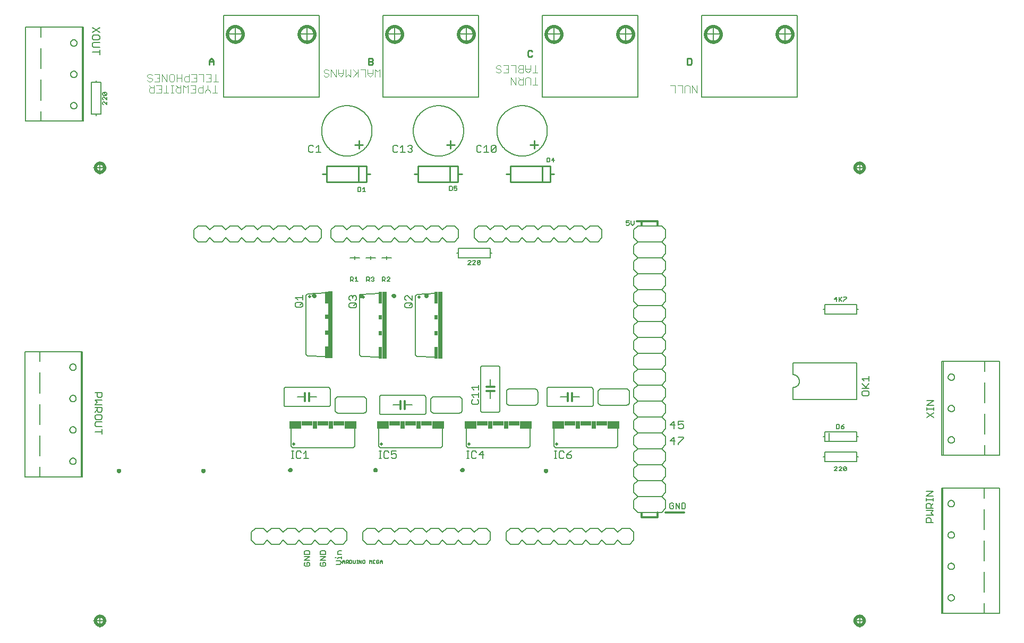
<source format=gto>
G75*
%MOIN*%
%OFA0B0*%
%FSLAX25Y25*%
%IPPOS*%
%LPD*%
%AMOC8*
5,1,8,0,0,1.08239X$1,22.5*
%
%ADD10C,0.01300*%
%ADD11C,0.02000*%
%ADD12C,0.00787*%
%ADD13C,0.00400*%
%ADD14C,0.00800*%
%ADD15C,0.01000*%
%ADD16C,0.00600*%
%ADD17C,0.01200*%
%ADD18C,0.00500*%
%ADD19C,0.00700*%
%ADD20C,0.02000*%
%ADD21R,0.07500X0.05000*%
%ADD22R,0.07000X0.03000*%
%ADD23R,0.03000X0.05000*%
%ADD24R,0.03000X0.42000*%
%ADD25R,0.02000X0.07500*%
%ADD26R,0.02000X0.03000*%
D10*
X0188265Y0235543D02*
X0188267Y0235595D01*
X0188273Y0235647D01*
X0188283Y0235699D01*
X0188296Y0235749D01*
X0188313Y0235799D01*
X0188334Y0235847D01*
X0188359Y0235893D01*
X0188387Y0235937D01*
X0188418Y0235979D01*
X0188452Y0236019D01*
X0188489Y0236056D01*
X0188529Y0236090D01*
X0188571Y0236121D01*
X0188615Y0236149D01*
X0188661Y0236174D01*
X0188709Y0236195D01*
X0188759Y0236212D01*
X0188809Y0236225D01*
X0188861Y0236235D01*
X0188913Y0236241D01*
X0188965Y0236243D01*
X0189017Y0236241D01*
X0189069Y0236235D01*
X0189121Y0236225D01*
X0189171Y0236212D01*
X0189221Y0236195D01*
X0189269Y0236174D01*
X0189315Y0236149D01*
X0189359Y0236121D01*
X0189401Y0236090D01*
X0189441Y0236056D01*
X0189478Y0236019D01*
X0189512Y0235979D01*
X0189543Y0235937D01*
X0189571Y0235893D01*
X0189596Y0235847D01*
X0189617Y0235799D01*
X0189634Y0235749D01*
X0189647Y0235699D01*
X0189657Y0235647D01*
X0189663Y0235595D01*
X0189665Y0235543D01*
X0189663Y0235491D01*
X0189657Y0235439D01*
X0189647Y0235387D01*
X0189634Y0235337D01*
X0189617Y0235287D01*
X0189596Y0235239D01*
X0189571Y0235193D01*
X0189543Y0235149D01*
X0189512Y0235107D01*
X0189478Y0235067D01*
X0189441Y0235030D01*
X0189401Y0234996D01*
X0189359Y0234965D01*
X0189315Y0234937D01*
X0189269Y0234912D01*
X0189221Y0234891D01*
X0189171Y0234874D01*
X0189121Y0234861D01*
X0189069Y0234851D01*
X0189017Y0234845D01*
X0188965Y0234843D01*
X0188913Y0234845D01*
X0188861Y0234851D01*
X0188809Y0234861D01*
X0188759Y0234874D01*
X0188709Y0234891D01*
X0188661Y0234912D01*
X0188615Y0234937D01*
X0188571Y0234965D01*
X0188529Y0234996D01*
X0188489Y0235030D01*
X0188452Y0235067D01*
X0188418Y0235107D01*
X0188387Y0235149D01*
X0188359Y0235193D01*
X0188334Y0235239D01*
X0188313Y0235287D01*
X0188296Y0235337D01*
X0188283Y0235387D01*
X0188273Y0235439D01*
X0188267Y0235491D01*
X0188265Y0235543D01*
X0241265Y0235543D02*
X0241267Y0235595D01*
X0241273Y0235647D01*
X0241283Y0235699D01*
X0241296Y0235749D01*
X0241313Y0235799D01*
X0241334Y0235847D01*
X0241359Y0235893D01*
X0241387Y0235937D01*
X0241418Y0235979D01*
X0241452Y0236019D01*
X0241489Y0236056D01*
X0241529Y0236090D01*
X0241571Y0236121D01*
X0241615Y0236149D01*
X0241661Y0236174D01*
X0241709Y0236195D01*
X0241759Y0236212D01*
X0241809Y0236225D01*
X0241861Y0236235D01*
X0241913Y0236241D01*
X0241965Y0236243D01*
X0242017Y0236241D01*
X0242069Y0236235D01*
X0242121Y0236225D01*
X0242171Y0236212D01*
X0242221Y0236195D01*
X0242269Y0236174D01*
X0242315Y0236149D01*
X0242359Y0236121D01*
X0242401Y0236090D01*
X0242441Y0236056D01*
X0242478Y0236019D01*
X0242512Y0235979D01*
X0242543Y0235937D01*
X0242571Y0235893D01*
X0242596Y0235847D01*
X0242617Y0235799D01*
X0242634Y0235749D01*
X0242647Y0235699D01*
X0242657Y0235647D01*
X0242663Y0235595D01*
X0242665Y0235543D01*
X0242663Y0235491D01*
X0242657Y0235439D01*
X0242647Y0235387D01*
X0242634Y0235337D01*
X0242617Y0235287D01*
X0242596Y0235239D01*
X0242571Y0235193D01*
X0242543Y0235149D01*
X0242512Y0235107D01*
X0242478Y0235067D01*
X0242441Y0235030D01*
X0242401Y0234996D01*
X0242359Y0234965D01*
X0242315Y0234937D01*
X0242269Y0234912D01*
X0242221Y0234891D01*
X0242171Y0234874D01*
X0242121Y0234861D01*
X0242069Y0234851D01*
X0242017Y0234845D01*
X0241965Y0234843D01*
X0241913Y0234845D01*
X0241861Y0234851D01*
X0241809Y0234861D01*
X0241759Y0234874D01*
X0241709Y0234891D01*
X0241661Y0234912D01*
X0241615Y0234937D01*
X0241571Y0234965D01*
X0241529Y0234996D01*
X0241489Y0235030D01*
X0241452Y0235067D01*
X0241418Y0235107D01*
X0241387Y0235149D01*
X0241359Y0235193D01*
X0241334Y0235239D01*
X0241313Y0235287D01*
X0241296Y0235337D01*
X0241283Y0235387D01*
X0241273Y0235439D01*
X0241267Y0235491D01*
X0241265Y0235543D01*
X0295765Y0236043D02*
X0295767Y0236095D01*
X0295773Y0236147D01*
X0295783Y0236199D01*
X0295796Y0236249D01*
X0295813Y0236299D01*
X0295834Y0236347D01*
X0295859Y0236393D01*
X0295887Y0236437D01*
X0295918Y0236479D01*
X0295952Y0236519D01*
X0295989Y0236556D01*
X0296029Y0236590D01*
X0296071Y0236621D01*
X0296115Y0236649D01*
X0296161Y0236674D01*
X0296209Y0236695D01*
X0296259Y0236712D01*
X0296309Y0236725D01*
X0296361Y0236735D01*
X0296413Y0236741D01*
X0296465Y0236743D01*
X0296517Y0236741D01*
X0296569Y0236735D01*
X0296621Y0236725D01*
X0296671Y0236712D01*
X0296721Y0236695D01*
X0296769Y0236674D01*
X0296815Y0236649D01*
X0296859Y0236621D01*
X0296901Y0236590D01*
X0296941Y0236556D01*
X0296978Y0236519D01*
X0297012Y0236479D01*
X0297043Y0236437D01*
X0297071Y0236393D01*
X0297096Y0236347D01*
X0297117Y0236299D01*
X0297134Y0236249D01*
X0297147Y0236199D01*
X0297157Y0236147D01*
X0297163Y0236095D01*
X0297165Y0236043D01*
X0297163Y0235991D01*
X0297157Y0235939D01*
X0297147Y0235887D01*
X0297134Y0235837D01*
X0297117Y0235787D01*
X0297096Y0235739D01*
X0297071Y0235693D01*
X0297043Y0235649D01*
X0297012Y0235607D01*
X0296978Y0235567D01*
X0296941Y0235530D01*
X0296901Y0235496D01*
X0296859Y0235465D01*
X0296815Y0235437D01*
X0296769Y0235412D01*
X0296721Y0235391D01*
X0296671Y0235374D01*
X0296621Y0235361D01*
X0296569Y0235351D01*
X0296517Y0235345D01*
X0296465Y0235343D01*
X0296413Y0235345D01*
X0296361Y0235351D01*
X0296309Y0235361D01*
X0296259Y0235374D01*
X0296209Y0235391D01*
X0296161Y0235412D01*
X0296115Y0235437D01*
X0296071Y0235465D01*
X0296029Y0235496D01*
X0295989Y0235530D01*
X0295952Y0235567D01*
X0295918Y0235607D01*
X0295887Y0235649D01*
X0295859Y0235693D01*
X0295834Y0235739D01*
X0295813Y0235787D01*
X0295796Y0235837D01*
X0295783Y0235887D01*
X0295773Y0235939D01*
X0295767Y0235991D01*
X0295765Y0236043D01*
X0349265Y0236043D02*
X0349267Y0236095D01*
X0349273Y0236147D01*
X0349283Y0236199D01*
X0349296Y0236249D01*
X0349313Y0236299D01*
X0349334Y0236347D01*
X0349359Y0236393D01*
X0349387Y0236437D01*
X0349418Y0236479D01*
X0349452Y0236519D01*
X0349489Y0236556D01*
X0349529Y0236590D01*
X0349571Y0236621D01*
X0349615Y0236649D01*
X0349661Y0236674D01*
X0349709Y0236695D01*
X0349759Y0236712D01*
X0349809Y0236725D01*
X0349861Y0236735D01*
X0349913Y0236741D01*
X0349965Y0236743D01*
X0350017Y0236741D01*
X0350069Y0236735D01*
X0350121Y0236725D01*
X0350171Y0236712D01*
X0350221Y0236695D01*
X0350269Y0236674D01*
X0350315Y0236649D01*
X0350359Y0236621D01*
X0350401Y0236590D01*
X0350441Y0236556D01*
X0350478Y0236519D01*
X0350512Y0236479D01*
X0350543Y0236437D01*
X0350571Y0236393D01*
X0350596Y0236347D01*
X0350617Y0236299D01*
X0350634Y0236249D01*
X0350647Y0236199D01*
X0350657Y0236147D01*
X0350663Y0236095D01*
X0350665Y0236043D01*
X0350663Y0235991D01*
X0350657Y0235939D01*
X0350647Y0235887D01*
X0350634Y0235837D01*
X0350617Y0235787D01*
X0350596Y0235739D01*
X0350571Y0235693D01*
X0350543Y0235649D01*
X0350512Y0235607D01*
X0350478Y0235567D01*
X0350441Y0235530D01*
X0350401Y0235496D01*
X0350359Y0235465D01*
X0350315Y0235437D01*
X0350269Y0235412D01*
X0350221Y0235391D01*
X0350171Y0235374D01*
X0350121Y0235361D01*
X0350069Y0235351D01*
X0350017Y0235345D01*
X0349965Y0235343D01*
X0349913Y0235345D01*
X0349861Y0235351D01*
X0349809Y0235361D01*
X0349759Y0235374D01*
X0349709Y0235391D01*
X0349661Y0235412D01*
X0349615Y0235437D01*
X0349571Y0235465D01*
X0349529Y0235496D01*
X0349489Y0235530D01*
X0349452Y0235567D01*
X0349418Y0235607D01*
X0349387Y0235649D01*
X0349359Y0235693D01*
X0349334Y0235739D01*
X0349313Y0235787D01*
X0349296Y0235837D01*
X0349283Y0235887D01*
X0349273Y0235939D01*
X0349267Y0235991D01*
X0349265Y0236043D01*
X0403765Y0236043D02*
X0403767Y0236095D01*
X0403773Y0236147D01*
X0403783Y0236199D01*
X0403796Y0236249D01*
X0403813Y0236299D01*
X0403834Y0236347D01*
X0403859Y0236393D01*
X0403887Y0236437D01*
X0403918Y0236479D01*
X0403952Y0236519D01*
X0403989Y0236556D01*
X0404029Y0236590D01*
X0404071Y0236621D01*
X0404115Y0236649D01*
X0404161Y0236674D01*
X0404209Y0236695D01*
X0404259Y0236712D01*
X0404309Y0236725D01*
X0404361Y0236735D01*
X0404413Y0236741D01*
X0404465Y0236743D01*
X0404517Y0236741D01*
X0404569Y0236735D01*
X0404621Y0236725D01*
X0404671Y0236712D01*
X0404721Y0236695D01*
X0404769Y0236674D01*
X0404815Y0236649D01*
X0404859Y0236621D01*
X0404901Y0236590D01*
X0404941Y0236556D01*
X0404978Y0236519D01*
X0405012Y0236479D01*
X0405043Y0236437D01*
X0405071Y0236393D01*
X0405096Y0236347D01*
X0405117Y0236299D01*
X0405134Y0236249D01*
X0405147Y0236199D01*
X0405157Y0236147D01*
X0405163Y0236095D01*
X0405165Y0236043D01*
X0405163Y0235991D01*
X0405157Y0235939D01*
X0405147Y0235887D01*
X0405134Y0235837D01*
X0405117Y0235787D01*
X0405096Y0235739D01*
X0405071Y0235693D01*
X0405043Y0235649D01*
X0405012Y0235607D01*
X0404978Y0235567D01*
X0404941Y0235530D01*
X0404901Y0235496D01*
X0404859Y0235465D01*
X0404815Y0235437D01*
X0404769Y0235412D01*
X0404721Y0235391D01*
X0404671Y0235374D01*
X0404621Y0235361D01*
X0404569Y0235351D01*
X0404517Y0235345D01*
X0404465Y0235343D01*
X0404413Y0235345D01*
X0404361Y0235351D01*
X0404309Y0235361D01*
X0404259Y0235374D01*
X0404209Y0235391D01*
X0404161Y0235412D01*
X0404115Y0235437D01*
X0404071Y0235465D01*
X0404029Y0235496D01*
X0403989Y0235530D01*
X0403952Y0235567D01*
X0403918Y0235607D01*
X0403887Y0235649D01*
X0403859Y0235693D01*
X0403834Y0235739D01*
X0403813Y0235787D01*
X0403796Y0235837D01*
X0403783Y0235887D01*
X0403773Y0235939D01*
X0403767Y0235991D01*
X0403765Y0236043D01*
X0456265Y0235543D02*
X0456267Y0235595D01*
X0456273Y0235647D01*
X0456283Y0235699D01*
X0456296Y0235749D01*
X0456313Y0235799D01*
X0456334Y0235847D01*
X0456359Y0235893D01*
X0456387Y0235937D01*
X0456418Y0235979D01*
X0456452Y0236019D01*
X0456489Y0236056D01*
X0456529Y0236090D01*
X0456571Y0236121D01*
X0456615Y0236149D01*
X0456661Y0236174D01*
X0456709Y0236195D01*
X0456759Y0236212D01*
X0456809Y0236225D01*
X0456861Y0236235D01*
X0456913Y0236241D01*
X0456965Y0236243D01*
X0457017Y0236241D01*
X0457069Y0236235D01*
X0457121Y0236225D01*
X0457171Y0236212D01*
X0457221Y0236195D01*
X0457269Y0236174D01*
X0457315Y0236149D01*
X0457359Y0236121D01*
X0457401Y0236090D01*
X0457441Y0236056D01*
X0457478Y0236019D01*
X0457512Y0235979D01*
X0457543Y0235937D01*
X0457571Y0235893D01*
X0457596Y0235847D01*
X0457617Y0235799D01*
X0457634Y0235749D01*
X0457647Y0235699D01*
X0457657Y0235647D01*
X0457663Y0235595D01*
X0457665Y0235543D01*
X0457663Y0235491D01*
X0457657Y0235439D01*
X0457647Y0235387D01*
X0457634Y0235337D01*
X0457617Y0235287D01*
X0457596Y0235239D01*
X0457571Y0235193D01*
X0457543Y0235149D01*
X0457512Y0235107D01*
X0457478Y0235067D01*
X0457441Y0235030D01*
X0457401Y0234996D01*
X0457359Y0234965D01*
X0457315Y0234937D01*
X0457269Y0234912D01*
X0457221Y0234891D01*
X0457171Y0234874D01*
X0457121Y0234861D01*
X0457069Y0234851D01*
X0457017Y0234845D01*
X0456965Y0234843D01*
X0456913Y0234845D01*
X0456861Y0234851D01*
X0456809Y0234861D01*
X0456759Y0234874D01*
X0456709Y0234891D01*
X0456661Y0234912D01*
X0456615Y0234937D01*
X0456571Y0234965D01*
X0456529Y0234996D01*
X0456489Y0235030D01*
X0456452Y0235067D01*
X0456418Y0235107D01*
X0456387Y0235149D01*
X0456359Y0235193D01*
X0456334Y0235239D01*
X0456313Y0235287D01*
X0456296Y0235337D01*
X0456283Y0235387D01*
X0456273Y0235439D01*
X0456267Y0235491D01*
X0456265Y0235543D01*
X0381265Y0345543D02*
X0381267Y0345595D01*
X0381273Y0345647D01*
X0381283Y0345699D01*
X0381296Y0345749D01*
X0381313Y0345799D01*
X0381334Y0345847D01*
X0381359Y0345893D01*
X0381387Y0345937D01*
X0381418Y0345979D01*
X0381452Y0346019D01*
X0381489Y0346056D01*
X0381529Y0346090D01*
X0381571Y0346121D01*
X0381615Y0346149D01*
X0381661Y0346174D01*
X0381709Y0346195D01*
X0381759Y0346212D01*
X0381809Y0346225D01*
X0381861Y0346235D01*
X0381913Y0346241D01*
X0381965Y0346243D01*
X0382017Y0346241D01*
X0382069Y0346235D01*
X0382121Y0346225D01*
X0382171Y0346212D01*
X0382221Y0346195D01*
X0382269Y0346174D01*
X0382315Y0346149D01*
X0382359Y0346121D01*
X0382401Y0346090D01*
X0382441Y0346056D01*
X0382478Y0346019D01*
X0382512Y0345979D01*
X0382543Y0345937D01*
X0382571Y0345893D01*
X0382596Y0345847D01*
X0382617Y0345799D01*
X0382634Y0345749D01*
X0382647Y0345699D01*
X0382657Y0345647D01*
X0382663Y0345595D01*
X0382665Y0345543D01*
X0382663Y0345491D01*
X0382657Y0345439D01*
X0382647Y0345387D01*
X0382634Y0345337D01*
X0382617Y0345287D01*
X0382596Y0345239D01*
X0382571Y0345193D01*
X0382543Y0345149D01*
X0382512Y0345107D01*
X0382478Y0345067D01*
X0382441Y0345030D01*
X0382401Y0344996D01*
X0382359Y0344965D01*
X0382315Y0344937D01*
X0382269Y0344912D01*
X0382221Y0344891D01*
X0382171Y0344874D01*
X0382121Y0344861D01*
X0382069Y0344851D01*
X0382017Y0344845D01*
X0381965Y0344843D01*
X0381913Y0344845D01*
X0381861Y0344851D01*
X0381809Y0344861D01*
X0381759Y0344874D01*
X0381709Y0344891D01*
X0381661Y0344912D01*
X0381615Y0344937D01*
X0381571Y0344965D01*
X0381529Y0344996D01*
X0381489Y0345030D01*
X0381452Y0345067D01*
X0381418Y0345107D01*
X0381387Y0345149D01*
X0381359Y0345193D01*
X0381334Y0345239D01*
X0381313Y0345287D01*
X0381296Y0345337D01*
X0381283Y0345387D01*
X0381273Y0345439D01*
X0381267Y0345491D01*
X0381265Y0345543D01*
X0360765Y0345543D02*
X0360767Y0345595D01*
X0360773Y0345647D01*
X0360783Y0345699D01*
X0360796Y0345749D01*
X0360813Y0345799D01*
X0360834Y0345847D01*
X0360859Y0345893D01*
X0360887Y0345937D01*
X0360918Y0345979D01*
X0360952Y0346019D01*
X0360989Y0346056D01*
X0361029Y0346090D01*
X0361071Y0346121D01*
X0361115Y0346149D01*
X0361161Y0346174D01*
X0361209Y0346195D01*
X0361259Y0346212D01*
X0361309Y0346225D01*
X0361361Y0346235D01*
X0361413Y0346241D01*
X0361465Y0346243D01*
X0361517Y0346241D01*
X0361569Y0346235D01*
X0361621Y0346225D01*
X0361671Y0346212D01*
X0361721Y0346195D01*
X0361769Y0346174D01*
X0361815Y0346149D01*
X0361859Y0346121D01*
X0361901Y0346090D01*
X0361941Y0346056D01*
X0361978Y0346019D01*
X0362012Y0345979D01*
X0362043Y0345937D01*
X0362071Y0345893D01*
X0362096Y0345847D01*
X0362117Y0345799D01*
X0362134Y0345749D01*
X0362147Y0345699D01*
X0362157Y0345647D01*
X0362163Y0345595D01*
X0362165Y0345543D01*
X0362163Y0345491D01*
X0362157Y0345439D01*
X0362147Y0345387D01*
X0362134Y0345337D01*
X0362117Y0345287D01*
X0362096Y0345239D01*
X0362071Y0345193D01*
X0362043Y0345149D01*
X0362012Y0345107D01*
X0361978Y0345067D01*
X0361941Y0345030D01*
X0361901Y0344996D01*
X0361859Y0344965D01*
X0361815Y0344937D01*
X0361769Y0344912D01*
X0361721Y0344891D01*
X0361671Y0344874D01*
X0361621Y0344861D01*
X0361569Y0344851D01*
X0361517Y0344845D01*
X0361465Y0344843D01*
X0361413Y0344845D01*
X0361361Y0344851D01*
X0361309Y0344861D01*
X0361259Y0344874D01*
X0361209Y0344891D01*
X0361161Y0344912D01*
X0361115Y0344937D01*
X0361071Y0344965D01*
X0361029Y0344996D01*
X0360989Y0345030D01*
X0360952Y0345067D01*
X0360918Y0345107D01*
X0360887Y0345149D01*
X0360859Y0345193D01*
X0360834Y0345239D01*
X0360813Y0345287D01*
X0360796Y0345337D01*
X0360783Y0345387D01*
X0360773Y0345439D01*
X0360767Y0345491D01*
X0360765Y0345543D01*
X0340265Y0345543D02*
X0340267Y0345595D01*
X0340273Y0345647D01*
X0340283Y0345699D01*
X0340296Y0345749D01*
X0340313Y0345799D01*
X0340334Y0345847D01*
X0340359Y0345893D01*
X0340387Y0345937D01*
X0340418Y0345979D01*
X0340452Y0346019D01*
X0340489Y0346056D01*
X0340529Y0346090D01*
X0340571Y0346121D01*
X0340615Y0346149D01*
X0340661Y0346174D01*
X0340709Y0346195D01*
X0340759Y0346212D01*
X0340809Y0346225D01*
X0340861Y0346235D01*
X0340913Y0346241D01*
X0340965Y0346243D01*
X0341017Y0346241D01*
X0341069Y0346235D01*
X0341121Y0346225D01*
X0341171Y0346212D01*
X0341221Y0346195D01*
X0341269Y0346174D01*
X0341315Y0346149D01*
X0341359Y0346121D01*
X0341401Y0346090D01*
X0341441Y0346056D01*
X0341478Y0346019D01*
X0341512Y0345979D01*
X0341543Y0345937D01*
X0341571Y0345893D01*
X0341596Y0345847D01*
X0341617Y0345799D01*
X0341634Y0345749D01*
X0341647Y0345699D01*
X0341657Y0345647D01*
X0341663Y0345595D01*
X0341665Y0345543D01*
X0341663Y0345491D01*
X0341657Y0345439D01*
X0341647Y0345387D01*
X0341634Y0345337D01*
X0341617Y0345287D01*
X0341596Y0345239D01*
X0341571Y0345193D01*
X0341543Y0345149D01*
X0341512Y0345107D01*
X0341478Y0345067D01*
X0341441Y0345030D01*
X0341401Y0344996D01*
X0341359Y0344965D01*
X0341315Y0344937D01*
X0341269Y0344912D01*
X0341221Y0344891D01*
X0341171Y0344874D01*
X0341121Y0344861D01*
X0341069Y0344851D01*
X0341017Y0344845D01*
X0340965Y0344843D01*
X0340913Y0344845D01*
X0340861Y0344851D01*
X0340809Y0344861D01*
X0340759Y0344874D01*
X0340709Y0344891D01*
X0340661Y0344912D01*
X0340615Y0344937D01*
X0340571Y0344965D01*
X0340529Y0344996D01*
X0340489Y0345030D01*
X0340452Y0345067D01*
X0340418Y0345107D01*
X0340387Y0345149D01*
X0340359Y0345193D01*
X0340334Y0345239D01*
X0340313Y0345287D01*
X0340296Y0345337D01*
X0340283Y0345387D01*
X0340273Y0345439D01*
X0340267Y0345491D01*
X0340265Y0345543D01*
X0310765Y0345543D02*
X0310767Y0345595D01*
X0310773Y0345647D01*
X0310783Y0345699D01*
X0310796Y0345749D01*
X0310813Y0345799D01*
X0310834Y0345847D01*
X0310859Y0345893D01*
X0310887Y0345937D01*
X0310918Y0345979D01*
X0310952Y0346019D01*
X0310989Y0346056D01*
X0311029Y0346090D01*
X0311071Y0346121D01*
X0311115Y0346149D01*
X0311161Y0346174D01*
X0311209Y0346195D01*
X0311259Y0346212D01*
X0311309Y0346225D01*
X0311361Y0346235D01*
X0311413Y0346241D01*
X0311465Y0346243D01*
X0311517Y0346241D01*
X0311569Y0346235D01*
X0311621Y0346225D01*
X0311671Y0346212D01*
X0311721Y0346195D01*
X0311769Y0346174D01*
X0311815Y0346149D01*
X0311859Y0346121D01*
X0311901Y0346090D01*
X0311941Y0346056D01*
X0311978Y0346019D01*
X0312012Y0345979D01*
X0312043Y0345937D01*
X0312071Y0345893D01*
X0312096Y0345847D01*
X0312117Y0345799D01*
X0312134Y0345749D01*
X0312147Y0345699D01*
X0312157Y0345647D01*
X0312163Y0345595D01*
X0312165Y0345543D01*
X0312163Y0345491D01*
X0312157Y0345439D01*
X0312147Y0345387D01*
X0312134Y0345337D01*
X0312117Y0345287D01*
X0312096Y0345239D01*
X0312071Y0345193D01*
X0312043Y0345149D01*
X0312012Y0345107D01*
X0311978Y0345067D01*
X0311941Y0345030D01*
X0311901Y0344996D01*
X0311859Y0344965D01*
X0311815Y0344937D01*
X0311769Y0344912D01*
X0311721Y0344891D01*
X0311671Y0344874D01*
X0311621Y0344861D01*
X0311569Y0344851D01*
X0311517Y0344845D01*
X0311465Y0344843D01*
X0311413Y0344845D01*
X0311361Y0344851D01*
X0311309Y0344861D01*
X0311259Y0344874D01*
X0311209Y0344891D01*
X0311161Y0344912D01*
X0311115Y0344937D01*
X0311071Y0344965D01*
X0311029Y0344996D01*
X0310989Y0345030D01*
X0310952Y0345067D01*
X0310918Y0345107D01*
X0310887Y0345149D01*
X0310859Y0345193D01*
X0310834Y0345239D01*
X0310813Y0345287D01*
X0310796Y0345337D01*
X0310783Y0345387D01*
X0310773Y0345439D01*
X0310767Y0345491D01*
X0310765Y0345543D01*
D11*
X0174178Y0426059D02*
X0174180Y0426166D01*
X0174186Y0426272D01*
X0174196Y0426378D01*
X0174210Y0426484D01*
X0174227Y0426589D01*
X0174249Y0426693D01*
X0174275Y0426796D01*
X0174304Y0426899D01*
X0174337Y0427000D01*
X0174374Y0427100D01*
X0174414Y0427199D01*
X0174459Y0427296D01*
X0174506Y0427391D01*
X0174558Y0427484D01*
X0174612Y0427576D01*
X0174670Y0427665D01*
X0174732Y0427752D01*
X0174796Y0427837D01*
X0174864Y0427919D01*
X0174934Y0427999D01*
X0175008Y0428076D01*
X0175084Y0428150D01*
X0175164Y0428222D01*
X0175245Y0428290D01*
X0175329Y0428356D01*
X0175416Y0428418D01*
X0175505Y0428477D01*
X0175596Y0428532D01*
X0175689Y0428584D01*
X0175783Y0428633D01*
X0175880Y0428678D01*
X0175978Y0428719D01*
X0176078Y0428757D01*
X0176179Y0428791D01*
X0176281Y0428822D01*
X0176384Y0428848D01*
X0176488Y0428871D01*
X0176593Y0428889D01*
X0176699Y0428904D01*
X0176805Y0428915D01*
X0176911Y0428922D01*
X0177017Y0428925D01*
X0177124Y0428924D01*
X0177230Y0428919D01*
X0177337Y0428910D01*
X0177442Y0428897D01*
X0177548Y0428880D01*
X0177652Y0428860D01*
X0177756Y0428835D01*
X0177858Y0428807D01*
X0177960Y0428775D01*
X0178060Y0428739D01*
X0178159Y0428699D01*
X0178257Y0428656D01*
X0178352Y0428609D01*
X0178446Y0428559D01*
X0178538Y0428505D01*
X0178628Y0428448D01*
X0178716Y0428387D01*
X0178801Y0428323D01*
X0178884Y0428256D01*
X0178964Y0428186D01*
X0179042Y0428114D01*
X0179117Y0428038D01*
X0179189Y0427960D01*
X0179258Y0427878D01*
X0179324Y0427795D01*
X0179387Y0427709D01*
X0179447Y0427621D01*
X0179504Y0427530D01*
X0179557Y0427438D01*
X0179606Y0427343D01*
X0179652Y0427247D01*
X0179694Y0427150D01*
X0179733Y0427050D01*
X0179768Y0426950D01*
X0179799Y0426848D01*
X0179827Y0426745D01*
X0179850Y0426641D01*
X0179870Y0426536D01*
X0179886Y0426431D01*
X0179898Y0426325D01*
X0179906Y0426219D01*
X0179910Y0426112D01*
X0179910Y0426006D01*
X0179906Y0425899D01*
X0179898Y0425793D01*
X0179886Y0425687D01*
X0179870Y0425582D01*
X0179850Y0425477D01*
X0179827Y0425373D01*
X0179799Y0425270D01*
X0179768Y0425168D01*
X0179733Y0425068D01*
X0179694Y0424968D01*
X0179652Y0424871D01*
X0179606Y0424775D01*
X0179557Y0424680D01*
X0179504Y0424588D01*
X0179447Y0424497D01*
X0179387Y0424409D01*
X0179324Y0424323D01*
X0179258Y0424240D01*
X0179189Y0424158D01*
X0179117Y0424080D01*
X0179042Y0424004D01*
X0178964Y0423932D01*
X0178884Y0423862D01*
X0178801Y0423795D01*
X0178716Y0423731D01*
X0178628Y0423670D01*
X0178538Y0423613D01*
X0178446Y0423559D01*
X0178352Y0423509D01*
X0178257Y0423462D01*
X0178159Y0423419D01*
X0178060Y0423379D01*
X0177960Y0423343D01*
X0177858Y0423311D01*
X0177756Y0423283D01*
X0177652Y0423258D01*
X0177548Y0423238D01*
X0177442Y0423221D01*
X0177337Y0423208D01*
X0177230Y0423199D01*
X0177124Y0423194D01*
X0177017Y0423193D01*
X0176911Y0423196D01*
X0176805Y0423203D01*
X0176699Y0423214D01*
X0176593Y0423229D01*
X0176488Y0423247D01*
X0176384Y0423270D01*
X0176281Y0423296D01*
X0176179Y0423327D01*
X0176078Y0423361D01*
X0175978Y0423399D01*
X0175880Y0423440D01*
X0175783Y0423485D01*
X0175689Y0423534D01*
X0175596Y0423586D01*
X0175505Y0423641D01*
X0175416Y0423700D01*
X0175329Y0423762D01*
X0175245Y0423828D01*
X0175164Y0423896D01*
X0175084Y0423968D01*
X0175008Y0424042D01*
X0174934Y0424119D01*
X0174864Y0424199D01*
X0174796Y0424281D01*
X0174732Y0424366D01*
X0174670Y0424453D01*
X0174612Y0424542D01*
X0174558Y0424634D01*
X0174506Y0424727D01*
X0174459Y0424822D01*
X0174414Y0424919D01*
X0174374Y0425018D01*
X0174337Y0425118D01*
X0174304Y0425219D01*
X0174275Y0425322D01*
X0174249Y0425425D01*
X0174227Y0425529D01*
X0174210Y0425634D01*
X0174196Y0425740D01*
X0174186Y0425846D01*
X0174180Y0425952D01*
X0174178Y0426059D01*
X0257044Y0509843D02*
X0257046Y0509983D01*
X0257052Y0510123D01*
X0257062Y0510262D01*
X0257076Y0510401D01*
X0257094Y0510540D01*
X0257115Y0510678D01*
X0257141Y0510816D01*
X0257171Y0510953D01*
X0257204Y0511088D01*
X0257242Y0511223D01*
X0257283Y0511357D01*
X0257328Y0511490D01*
X0257376Y0511621D01*
X0257429Y0511750D01*
X0257485Y0511879D01*
X0257544Y0512005D01*
X0257608Y0512130D01*
X0257674Y0512253D01*
X0257745Y0512374D01*
X0257818Y0512493D01*
X0257895Y0512610D01*
X0257976Y0512724D01*
X0258059Y0512836D01*
X0258146Y0512946D01*
X0258236Y0513054D01*
X0258328Y0513158D01*
X0258424Y0513260D01*
X0258523Y0513360D01*
X0258624Y0513456D01*
X0258728Y0513550D01*
X0258835Y0513640D01*
X0258944Y0513727D01*
X0259056Y0513812D01*
X0259170Y0513893D01*
X0259286Y0513971D01*
X0259404Y0514045D01*
X0259525Y0514116D01*
X0259647Y0514184D01*
X0259772Y0514248D01*
X0259898Y0514309D01*
X0260025Y0514366D01*
X0260155Y0514419D01*
X0260286Y0514469D01*
X0260418Y0514514D01*
X0260551Y0514557D01*
X0260686Y0514595D01*
X0260821Y0514629D01*
X0260958Y0514660D01*
X0261095Y0514687D01*
X0261233Y0514709D01*
X0261372Y0514728D01*
X0261511Y0514743D01*
X0261650Y0514754D01*
X0261790Y0514761D01*
X0261930Y0514764D01*
X0262070Y0514763D01*
X0262210Y0514758D01*
X0262349Y0514749D01*
X0262489Y0514736D01*
X0262628Y0514719D01*
X0262766Y0514698D01*
X0262904Y0514674D01*
X0263041Y0514645D01*
X0263177Y0514613D01*
X0263312Y0514576D01*
X0263446Y0514536D01*
X0263579Y0514492D01*
X0263710Y0514444D01*
X0263840Y0514393D01*
X0263969Y0514338D01*
X0264096Y0514279D01*
X0264221Y0514216D01*
X0264344Y0514151D01*
X0264466Y0514081D01*
X0264585Y0514008D01*
X0264703Y0513932D01*
X0264818Y0513853D01*
X0264931Y0513770D01*
X0265041Y0513684D01*
X0265149Y0513595D01*
X0265254Y0513503D01*
X0265357Y0513408D01*
X0265457Y0513310D01*
X0265554Y0513210D01*
X0265648Y0513106D01*
X0265740Y0513000D01*
X0265828Y0512892D01*
X0265913Y0512781D01*
X0265995Y0512667D01*
X0266074Y0512551D01*
X0266149Y0512434D01*
X0266221Y0512314D01*
X0266289Y0512192D01*
X0266354Y0512068D01*
X0266416Y0511942D01*
X0266474Y0511815D01*
X0266528Y0511686D01*
X0266579Y0511555D01*
X0266625Y0511423D01*
X0266668Y0511290D01*
X0266708Y0511156D01*
X0266743Y0511021D01*
X0266775Y0510884D01*
X0266802Y0510747D01*
X0266826Y0510609D01*
X0266846Y0510471D01*
X0266862Y0510332D01*
X0266874Y0510192D01*
X0266882Y0510053D01*
X0266886Y0509913D01*
X0266886Y0509773D01*
X0266882Y0509633D01*
X0266874Y0509494D01*
X0266862Y0509354D01*
X0266846Y0509215D01*
X0266826Y0509077D01*
X0266802Y0508939D01*
X0266775Y0508802D01*
X0266743Y0508665D01*
X0266708Y0508530D01*
X0266668Y0508396D01*
X0266625Y0508263D01*
X0266579Y0508131D01*
X0266528Y0508000D01*
X0266474Y0507871D01*
X0266416Y0507744D01*
X0266354Y0507618D01*
X0266289Y0507494D01*
X0266221Y0507372D01*
X0266149Y0507252D01*
X0266074Y0507135D01*
X0265995Y0507019D01*
X0265913Y0506905D01*
X0265828Y0506794D01*
X0265740Y0506686D01*
X0265648Y0506580D01*
X0265554Y0506476D01*
X0265457Y0506376D01*
X0265357Y0506278D01*
X0265254Y0506183D01*
X0265149Y0506091D01*
X0265041Y0506002D01*
X0264931Y0505916D01*
X0264818Y0505833D01*
X0264703Y0505754D01*
X0264585Y0505678D01*
X0264466Y0505605D01*
X0264344Y0505535D01*
X0264221Y0505470D01*
X0264096Y0505407D01*
X0263969Y0505348D01*
X0263840Y0505293D01*
X0263710Y0505242D01*
X0263579Y0505194D01*
X0263446Y0505150D01*
X0263312Y0505110D01*
X0263177Y0505073D01*
X0263041Y0505041D01*
X0262904Y0505012D01*
X0262766Y0504988D01*
X0262628Y0504967D01*
X0262489Y0504950D01*
X0262349Y0504937D01*
X0262210Y0504928D01*
X0262070Y0504923D01*
X0261930Y0504922D01*
X0261790Y0504925D01*
X0261650Y0504932D01*
X0261511Y0504943D01*
X0261372Y0504958D01*
X0261233Y0504977D01*
X0261095Y0504999D01*
X0260958Y0505026D01*
X0260821Y0505057D01*
X0260686Y0505091D01*
X0260551Y0505129D01*
X0260418Y0505172D01*
X0260286Y0505217D01*
X0260155Y0505267D01*
X0260025Y0505320D01*
X0259898Y0505377D01*
X0259772Y0505438D01*
X0259647Y0505502D01*
X0259525Y0505570D01*
X0259404Y0505641D01*
X0259286Y0505715D01*
X0259170Y0505793D01*
X0259056Y0505874D01*
X0258944Y0505959D01*
X0258835Y0506046D01*
X0258728Y0506136D01*
X0258624Y0506230D01*
X0258523Y0506326D01*
X0258424Y0506426D01*
X0258328Y0506528D01*
X0258236Y0506632D01*
X0258146Y0506740D01*
X0258059Y0506850D01*
X0257976Y0506962D01*
X0257895Y0507076D01*
X0257818Y0507193D01*
X0257745Y0507312D01*
X0257674Y0507433D01*
X0257608Y0507556D01*
X0257544Y0507681D01*
X0257485Y0507807D01*
X0257429Y0507936D01*
X0257376Y0508065D01*
X0257328Y0508196D01*
X0257283Y0508329D01*
X0257242Y0508463D01*
X0257204Y0508598D01*
X0257171Y0508733D01*
X0257141Y0508870D01*
X0257115Y0509008D01*
X0257094Y0509146D01*
X0257076Y0509285D01*
X0257062Y0509424D01*
X0257052Y0509563D01*
X0257046Y0509703D01*
X0257044Y0509843D01*
X0302044Y0509843D02*
X0302046Y0509983D01*
X0302052Y0510123D01*
X0302062Y0510262D01*
X0302076Y0510401D01*
X0302094Y0510540D01*
X0302115Y0510678D01*
X0302141Y0510816D01*
X0302171Y0510953D01*
X0302204Y0511088D01*
X0302242Y0511223D01*
X0302283Y0511357D01*
X0302328Y0511490D01*
X0302376Y0511621D01*
X0302429Y0511750D01*
X0302485Y0511879D01*
X0302544Y0512005D01*
X0302608Y0512130D01*
X0302674Y0512253D01*
X0302745Y0512374D01*
X0302818Y0512493D01*
X0302895Y0512610D01*
X0302976Y0512724D01*
X0303059Y0512836D01*
X0303146Y0512946D01*
X0303236Y0513054D01*
X0303328Y0513158D01*
X0303424Y0513260D01*
X0303523Y0513360D01*
X0303624Y0513456D01*
X0303728Y0513550D01*
X0303835Y0513640D01*
X0303944Y0513727D01*
X0304056Y0513812D01*
X0304170Y0513893D01*
X0304286Y0513971D01*
X0304404Y0514045D01*
X0304525Y0514116D01*
X0304647Y0514184D01*
X0304772Y0514248D01*
X0304898Y0514309D01*
X0305025Y0514366D01*
X0305155Y0514419D01*
X0305286Y0514469D01*
X0305418Y0514514D01*
X0305551Y0514557D01*
X0305686Y0514595D01*
X0305821Y0514629D01*
X0305958Y0514660D01*
X0306095Y0514687D01*
X0306233Y0514709D01*
X0306372Y0514728D01*
X0306511Y0514743D01*
X0306650Y0514754D01*
X0306790Y0514761D01*
X0306930Y0514764D01*
X0307070Y0514763D01*
X0307210Y0514758D01*
X0307349Y0514749D01*
X0307489Y0514736D01*
X0307628Y0514719D01*
X0307766Y0514698D01*
X0307904Y0514674D01*
X0308041Y0514645D01*
X0308177Y0514613D01*
X0308312Y0514576D01*
X0308446Y0514536D01*
X0308579Y0514492D01*
X0308710Y0514444D01*
X0308840Y0514393D01*
X0308969Y0514338D01*
X0309096Y0514279D01*
X0309221Y0514216D01*
X0309344Y0514151D01*
X0309466Y0514081D01*
X0309585Y0514008D01*
X0309703Y0513932D01*
X0309818Y0513853D01*
X0309931Y0513770D01*
X0310041Y0513684D01*
X0310149Y0513595D01*
X0310254Y0513503D01*
X0310357Y0513408D01*
X0310457Y0513310D01*
X0310554Y0513210D01*
X0310648Y0513106D01*
X0310740Y0513000D01*
X0310828Y0512892D01*
X0310913Y0512781D01*
X0310995Y0512667D01*
X0311074Y0512551D01*
X0311149Y0512434D01*
X0311221Y0512314D01*
X0311289Y0512192D01*
X0311354Y0512068D01*
X0311416Y0511942D01*
X0311474Y0511815D01*
X0311528Y0511686D01*
X0311579Y0511555D01*
X0311625Y0511423D01*
X0311668Y0511290D01*
X0311708Y0511156D01*
X0311743Y0511021D01*
X0311775Y0510884D01*
X0311802Y0510747D01*
X0311826Y0510609D01*
X0311846Y0510471D01*
X0311862Y0510332D01*
X0311874Y0510192D01*
X0311882Y0510053D01*
X0311886Y0509913D01*
X0311886Y0509773D01*
X0311882Y0509633D01*
X0311874Y0509494D01*
X0311862Y0509354D01*
X0311846Y0509215D01*
X0311826Y0509077D01*
X0311802Y0508939D01*
X0311775Y0508802D01*
X0311743Y0508665D01*
X0311708Y0508530D01*
X0311668Y0508396D01*
X0311625Y0508263D01*
X0311579Y0508131D01*
X0311528Y0508000D01*
X0311474Y0507871D01*
X0311416Y0507744D01*
X0311354Y0507618D01*
X0311289Y0507494D01*
X0311221Y0507372D01*
X0311149Y0507252D01*
X0311074Y0507135D01*
X0310995Y0507019D01*
X0310913Y0506905D01*
X0310828Y0506794D01*
X0310740Y0506686D01*
X0310648Y0506580D01*
X0310554Y0506476D01*
X0310457Y0506376D01*
X0310357Y0506278D01*
X0310254Y0506183D01*
X0310149Y0506091D01*
X0310041Y0506002D01*
X0309931Y0505916D01*
X0309818Y0505833D01*
X0309703Y0505754D01*
X0309585Y0505678D01*
X0309466Y0505605D01*
X0309344Y0505535D01*
X0309221Y0505470D01*
X0309096Y0505407D01*
X0308969Y0505348D01*
X0308840Y0505293D01*
X0308710Y0505242D01*
X0308579Y0505194D01*
X0308446Y0505150D01*
X0308312Y0505110D01*
X0308177Y0505073D01*
X0308041Y0505041D01*
X0307904Y0505012D01*
X0307766Y0504988D01*
X0307628Y0504967D01*
X0307489Y0504950D01*
X0307349Y0504937D01*
X0307210Y0504928D01*
X0307070Y0504923D01*
X0306930Y0504922D01*
X0306790Y0504925D01*
X0306650Y0504932D01*
X0306511Y0504943D01*
X0306372Y0504958D01*
X0306233Y0504977D01*
X0306095Y0504999D01*
X0305958Y0505026D01*
X0305821Y0505057D01*
X0305686Y0505091D01*
X0305551Y0505129D01*
X0305418Y0505172D01*
X0305286Y0505217D01*
X0305155Y0505267D01*
X0305025Y0505320D01*
X0304898Y0505377D01*
X0304772Y0505438D01*
X0304647Y0505502D01*
X0304525Y0505570D01*
X0304404Y0505641D01*
X0304286Y0505715D01*
X0304170Y0505793D01*
X0304056Y0505874D01*
X0303944Y0505959D01*
X0303835Y0506046D01*
X0303728Y0506136D01*
X0303624Y0506230D01*
X0303523Y0506326D01*
X0303424Y0506426D01*
X0303328Y0506528D01*
X0303236Y0506632D01*
X0303146Y0506740D01*
X0303059Y0506850D01*
X0302976Y0506962D01*
X0302895Y0507076D01*
X0302818Y0507193D01*
X0302745Y0507312D01*
X0302674Y0507433D01*
X0302608Y0507556D01*
X0302544Y0507681D01*
X0302485Y0507807D01*
X0302429Y0507936D01*
X0302376Y0508065D01*
X0302328Y0508196D01*
X0302283Y0508329D01*
X0302242Y0508463D01*
X0302204Y0508598D01*
X0302171Y0508733D01*
X0302141Y0508870D01*
X0302115Y0509008D01*
X0302094Y0509146D01*
X0302076Y0509285D01*
X0302062Y0509424D01*
X0302052Y0509563D01*
X0302046Y0509703D01*
X0302044Y0509843D01*
X0357044Y0509843D02*
X0357046Y0509983D01*
X0357052Y0510123D01*
X0357062Y0510262D01*
X0357076Y0510401D01*
X0357094Y0510540D01*
X0357115Y0510678D01*
X0357141Y0510816D01*
X0357171Y0510953D01*
X0357204Y0511088D01*
X0357242Y0511223D01*
X0357283Y0511357D01*
X0357328Y0511490D01*
X0357376Y0511621D01*
X0357429Y0511750D01*
X0357485Y0511879D01*
X0357544Y0512005D01*
X0357608Y0512130D01*
X0357674Y0512253D01*
X0357745Y0512374D01*
X0357818Y0512493D01*
X0357895Y0512610D01*
X0357976Y0512724D01*
X0358059Y0512836D01*
X0358146Y0512946D01*
X0358236Y0513054D01*
X0358328Y0513158D01*
X0358424Y0513260D01*
X0358523Y0513360D01*
X0358624Y0513456D01*
X0358728Y0513550D01*
X0358835Y0513640D01*
X0358944Y0513727D01*
X0359056Y0513812D01*
X0359170Y0513893D01*
X0359286Y0513971D01*
X0359404Y0514045D01*
X0359525Y0514116D01*
X0359647Y0514184D01*
X0359772Y0514248D01*
X0359898Y0514309D01*
X0360025Y0514366D01*
X0360155Y0514419D01*
X0360286Y0514469D01*
X0360418Y0514514D01*
X0360551Y0514557D01*
X0360686Y0514595D01*
X0360821Y0514629D01*
X0360958Y0514660D01*
X0361095Y0514687D01*
X0361233Y0514709D01*
X0361372Y0514728D01*
X0361511Y0514743D01*
X0361650Y0514754D01*
X0361790Y0514761D01*
X0361930Y0514764D01*
X0362070Y0514763D01*
X0362210Y0514758D01*
X0362349Y0514749D01*
X0362489Y0514736D01*
X0362628Y0514719D01*
X0362766Y0514698D01*
X0362904Y0514674D01*
X0363041Y0514645D01*
X0363177Y0514613D01*
X0363312Y0514576D01*
X0363446Y0514536D01*
X0363579Y0514492D01*
X0363710Y0514444D01*
X0363840Y0514393D01*
X0363969Y0514338D01*
X0364096Y0514279D01*
X0364221Y0514216D01*
X0364344Y0514151D01*
X0364466Y0514081D01*
X0364585Y0514008D01*
X0364703Y0513932D01*
X0364818Y0513853D01*
X0364931Y0513770D01*
X0365041Y0513684D01*
X0365149Y0513595D01*
X0365254Y0513503D01*
X0365357Y0513408D01*
X0365457Y0513310D01*
X0365554Y0513210D01*
X0365648Y0513106D01*
X0365740Y0513000D01*
X0365828Y0512892D01*
X0365913Y0512781D01*
X0365995Y0512667D01*
X0366074Y0512551D01*
X0366149Y0512434D01*
X0366221Y0512314D01*
X0366289Y0512192D01*
X0366354Y0512068D01*
X0366416Y0511942D01*
X0366474Y0511815D01*
X0366528Y0511686D01*
X0366579Y0511555D01*
X0366625Y0511423D01*
X0366668Y0511290D01*
X0366708Y0511156D01*
X0366743Y0511021D01*
X0366775Y0510884D01*
X0366802Y0510747D01*
X0366826Y0510609D01*
X0366846Y0510471D01*
X0366862Y0510332D01*
X0366874Y0510192D01*
X0366882Y0510053D01*
X0366886Y0509913D01*
X0366886Y0509773D01*
X0366882Y0509633D01*
X0366874Y0509494D01*
X0366862Y0509354D01*
X0366846Y0509215D01*
X0366826Y0509077D01*
X0366802Y0508939D01*
X0366775Y0508802D01*
X0366743Y0508665D01*
X0366708Y0508530D01*
X0366668Y0508396D01*
X0366625Y0508263D01*
X0366579Y0508131D01*
X0366528Y0508000D01*
X0366474Y0507871D01*
X0366416Y0507744D01*
X0366354Y0507618D01*
X0366289Y0507494D01*
X0366221Y0507372D01*
X0366149Y0507252D01*
X0366074Y0507135D01*
X0365995Y0507019D01*
X0365913Y0506905D01*
X0365828Y0506794D01*
X0365740Y0506686D01*
X0365648Y0506580D01*
X0365554Y0506476D01*
X0365457Y0506376D01*
X0365357Y0506278D01*
X0365254Y0506183D01*
X0365149Y0506091D01*
X0365041Y0506002D01*
X0364931Y0505916D01*
X0364818Y0505833D01*
X0364703Y0505754D01*
X0364585Y0505678D01*
X0364466Y0505605D01*
X0364344Y0505535D01*
X0364221Y0505470D01*
X0364096Y0505407D01*
X0363969Y0505348D01*
X0363840Y0505293D01*
X0363710Y0505242D01*
X0363579Y0505194D01*
X0363446Y0505150D01*
X0363312Y0505110D01*
X0363177Y0505073D01*
X0363041Y0505041D01*
X0362904Y0505012D01*
X0362766Y0504988D01*
X0362628Y0504967D01*
X0362489Y0504950D01*
X0362349Y0504937D01*
X0362210Y0504928D01*
X0362070Y0504923D01*
X0361930Y0504922D01*
X0361790Y0504925D01*
X0361650Y0504932D01*
X0361511Y0504943D01*
X0361372Y0504958D01*
X0361233Y0504977D01*
X0361095Y0504999D01*
X0360958Y0505026D01*
X0360821Y0505057D01*
X0360686Y0505091D01*
X0360551Y0505129D01*
X0360418Y0505172D01*
X0360286Y0505217D01*
X0360155Y0505267D01*
X0360025Y0505320D01*
X0359898Y0505377D01*
X0359772Y0505438D01*
X0359647Y0505502D01*
X0359525Y0505570D01*
X0359404Y0505641D01*
X0359286Y0505715D01*
X0359170Y0505793D01*
X0359056Y0505874D01*
X0358944Y0505959D01*
X0358835Y0506046D01*
X0358728Y0506136D01*
X0358624Y0506230D01*
X0358523Y0506326D01*
X0358424Y0506426D01*
X0358328Y0506528D01*
X0358236Y0506632D01*
X0358146Y0506740D01*
X0358059Y0506850D01*
X0357976Y0506962D01*
X0357895Y0507076D01*
X0357818Y0507193D01*
X0357745Y0507312D01*
X0357674Y0507433D01*
X0357608Y0507556D01*
X0357544Y0507681D01*
X0357485Y0507807D01*
X0357429Y0507936D01*
X0357376Y0508065D01*
X0357328Y0508196D01*
X0357283Y0508329D01*
X0357242Y0508463D01*
X0357204Y0508598D01*
X0357171Y0508733D01*
X0357141Y0508870D01*
X0357115Y0509008D01*
X0357094Y0509146D01*
X0357076Y0509285D01*
X0357062Y0509424D01*
X0357052Y0509563D01*
X0357046Y0509703D01*
X0357044Y0509843D01*
X0402044Y0509843D02*
X0402046Y0509983D01*
X0402052Y0510123D01*
X0402062Y0510262D01*
X0402076Y0510401D01*
X0402094Y0510540D01*
X0402115Y0510678D01*
X0402141Y0510816D01*
X0402171Y0510953D01*
X0402204Y0511088D01*
X0402242Y0511223D01*
X0402283Y0511357D01*
X0402328Y0511490D01*
X0402376Y0511621D01*
X0402429Y0511750D01*
X0402485Y0511879D01*
X0402544Y0512005D01*
X0402608Y0512130D01*
X0402674Y0512253D01*
X0402745Y0512374D01*
X0402818Y0512493D01*
X0402895Y0512610D01*
X0402976Y0512724D01*
X0403059Y0512836D01*
X0403146Y0512946D01*
X0403236Y0513054D01*
X0403328Y0513158D01*
X0403424Y0513260D01*
X0403523Y0513360D01*
X0403624Y0513456D01*
X0403728Y0513550D01*
X0403835Y0513640D01*
X0403944Y0513727D01*
X0404056Y0513812D01*
X0404170Y0513893D01*
X0404286Y0513971D01*
X0404404Y0514045D01*
X0404525Y0514116D01*
X0404647Y0514184D01*
X0404772Y0514248D01*
X0404898Y0514309D01*
X0405025Y0514366D01*
X0405155Y0514419D01*
X0405286Y0514469D01*
X0405418Y0514514D01*
X0405551Y0514557D01*
X0405686Y0514595D01*
X0405821Y0514629D01*
X0405958Y0514660D01*
X0406095Y0514687D01*
X0406233Y0514709D01*
X0406372Y0514728D01*
X0406511Y0514743D01*
X0406650Y0514754D01*
X0406790Y0514761D01*
X0406930Y0514764D01*
X0407070Y0514763D01*
X0407210Y0514758D01*
X0407349Y0514749D01*
X0407489Y0514736D01*
X0407628Y0514719D01*
X0407766Y0514698D01*
X0407904Y0514674D01*
X0408041Y0514645D01*
X0408177Y0514613D01*
X0408312Y0514576D01*
X0408446Y0514536D01*
X0408579Y0514492D01*
X0408710Y0514444D01*
X0408840Y0514393D01*
X0408969Y0514338D01*
X0409096Y0514279D01*
X0409221Y0514216D01*
X0409344Y0514151D01*
X0409466Y0514081D01*
X0409585Y0514008D01*
X0409703Y0513932D01*
X0409818Y0513853D01*
X0409931Y0513770D01*
X0410041Y0513684D01*
X0410149Y0513595D01*
X0410254Y0513503D01*
X0410357Y0513408D01*
X0410457Y0513310D01*
X0410554Y0513210D01*
X0410648Y0513106D01*
X0410740Y0513000D01*
X0410828Y0512892D01*
X0410913Y0512781D01*
X0410995Y0512667D01*
X0411074Y0512551D01*
X0411149Y0512434D01*
X0411221Y0512314D01*
X0411289Y0512192D01*
X0411354Y0512068D01*
X0411416Y0511942D01*
X0411474Y0511815D01*
X0411528Y0511686D01*
X0411579Y0511555D01*
X0411625Y0511423D01*
X0411668Y0511290D01*
X0411708Y0511156D01*
X0411743Y0511021D01*
X0411775Y0510884D01*
X0411802Y0510747D01*
X0411826Y0510609D01*
X0411846Y0510471D01*
X0411862Y0510332D01*
X0411874Y0510192D01*
X0411882Y0510053D01*
X0411886Y0509913D01*
X0411886Y0509773D01*
X0411882Y0509633D01*
X0411874Y0509494D01*
X0411862Y0509354D01*
X0411846Y0509215D01*
X0411826Y0509077D01*
X0411802Y0508939D01*
X0411775Y0508802D01*
X0411743Y0508665D01*
X0411708Y0508530D01*
X0411668Y0508396D01*
X0411625Y0508263D01*
X0411579Y0508131D01*
X0411528Y0508000D01*
X0411474Y0507871D01*
X0411416Y0507744D01*
X0411354Y0507618D01*
X0411289Y0507494D01*
X0411221Y0507372D01*
X0411149Y0507252D01*
X0411074Y0507135D01*
X0410995Y0507019D01*
X0410913Y0506905D01*
X0410828Y0506794D01*
X0410740Y0506686D01*
X0410648Y0506580D01*
X0410554Y0506476D01*
X0410457Y0506376D01*
X0410357Y0506278D01*
X0410254Y0506183D01*
X0410149Y0506091D01*
X0410041Y0506002D01*
X0409931Y0505916D01*
X0409818Y0505833D01*
X0409703Y0505754D01*
X0409585Y0505678D01*
X0409466Y0505605D01*
X0409344Y0505535D01*
X0409221Y0505470D01*
X0409096Y0505407D01*
X0408969Y0505348D01*
X0408840Y0505293D01*
X0408710Y0505242D01*
X0408579Y0505194D01*
X0408446Y0505150D01*
X0408312Y0505110D01*
X0408177Y0505073D01*
X0408041Y0505041D01*
X0407904Y0505012D01*
X0407766Y0504988D01*
X0407628Y0504967D01*
X0407489Y0504950D01*
X0407349Y0504937D01*
X0407210Y0504928D01*
X0407070Y0504923D01*
X0406930Y0504922D01*
X0406790Y0504925D01*
X0406650Y0504932D01*
X0406511Y0504943D01*
X0406372Y0504958D01*
X0406233Y0504977D01*
X0406095Y0504999D01*
X0405958Y0505026D01*
X0405821Y0505057D01*
X0405686Y0505091D01*
X0405551Y0505129D01*
X0405418Y0505172D01*
X0405286Y0505217D01*
X0405155Y0505267D01*
X0405025Y0505320D01*
X0404898Y0505377D01*
X0404772Y0505438D01*
X0404647Y0505502D01*
X0404525Y0505570D01*
X0404404Y0505641D01*
X0404286Y0505715D01*
X0404170Y0505793D01*
X0404056Y0505874D01*
X0403944Y0505959D01*
X0403835Y0506046D01*
X0403728Y0506136D01*
X0403624Y0506230D01*
X0403523Y0506326D01*
X0403424Y0506426D01*
X0403328Y0506528D01*
X0403236Y0506632D01*
X0403146Y0506740D01*
X0403059Y0506850D01*
X0402976Y0506962D01*
X0402895Y0507076D01*
X0402818Y0507193D01*
X0402745Y0507312D01*
X0402674Y0507433D01*
X0402608Y0507556D01*
X0402544Y0507681D01*
X0402485Y0507807D01*
X0402429Y0507936D01*
X0402376Y0508065D01*
X0402328Y0508196D01*
X0402283Y0508329D01*
X0402242Y0508463D01*
X0402204Y0508598D01*
X0402171Y0508733D01*
X0402141Y0508870D01*
X0402115Y0509008D01*
X0402094Y0509146D01*
X0402076Y0509285D01*
X0402062Y0509424D01*
X0402052Y0509563D01*
X0402046Y0509703D01*
X0402044Y0509843D01*
X0457044Y0509843D02*
X0457046Y0509983D01*
X0457052Y0510123D01*
X0457062Y0510262D01*
X0457076Y0510401D01*
X0457094Y0510540D01*
X0457115Y0510678D01*
X0457141Y0510816D01*
X0457171Y0510953D01*
X0457204Y0511088D01*
X0457242Y0511223D01*
X0457283Y0511357D01*
X0457328Y0511490D01*
X0457376Y0511621D01*
X0457429Y0511750D01*
X0457485Y0511879D01*
X0457544Y0512005D01*
X0457608Y0512130D01*
X0457674Y0512253D01*
X0457745Y0512374D01*
X0457818Y0512493D01*
X0457895Y0512610D01*
X0457976Y0512724D01*
X0458059Y0512836D01*
X0458146Y0512946D01*
X0458236Y0513054D01*
X0458328Y0513158D01*
X0458424Y0513260D01*
X0458523Y0513360D01*
X0458624Y0513456D01*
X0458728Y0513550D01*
X0458835Y0513640D01*
X0458944Y0513727D01*
X0459056Y0513812D01*
X0459170Y0513893D01*
X0459286Y0513971D01*
X0459404Y0514045D01*
X0459525Y0514116D01*
X0459647Y0514184D01*
X0459772Y0514248D01*
X0459898Y0514309D01*
X0460025Y0514366D01*
X0460155Y0514419D01*
X0460286Y0514469D01*
X0460418Y0514514D01*
X0460551Y0514557D01*
X0460686Y0514595D01*
X0460821Y0514629D01*
X0460958Y0514660D01*
X0461095Y0514687D01*
X0461233Y0514709D01*
X0461372Y0514728D01*
X0461511Y0514743D01*
X0461650Y0514754D01*
X0461790Y0514761D01*
X0461930Y0514764D01*
X0462070Y0514763D01*
X0462210Y0514758D01*
X0462349Y0514749D01*
X0462489Y0514736D01*
X0462628Y0514719D01*
X0462766Y0514698D01*
X0462904Y0514674D01*
X0463041Y0514645D01*
X0463177Y0514613D01*
X0463312Y0514576D01*
X0463446Y0514536D01*
X0463579Y0514492D01*
X0463710Y0514444D01*
X0463840Y0514393D01*
X0463969Y0514338D01*
X0464096Y0514279D01*
X0464221Y0514216D01*
X0464344Y0514151D01*
X0464466Y0514081D01*
X0464585Y0514008D01*
X0464703Y0513932D01*
X0464818Y0513853D01*
X0464931Y0513770D01*
X0465041Y0513684D01*
X0465149Y0513595D01*
X0465254Y0513503D01*
X0465357Y0513408D01*
X0465457Y0513310D01*
X0465554Y0513210D01*
X0465648Y0513106D01*
X0465740Y0513000D01*
X0465828Y0512892D01*
X0465913Y0512781D01*
X0465995Y0512667D01*
X0466074Y0512551D01*
X0466149Y0512434D01*
X0466221Y0512314D01*
X0466289Y0512192D01*
X0466354Y0512068D01*
X0466416Y0511942D01*
X0466474Y0511815D01*
X0466528Y0511686D01*
X0466579Y0511555D01*
X0466625Y0511423D01*
X0466668Y0511290D01*
X0466708Y0511156D01*
X0466743Y0511021D01*
X0466775Y0510884D01*
X0466802Y0510747D01*
X0466826Y0510609D01*
X0466846Y0510471D01*
X0466862Y0510332D01*
X0466874Y0510192D01*
X0466882Y0510053D01*
X0466886Y0509913D01*
X0466886Y0509773D01*
X0466882Y0509633D01*
X0466874Y0509494D01*
X0466862Y0509354D01*
X0466846Y0509215D01*
X0466826Y0509077D01*
X0466802Y0508939D01*
X0466775Y0508802D01*
X0466743Y0508665D01*
X0466708Y0508530D01*
X0466668Y0508396D01*
X0466625Y0508263D01*
X0466579Y0508131D01*
X0466528Y0508000D01*
X0466474Y0507871D01*
X0466416Y0507744D01*
X0466354Y0507618D01*
X0466289Y0507494D01*
X0466221Y0507372D01*
X0466149Y0507252D01*
X0466074Y0507135D01*
X0465995Y0507019D01*
X0465913Y0506905D01*
X0465828Y0506794D01*
X0465740Y0506686D01*
X0465648Y0506580D01*
X0465554Y0506476D01*
X0465457Y0506376D01*
X0465357Y0506278D01*
X0465254Y0506183D01*
X0465149Y0506091D01*
X0465041Y0506002D01*
X0464931Y0505916D01*
X0464818Y0505833D01*
X0464703Y0505754D01*
X0464585Y0505678D01*
X0464466Y0505605D01*
X0464344Y0505535D01*
X0464221Y0505470D01*
X0464096Y0505407D01*
X0463969Y0505348D01*
X0463840Y0505293D01*
X0463710Y0505242D01*
X0463579Y0505194D01*
X0463446Y0505150D01*
X0463312Y0505110D01*
X0463177Y0505073D01*
X0463041Y0505041D01*
X0462904Y0505012D01*
X0462766Y0504988D01*
X0462628Y0504967D01*
X0462489Y0504950D01*
X0462349Y0504937D01*
X0462210Y0504928D01*
X0462070Y0504923D01*
X0461930Y0504922D01*
X0461790Y0504925D01*
X0461650Y0504932D01*
X0461511Y0504943D01*
X0461372Y0504958D01*
X0461233Y0504977D01*
X0461095Y0504999D01*
X0460958Y0505026D01*
X0460821Y0505057D01*
X0460686Y0505091D01*
X0460551Y0505129D01*
X0460418Y0505172D01*
X0460286Y0505217D01*
X0460155Y0505267D01*
X0460025Y0505320D01*
X0459898Y0505377D01*
X0459772Y0505438D01*
X0459647Y0505502D01*
X0459525Y0505570D01*
X0459404Y0505641D01*
X0459286Y0505715D01*
X0459170Y0505793D01*
X0459056Y0505874D01*
X0458944Y0505959D01*
X0458835Y0506046D01*
X0458728Y0506136D01*
X0458624Y0506230D01*
X0458523Y0506326D01*
X0458424Y0506426D01*
X0458328Y0506528D01*
X0458236Y0506632D01*
X0458146Y0506740D01*
X0458059Y0506850D01*
X0457976Y0506962D01*
X0457895Y0507076D01*
X0457818Y0507193D01*
X0457745Y0507312D01*
X0457674Y0507433D01*
X0457608Y0507556D01*
X0457544Y0507681D01*
X0457485Y0507807D01*
X0457429Y0507936D01*
X0457376Y0508065D01*
X0457328Y0508196D01*
X0457283Y0508329D01*
X0457242Y0508463D01*
X0457204Y0508598D01*
X0457171Y0508733D01*
X0457141Y0508870D01*
X0457115Y0509008D01*
X0457094Y0509146D01*
X0457076Y0509285D01*
X0457062Y0509424D01*
X0457052Y0509563D01*
X0457046Y0509703D01*
X0457044Y0509843D01*
X0502044Y0509843D02*
X0502046Y0509983D01*
X0502052Y0510123D01*
X0502062Y0510262D01*
X0502076Y0510401D01*
X0502094Y0510540D01*
X0502115Y0510678D01*
X0502141Y0510816D01*
X0502171Y0510953D01*
X0502204Y0511088D01*
X0502242Y0511223D01*
X0502283Y0511357D01*
X0502328Y0511490D01*
X0502376Y0511621D01*
X0502429Y0511750D01*
X0502485Y0511879D01*
X0502544Y0512005D01*
X0502608Y0512130D01*
X0502674Y0512253D01*
X0502745Y0512374D01*
X0502818Y0512493D01*
X0502895Y0512610D01*
X0502976Y0512724D01*
X0503059Y0512836D01*
X0503146Y0512946D01*
X0503236Y0513054D01*
X0503328Y0513158D01*
X0503424Y0513260D01*
X0503523Y0513360D01*
X0503624Y0513456D01*
X0503728Y0513550D01*
X0503835Y0513640D01*
X0503944Y0513727D01*
X0504056Y0513812D01*
X0504170Y0513893D01*
X0504286Y0513971D01*
X0504404Y0514045D01*
X0504525Y0514116D01*
X0504647Y0514184D01*
X0504772Y0514248D01*
X0504898Y0514309D01*
X0505025Y0514366D01*
X0505155Y0514419D01*
X0505286Y0514469D01*
X0505418Y0514514D01*
X0505551Y0514557D01*
X0505686Y0514595D01*
X0505821Y0514629D01*
X0505958Y0514660D01*
X0506095Y0514687D01*
X0506233Y0514709D01*
X0506372Y0514728D01*
X0506511Y0514743D01*
X0506650Y0514754D01*
X0506790Y0514761D01*
X0506930Y0514764D01*
X0507070Y0514763D01*
X0507210Y0514758D01*
X0507349Y0514749D01*
X0507489Y0514736D01*
X0507628Y0514719D01*
X0507766Y0514698D01*
X0507904Y0514674D01*
X0508041Y0514645D01*
X0508177Y0514613D01*
X0508312Y0514576D01*
X0508446Y0514536D01*
X0508579Y0514492D01*
X0508710Y0514444D01*
X0508840Y0514393D01*
X0508969Y0514338D01*
X0509096Y0514279D01*
X0509221Y0514216D01*
X0509344Y0514151D01*
X0509466Y0514081D01*
X0509585Y0514008D01*
X0509703Y0513932D01*
X0509818Y0513853D01*
X0509931Y0513770D01*
X0510041Y0513684D01*
X0510149Y0513595D01*
X0510254Y0513503D01*
X0510357Y0513408D01*
X0510457Y0513310D01*
X0510554Y0513210D01*
X0510648Y0513106D01*
X0510740Y0513000D01*
X0510828Y0512892D01*
X0510913Y0512781D01*
X0510995Y0512667D01*
X0511074Y0512551D01*
X0511149Y0512434D01*
X0511221Y0512314D01*
X0511289Y0512192D01*
X0511354Y0512068D01*
X0511416Y0511942D01*
X0511474Y0511815D01*
X0511528Y0511686D01*
X0511579Y0511555D01*
X0511625Y0511423D01*
X0511668Y0511290D01*
X0511708Y0511156D01*
X0511743Y0511021D01*
X0511775Y0510884D01*
X0511802Y0510747D01*
X0511826Y0510609D01*
X0511846Y0510471D01*
X0511862Y0510332D01*
X0511874Y0510192D01*
X0511882Y0510053D01*
X0511886Y0509913D01*
X0511886Y0509773D01*
X0511882Y0509633D01*
X0511874Y0509494D01*
X0511862Y0509354D01*
X0511846Y0509215D01*
X0511826Y0509077D01*
X0511802Y0508939D01*
X0511775Y0508802D01*
X0511743Y0508665D01*
X0511708Y0508530D01*
X0511668Y0508396D01*
X0511625Y0508263D01*
X0511579Y0508131D01*
X0511528Y0508000D01*
X0511474Y0507871D01*
X0511416Y0507744D01*
X0511354Y0507618D01*
X0511289Y0507494D01*
X0511221Y0507372D01*
X0511149Y0507252D01*
X0511074Y0507135D01*
X0510995Y0507019D01*
X0510913Y0506905D01*
X0510828Y0506794D01*
X0510740Y0506686D01*
X0510648Y0506580D01*
X0510554Y0506476D01*
X0510457Y0506376D01*
X0510357Y0506278D01*
X0510254Y0506183D01*
X0510149Y0506091D01*
X0510041Y0506002D01*
X0509931Y0505916D01*
X0509818Y0505833D01*
X0509703Y0505754D01*
X0509585Y0505678D01*
X0509466Y0505605D01*
X0509344Y0505535D01*
X0509221Y0505470D01*
X0509096Y0505407D01*
X0508969Y0505348D01*
X0508840Y0505293D01*
X0508710Y0505242D01*
X0508579Y0505194D01*
X0508446Y0505150D01*
X0508312Y0505110D01*
X0508177Y0505073D01*
X0508041Y0505041D01*
X0507904Y0505012D01*
X0507766Y0504988D01*
X0507628Y0504967D01*
X0507489Y0504950D01*
X0507349Y0504937D01*
X0507210Y0504928D01*
X0507070Y0504923D01*
X0506930Y0504922D01*
X0506790Y0504925D01*
X0506650Y0504932D01*
X0506511Y0504943D01*
X0506372Y0504958D01*
X0506233Y0504977D01*
X0506095Y0504999D01*
X0505958Y0505026D01*
X0505821Y0505057D01*
X0505686Y0505091D01*
X0505551Y0505129D01*
X0505418Y0505172D01*
X0505286Y0505217D01*
X0505155Y0505267D01*
X0505025Y0505320D01*
X0504898Y0505377D01*
X0504772Y0505438D01*
X0504647Y0505502D01*
X0504525Y0505570D01*
X0504404Y0505641D01*
X0504286Y0505715D01*
X0504170Y0505793D01*
X0504056Y0505874D01*
X0503944Y0505959D01*
X0503835Y0506046D01*
X0503728Y0506136D01*
X0503624Y0506230D01*
X0503523Y0506326D01*
X0503424Y0506426D01*
X0503328Y0506528D01*
X0503236Y0506632D01*
X0503146Y0506740D01*
X0503059Y0506850D01*
X0502976Y0506962D01*
X0502895Y0507076D01*
X0502818Y0507193D01*
X0502745Y0507312D01*
X0502674Y0507433D01*
X0502608Y0507556D01*
X0502544Y0507681D01*
X0502485Y0507807D01*
X0502429Y0507936D01*
X0502376Y0508065D01*
X0502328Y0508196D01*
X0502283Y0508329D01*
X0502242Y0508463D01*
X0502204Y0508598D01*
X0502171Y0508733D01*
X0502141Y0508870D01*
X0502115Y0509008D01*
X0502094Y0509146D01*
X0502076Y0509285D01*
X0502062Y0509424D01*
X0502052Y0509563D01*
X0502046Y0509703D01*
X0502044Y0509843D01*
X0557044Y0509843D02*
X0557046Y0509983D01*
X0557052Y0510123D01*
X0557062Y0510262D01*
X0557076Y0510401D01*
X0557094Y0510540D01*
X0557115Y0510678D01*
X0557141Y0510816D01*
X0557171Y0510953D01*
X0557204Y0511088D01*
X0557242Y0511223D01*
X0557283Y0511357D01*
X0557328Y0511490D01*
X0557376Y0511621D01*
X0557429Y0511750D01*
X0557485Y0511879D01*
X0557544Y0512005D01*
X0557608Y0512130D01*
X0557674Y0512253D01*
X0557745Y0512374D01*
X0557818Y0512493D01*
X0557895Y0512610D01*
X0557976Y0512724D01*
X0558059Y0512836D01*
X0558146Y0512946D01*
X0558236Y0513054D01*
X0558328Y0513158D01*
X0558424Y0513260D01*
X0558523Y0513360D01*
X0558624Y0513456D01*
X0558728Y0513550D01*
X0558835Y0513640D01*
X0558944Y0513727D01*
X0559056Y0513812D01*
X0559170Y0513893D01*
X0559286Y0513971D01*
X0559404Y0514045D01*
X0559525Y0514116D01*
X0559647Y0514184D01*
X0559772Y0514248D01*
X0559898Y0514309D01*
X0560025Y0514366D01*
X0560155Y0514419D01*
X0560286Y0514469D01*
X0560418Y0514514D01*
X0560551Y0514557D01*
X0560686Y0514595D01*
X0560821Y0514629D01*
X0560958Y0514660D01*
X0561095Y0514687D01*
X0561233Y0514709D01*
X0561372Y0514728D01*
X0561511Y0514743D01*
X0561650Y0514754D01*
X0561790Y0514761D01*
X0561930Y0514764D01*
X0562070Y0514763D01*
X0562210Y0514758D01*
X0562349Y0514749D01*
X0562489Y0514736D01*
X0562628Y0514719D01*
X0562766Y0514698D01*
X0562904Y0514674D01*
X0563041Y0514645D01*
X0563177Y0514613D01*
X0563312Y0514576D01*
X0563446Y0514536D01*
X0563579Y0514492D01*
X0563710Y0514444D01*
X0563840Y0514393D01*
X0563969Y0514338D01*
X0564096Y0514279D01*
X0564221Y0514216D01*
X0564344Y0514151D01*
X0564466Y0514081D01*
X0564585Y0514008D01*
X0564703Y0513932D01*
X0564818Y0513853D01*
X0564931Y0513770D01*
X0565041Y0513684D01*
X0565149Y0513595D01*
X0565254Y0513503D01*
X0565357Y0513408D01*
X0565457Y0513310D01*
X0565554Y0513210D01*
X0565648Y0513106D01*
X0565740Y0513000D01*
X0565828Y0512892D01*
X0565913Y0512781D01*
X0565995Y0512667D01*
X0566074Y0512551D01*
X0566149Y0512434D01*
X0566221Y0512314D01*
X0566289Y0512192D01*
X0566354Y0512068D01*
X0566416Y0511942D01*
X0566474Y0511815D01*
X0566528Y0511686D01*
X0566579Y0511555D01*
X0566625Y0511423D01*
X0566668Y0511290D01*
X0566708Y0511156D01*
X0566743Y0511021D01*
X0566775Y0510884D01*
X0566802Y0510747D01*
X0566826Y0510609D01*
X0566846Y0510471D01*
X0566862Y0510332D01*
X0566874Y0510192D01*
X0566882Y0510053D01*
X0566886Y0509913D01*
X0566886Y0509773D01*
X0566882Y0509633D01*
X0566874Y0509494D01*
X0566862Y0509354D01*
X0566846Y0509215D01*
X0566826Y0509077D01*
X0566802Y0508939D01*
X0566775Y0508802D01*
X0566743Y0508665D01*
X0566708Y0508530D01*
X0566668Y0508396D01*
X0566625Y0508263D01*
X0566579Y0508131D01*
X0566528Y0508000D01*
X0566474Y0507871D01*
X0566416Y0507744D01*
X0566354Y0507618D01*
X0566289Y0507494D01*
X0566221Y0507372D01*
X0566149Y0507252D01*
X0566074Y0507135D01*
X0565995Y0507019D01*
X0565913Y0506905D01*
X0565828Y0506794D01*
X0565740Y0506686D01*
X0565648Y0506580D01*
X0565554Y0506476D01*
X0565457Y0506376D01*
X0565357Y0506278D01*
X0565254Y0506183D01*
X0565149Y0506091D01*
X0565041Y0506002D01*
X0564931Y0505916D01*
X0564818Y0505833D01*
X0564703Y0505754D01*
X0564585Y0505678D01*
X0564466Y0505605D01*
X0564344Y0505535D01*
X0564221Y0505470D01*
X0564096Y0505407D01*
X0563969Y0505348D01*
X0563840Y0505293D01*
X0563710Y0505242D01*
X0563579Y0505194D01*
X0563446Y0505150D01*
X0563312Y0505110D01*
X0563177Y0505073D01*
X0563041Y0505041D01*
X0562904Y0505012D01*
X0562766Y0504988D01*
X0562628Y0504967D01*
X0562489Y0504950D01*
X0562349Y0504937D01*
X0562210Y0504928D01*
X0562070Y0504923D01*
X0561930Y0504922D01*
X0561790Y0504925D01*
X0561650Y0504932D01*
X0561511Y0504943D01*
X0561372Y0504958D01*
X0561233Y0504977D01*
X0561095Y0504999D01*
X0560958Y0505026D01*
X0560821Y0505057D01*
X0560686Y0505091D01*
X0560551Y0505129D01*
X0560418Y0505172D01*
X0560286Y0505217D01*
X0560155Y0505267D01*
X0560025Y0505320D01*
X0559898Y0505377D01*
X0559772Y0505438D01*
X0559647Y0505502D01*
X0559525Y0505570D01*
X0559404Y0505641D01*
X0559286Y0505715D01*
X0559170Y0505793D01*
X0559056Y0505874D01*
X0558944Y0505959D01*
X0558835Y0506046D01*
X0558728Y0506136D01*
X0558624Y0506230D01*
X0558523Y0506326D01*
X0558424Y0506426D01*
X0558328Y0506528D01*
X0558236Y0506632D01*
X0558146Y0506740D01*
X0558059Y0506850D01*
X0557976Y0506962D01*
X0557895Y0507076D01*
X0557818Y0507193D01*
X0557745Y0507312D01*
X0557674Y0507433D01*
X0557608Y0507556D01*
X0557544Y0507681D01*
X0557485Y0507807D01*
X0557429Y0507936D01*
X0557376Y0508065D01*
X0557328Y0508196D01*
X0557283Y0508329D01*
X0557242Y0508463D01*
X0557204Y0508598D01*
X0557171Y0508733D01*
X0557141Y0508870D01*
X0557115Y0509008D01*
X0557094Y0509146D01*
X0557076Y0509285D01*
X0557062Y0509424D01*
X0557052Y0509563D01*
X0557046Y0509703D01*
X0557044Y0509843D01*
X0602044Y0509843D02*
X0602046Y0509983D01*
X0602052Y0510123D01*
X0602062Y0510262D01*
X0602076Y0510401D01*
X0602094Y0510540D01*
X0602115Y0510678D01*
X0602141Y0510816D01*
X0602171Y0510953D01*
X0602204Y0511088D01*
X0602242Y0511223D01*
X0602283Y0511357D01*
X0602328Y0511490D01*
X0602376Y0511621D01*
X0602429Y0511750D01*
X0602485Y0511879D01*
X0602544Y0512005D01*
X0602608Y0512130D01*
X0602674Y0512253D01*
X0602745Y0512374D01*
X0602818Y0512493D01*
X0602895Y0512610D01*
X0602976Y0512724D01*
X0603059Y0512836D01*
X0603146Y0512946D01*
X0603236Y0513054D01*
X0603328Y0513158D01*
X0603424Y0513260D01*
X0603523Y0513360D01*
X0603624Y0513456D01*
X0603728Y0513550D01*
X0603835Y0513640D01*
X0603944Y0513727D01*
X0604056Y0513812D01*
X0604170Y0513893D01*
X0604286Y0513971D01*
X0604404Y0514045D01*
X0604525Y0514116D01*
X0604647Y0514184D01*
X0604772Y0514248D01*
X0604898Y0514309D01*
X0605025Y0514366D01*
X0605155Y0514419D01*
X0605286Y0514469D01*
X0605418Y0514514D01*
X0605551Y0514557D01*
X0605686Y0514595D01*
X0605821Y0514629D01*
X0605958Y0514660D01*
X0606095Y0514687D01*
X0606233Y0514709D01*
X0606372Y0514728D01*
X0606511Y0514743D01*
X0606650Y0514754D01*
X0606790Y0514761D01*
X0606930Y0514764D01*
X0607070Y0514763D01*
X0607210Y0514758D01*
X0607349Y0514749D01*
X0607489Y0514736D01*
X0607628Y0514719D01*
X0607766Y0514698D01*
X0607904Y0514674D01*
X0608041Y0514645D01*
X0608177Y0514613D01*
X0608312Y0514576D01*
X0608446Y0514536D01*
X0608579Y0514492D01*
X0608710Y0514444D01*
X0608840Y0514393D01*
X0608969Y0514338D01*
X0609096Y0514279D01*
X0609221Y0514216D01*
X0609344Y0514151D01*
X0609466Y0514081D01*
X0609585Y0514008D01*
X0609703Y0513932D01*
X0609818Y0513853D01*
X0609931Y0513770D01*
X0610041Y0513684D01*
X0610149Y0513595D01*
X0610254Y0513503D01*
X0610357Y0513408D01*
X0610457Y0513310D01*
X0610554Y0513210D01*
X0610648Y0513106D01*
X0610740Y0513000D01*
X0610828Y0512892D01*
X0610913Y0512781D01*
X0610995Y0512667D01*
X0611074Y0512551D01*
X0611149Y0512434D01*
X0611221Y0512314D01*
X0611289Y0512192D01*
X0611354Y0512068D01*
X0611416Y0511942D01*
X0611474Y0511815D01*
X0611528Y0511686D01*
X0611579Y0511555D01*
X0611625Y0511423D01*
X0611668Y0511290D01*
X0611708Y0511156D01*
X0611743Y0511021D01*
X0611775Y0510884D01*
X0611802Y0510747D01*
X0611826Y0510609D01*
X0611846Y0510471D01*
X0611862Y0510332D01*
X0611874Y0510192D01*
X0611882Y0510053D01*
X0611886Y0509913D01*
X0611886Y0509773D01*
X0611882Y0509633D01*
X0611874Y0509494D01*
X0611862Y0509354D01*
X0611846Y0509215D01*
X0611826Y0509077D01*
X0611802Y0508939D01*
X0611775Y0508802D01*
X0611743Y0508665D01*
X0611708Y0508530D01*
X0611668Y0508396D01*
X0611625Y0508263D01*
X0611579Y0508131D01*
X0611528Y0508000D01*
X0611474Y0507871D01*
X0611416Y0507744D01*
X0611354Y0507618D01*
X0611289Y0507494D01*
X0611221Y0507372D01*
X0611149Y0507252D01*
X0611074Y0507135D01*
X0610995Y0507019D01*
X0610913Y0506905D01*
X0610828Y0506794D01*
X0610740Y0506686D01*
X0610648Y0506580D01*
X0610554Y0506476D01*
X0610457Y0506376D01*
X0610357Y0506278D01*
X0610254Y0506183D01*
X0610149Y0506091D01*
X0610041Y0506002D01*
X0609931Y0505916D01*
X0609818Y0505833D01*
X0609703Y0505754D01*
X0609585Y0505678D01*
X0609466Y0505605D01*
X0609344Y0505535D01*
X0609221Y0505470D01*
X0609096Y0505407D01*
X0608969Y0505348D01*
X0608840Y0505293D01*
X0608710Y0505242D01*
X0608579Y0505194D01*
X0608446Y0505150D01*
X0608312Y0505110D01*
X0608177Y0505073D01*
X0608041Y0505041D01*
X0607904Y0505012D01*
X0607766Y0504988D01*
X0607628Y0504967D01*
X0607489Y0504950D01*
X0607349Y0504937D01*
X0607210Y0504928D01*
X0607070Y0504923D01*
X0606930Y0504922D01*
X0606790Y0504925D01*
X0606650Y0504932D01*
X0606511Y0504943D01*
X0606372Y0504958D01*
X0606233Y0504977D01*
X0606095Y0504999D01*
X0605958Y0505026D01*
X0605821Y0505057D01*
X0605686Y0505091D01*
X0605551Y0505129D01*
X0605418Y0505172D01*
X0605286Y0505217D01*
X0605155Y0505267D01*
X0605025Y0505320D01*
X0604898Y0505377D01*
X0604772Y0505438D01*
X0604647Y0505502D01*
X0604525Y0505570D01*
X0604404Y0505641D01*
X0604286Y0505715D01*
X0604170Y0505793D01*
X0604056Y0505874D01*
X0603944Y0505959D01*
X0603835Y0506046D01*
X0603728Y0506136D01*
X0603624Y0506230D01*
X0603523Y0506326D01*
X0603424Y0506426D01*
X0603328Y0506528D01*
X0603236Y0506632D01*
X0603146Y0506740D01*
X0603059Y0506850D01*
X0602976Y0506962D01*
X0602895Y0507076D01*
X0602818Y0507193D01*
X0602745Y0507312D01*
X0602674Y0507433D01*
X0602608Y0507556D01*
X0602544Y0507681D01*
X0602485Y0507807D01*
X0602429Y0507936D01*
X0602376Y0508065D01*
X0602328Y0508196D01*
X0602283Y0508329D01*
X0602242Y0508463D01*
X0602204Y0508598D01*
X0602171Y0508733D01*
X0602141Y0508870D01*
X0602115Y0509008D01*
X0602094Y0509146D01*
X0602076Y0509285D01*
X0602062Y0509424D01*
X0602052Y0509563D01*
X0602046Y0509703D01*
X0602044Y0509843D01*
X0650950Y0426059D02*
X0650952Y0426166D01*
X0650958Y0426272D01*
X0650968Y0426378D01*
X0650982Y0426484D01*
X0650999Y0426589D01*
X0651021Y0426693D01*
X0651047Y0426796D01*
X0651076Y0426899D01*
X0651109Y0427000D01*
X0651146Y0427100D01*
X0651186Y0427199D01*
X0651231Y0427296D01*
X0651278Y0427391D01*
X0651330Y0427484D01*
X0651384Y0427576D01*
X0651442Y0427665D01*
X0651504Y0427752D01*
X0651568Y0427837D01*
X0651636Y0427919D01*
X0651706Y0427999D01*
X0651780Y0428076D01*
X0651856Y0428150D01*
X0651936Y0428222D01*
X0652017Y0428290D01*
X0652101Y0428356D01*
X0652188Y0428418D01*
X0652277Y0428477D01*
X0652368Y0428532D01*
X0652461Y0428584D01*
X0652555Y0428633D01*
X0652652Y0428678D01*
X0652750Y0428719D01*
X0652850Y0428757D01*
X0652951Y0428791D01*
X0653053Y0428822D01*
X0653156Y0428848D01*
X0653260Y0428871D01*
X0653365Y0428889D01*
X0653471Y0428904D01*
X0653577Y0428915D01*
X0653683Y0428922D01*
X0653789Y0428925D01*
X0653896Y0428924D01*
X0654002Y0428919D01*
X0654109Y0428910D01*
X0654214Y0428897D01*
X0654320Y0428880D01*
X0654424Y0428860D01*
X0654528Y0428835D01*
X0654630Y0428807D01*
X0654732Y0428775D01*
X0654832Y0428739D01*
X0654931Y0428699D01*
X0655029Y0428656D01*
X0655124Y0428609D01*
X0655218Y0428559D01*
X0655310Y0428505D01*
X0655400Y0428448D01*
X0655488Y0428387D01*
X0655573Y0428323D01*
X0655656Y0428256D01*
X0655736Y0428186D01*
X0655814Y0428114D01*
X0655889Y0428038D01*
X0655961Y0427960D01*
X0656030Y0427878D01*
X0656096Y0427795D01*
X0656159Y0427709D01*
X0656219Y0427621D01*
X0656276Y0427530D01*
X0656329Y0427438D01*
X0656378Y0427343D01*
X0656424Y0427247D01*
X0656466Y0427150D01*
X0656505Y0427050D01*
X0656540Y0426950D01*
X0656571Y0426848D01*
X0656599Y0426745D01*
X0656622Y0426641D01*
X0656642Y0426536D01*
X0656658Y0426431D01*
X0656670Y0426325D01*
X0656678Y0426219D01*
X0656682Y0426112D01*
X0656682Y0426006D01*
X0656678Y0425899D01*
X0656670Y0425793D01*
X0656658Y0425687D01*
X0656642Y0425582D01*
X0656622Y0425477D01*
X0656599Y0425373D01*
X0656571Y0425270D01*
X0656540Y0425168D01*
X0656505Y0425068D01*
X0656466Y0424968D01*
X0656424Y0424871D01*
X0656378Y0424775D01*
X0656329Y0424680D01*
X0656276Y0424588D01*
X0656219Y0424497D01*
X0656159Y0424409D01*
X0656096Y0424323D01*
X0656030Y0424240D01*
X0655961Y0424158D01*
X0655889Y0424080D01*
X0655814Y0424004D01*
X0655736Y0423932D01*
X0655656Y0423862D01*
X0655573Y0423795D01*
X0655488Y0423731D01*
X0655400Y0423670D01*
X0655310Y0423613D01*
X0655218Y0423559D01*
X0655124Y0423509D01*
X0655029Y0423462D01*
X0654931Y0423419D01*
X0654832Y0423379D01*
X0654732Y0423343D01*
X0654630Y0423311D01*
X0654528Y0423283D01*
X0654424Y0423258D01*
X0654320Y0423238D01*
X0654214Y0423221D01*
X0654109Y0423208D01*
X0654002Y0423199D01*
X0653896Y0423194D01*
X0653789Y0423193D01*
X0653683Y0423196D01*
X0653577Y0423203D01*
X0653471Y0423214D01*
X0653365Y0423229D01*
X0653260Y0423247D01*
X0653156Y0423270D01*
X0653053Y0423296D01*
X0652951Y0423327D01*
X0652850Y0423361D01*
X0652750Y0423399D01*
X0652652Y0423440D01*
X0652555Y0423485D01*
X0652461Y0423534D01*
X0652368Y0423586D01*
X0652277Y0423641D01*
X0652188Y0423700D01*
X0652101Y0423762D01*
X0652017Y0423828D01*
X0651936Y0423896D01*
X0651856Y0423968D01*
X0651780Y0424042D01*
X0651706Y0424119D01*
X0651636Y0424199D01*
X0651568Y0424281D01*
X0651504Y0424366D01*
X0651442Y0424453D01*
X0651384Y0424542D01*
X0651330Y0424634D01*
X0651278Y0424727D01*
X0651231Y0424822D01*
X0651186Y0424919D01*
X0651146Y0425018D01*
X0651109Y0425118D01*
X0651076Y0425219D01*
X0651047Y0425322D01*
X0651021Y0425425D01*
X0650999Y0425529D01*
X0650982Y0425634D01*
X0650968Y0425740D01*
X0650958Y0425846D01*
X0650952Y0425952D01*
X0650950Y0426059D01*
X0650950Y0141413D02*
X0650952Y0141520D01*
X0650958Y0141626D01*
X0650968Y0141732D01*
X0650982Y0141838D01*
X0650999Y0141943D01*
X0651021Y0142047D01*
X0651047Y0142150D01*
X0651076Y0142253D01*
X0651109Y0142354D01*
X0651146Y0142454D01*
X0651186Y0142553D01*
X0651231Y0142650D01*
X0651278Y0142745D01*
X0651330Y0142838D01*
X0651384Y0142930D01*
X0651442Y0143019D01*
X0651504Y0143106D01*
X0651568Y0143191D01*
X0651636Y0143273D01*
X0651706Y0143353D01*
X0651780Y0143430D01*
X0651856Y0143504D01*
X0651936Y0143576D01*
X0652017Y0143644D01*
X0652101Y0143710D01*
X0652188Y0143772D01*
X0652277Y0143831D01*
X0652368Y0143886D01*
X0652461Y0143938D01*
X0652555Y0143987D01*
X0652652Y0144032D01*
X0652750Y0144073D01*
X0652850Y0144111D01*
X0652951Y0144145D01*
X0653053Y0144176D01*
X0653156Y0144202D01*
X0653260Y0144225D01*
X0653365Y0144243D01*
X0653471Y0144258D01*
X0653577Y0144269D01*
X0653683Y0144276D01*
X0653789Y0144279D01*
X0653896Y0144278D01*
X0654002Y0144273D01*
X0654109Y0144264D01*
X0654214Y0144251D01*
X0654320Y0144234D01*
X0654424Y0144214D01*
X0654528Y0144189D01*
X0654630Y0144161D01*
X0654732Y0144129D01*
X0654832Y0144093D01*
X0654931Y0144053D01*
X0655029Y0144010D01*
X0655124Y0143963D01*
X0655218Y0143913D01*
X0655310Y0143859D01*
X0655400Y0143802D01*
X0655488Y0143741D01*
X0655573Y0143677D01*
X0655656Y0143610D01*
X0655736Y0143540D01*
X0655814Y0143468D01*
X0655889Y0143392D01*
X0655961Y0143314D01*
X0656030Y0143232D01*
X0656096Y0143149D01*
X0656159Y0143063D01*
X0656219Y0142975D01*
X0656276Y0142884D01*
X0656329Y0142792D01*
X0656378Y0142697D01*
X0656424Y0142601D01*
X0656466Y0142504D01*
X0656505Y0142404D01*
X0656540Y0142304D01*
X0656571Y0142202D01*
X0656599Y0142099D01*
X0656622Y0141995D01*
X0656642Y0141890D01*
X0656658Y0141785D01*
X0656670Y0141679D01*
X0656678Y0141573D01*
X0656682Y0141466D01*
X0656682Y0141360D01*
X0656678Y0141253D01*
X0656670Y0141147D01*
X0656658Y0141041D01*
X0656642Y0140936D01*
X0656622Y0140831D01*
X0656599Y0140727D01*
X0656571Y0140624D01*
X0656540Y0140522D01*
X0656505Y0140422D01*
X0656466Y0140322D01*
X0656424Y0140225D01*
X0656378Y0140129D01*
X0656329Y0140034D01*
X0656276Y0139942D01*
X0656219Y0139851D01*
X0656159Y0139763D01*
X0656096Y0139677D01*
X0656030Y0139594D01*
X0655961Y0139512D01*
X0655889Y0139434D01*
X0655814Y0139358D01*
X0655736Y0139286D01*
X0655656Y0139216D01*
X0655573Y0139149D01*
X0655488Y0139085D01*
X0655400Y0139024D01*
X0655310Y0138967D01*
X0655218Y0138913D01*
X0655124Y0138863D01*
X0655029Y0138816D01*
X0654931Y0138773D01*
X0654832Y0138733D01*
X0654732Y0138697D01*
X0654630Y0138665D01*
X0654528Y0138637D01*
X0654424Y0138612D01*
X0654320Y0138592D01*
X0654214Y0138575D01*
X0654109Y0138562D01*
X0654002Y0138553D01*
X0653896Y0138548D01*
X0653789Y0138547D01*
X0653683Y0138550D01*
X0653577Y0138557D01*
X0653471Y0138568D01*
X0653365Y0138583D01*
X0653260Y0138601D01*
X0653156Y0138624D01*
X0653053Y0138650D01*
X0652951Y0138681D01*
X0652850Y0138715D01*
X0652750Y0138753D01*
X0652652Y0138794D01*
X0652555Y0138839D01*
X0652461Y0138888D01*
X0652368Y0138940D01*
X0652277Y0138995D01*
X0652188Y0139054D01*
X0652101Y0139116D01*
X0652017Y0139182D01*
X0651936Y0139250D01*
X0651856Y0139322D01*
X0651780Y0139396D01*
X0651706Y0139473D01*
X0651636Y0139553D01*
X0651568Y0139635D01*
X0651504Y0139720D01*
X0651442Y0139807D01*
X0651384Y0139896D01*
X0651330Y0139988D01*
X0651278Y0140081D01*
X0651231Y0140176D01*
X0651186Y0140273D01*
X0651146Y0140372D01*
X0651109Y0140472D01*
X0651076Y0140573D01*
X0651047Y0140676D01*
X0651021Y0140779D01*
X0650999Y0140883D01*
X0650982Y0140988D01*
X0650968Y0141094D01*
X0650958Y0141200D01*
X0650952Y0141306D01*
X0650950Y0141413D01*
X0174178Y0141413D02*
X0174180Y0141520D01*
X0174186Y0141626D01*
X0174196Y0141732D01*
X0174210Y0141838D01*
X0174227Y0141943D01*
X0174249Y0142047D01*
X0174275Y0142150D01*
X0174304Y0142253D01*
X0174337Y0142354D01*
X0174374Y0142454D01*
X0174414Y0142553D01*
X0174459Y0142650D01*
X0174506Y0142745D01*
X0174558Y0142838D01*
X0174612Y0142930D01*
X0174670Y0143019D01*
X0174732Y0143106D01*
X0174796Y0143191D01*
X0174864Y0143273D01*
X0174934Y0143353D01*
X0175008Y0143430D01*
X0175084Y0143504D01*
X0175164Y0143576D01*
X0175245Y0143644D01*
X0175329Y0143710D01*
X0175416Y0143772D01*
X0175505Y0143831D01*
X0175596Y0143886D01*
X0175689Y0143938D01*
X0175783Y0143987D01*
X0175880Y0144032D01*
X0175978Y0144073D01*
X0176078Y0144111D01*
X0176179Y0144145D01*
X0176281Y0144176D01*
X0176384Y0144202D01*
X0176488Y0144225D01*
X0176593Y0144243D01*
X0176699Y0144258D01*
X0176805Y0144269D01*
X0176911Y0144276D01*
X0177017Y0144279D01*
X0177124Y0144278D01*
X0177230Y0144273D01*
X0177337Y0144264D01*
X0177442Y0144251D01*
X0177548Y0144234D01*
X0177652Y0144214D01*
X0177756Y0144189D01*
X0177858Y0144161D01*
X0177960Y0144129D01*
X0178060Y0144093D01*
X0178159Y0144053D01*
X0178257Y0144010D01*
X0178352Y0143963D01*
X0178446Y0143913D01*
X0178538Y0143859D01*
X0178628Y0143802D01*
X0178716Y0143741D01*
X0178801Y0143677D01*
X0178884Y0143610D01*
X0178964Y0143540D01*
X0179042Y0143468D01*
X0179117Y0143392D01*
X0179189Y0143314D01*
X0179258Y0143232D01*
X0179324Y0143149D01*
X0179387Y0143063D01*
X0179447Y0142975D01*
X0179504Y0142884D01*
X0179557Y0142792D01*
X0179606Y0142697D01*
X0179652Y0142601D01*
X0179694Y0142504D01*
X0179733Y0142404D01*
X0179768Y0142304D01*
X0179799Y0142202D01*
X0179827Y0142099D01*
X0179850Y0141995D01*
X0179870Y0141890D01*
X0179886Y0141785D01*
X0179898Y0141679D01*
X0179906Y0141573D01*
X0179910Y0141466D01*
X0179910Y0141360D01*
X0179906Y0141253D01*
X0179898Y0141147D01*
X0179886Y0141041D01*
X0179870Y0140936D01*
X0179850Y0140831D01*
X0179827Y0140727D01*
X0179799Y0140624D01*
X0179768Y0140522D01*
X0179733Y0140422D01*
X0179694Y0140322D01*
X0179652Y0140225D01*
X0179606Y0140129D01*
X0179557Y0140034D01*
X0179504Y0139942D01*
X0179447Y0139851D01*
X0179387Y0139763D01*
X0179324Y0139677D01*
X0179258Y0139594D01*
X0179189Y0139512D01*
X0179117Y0139434D01*
X0179042Y0139358D01*
X0178964Y0139286D01*
X0178884Y0139216D01*
X0178801Y0139149D01*
X0178716Y0139085D01*
X0178628Y0139024D01*
X0178538Y0138967D01*
X0178446Y0138913D01*
X0178352Y0138863D01*
X0178257Y0138816D01*
X0178159Y0138773D01*
X0178060Y0138733D01*
X0177960Y0138697D01*
X0177858Y0138665D01*
X0177756Y0138637D01*
X0177652Y0138612D01*
X0177548Y0138592D01*
X0177442Y0138575D01*
X0177337Y0138562D01*
X0177230Y0138553D01*
X0177124Y0138548D01*
X0177017Y0138547D01*
X0176911Y0138550D01*
X0176805Y0138557D01*
X0176699Y0138568D01*
X0176593Y0138583D01*
X0176488Y0138601D01*
X0176384Y0138624D01*
X0176281Y0138650D01*
X0176179Y0138681D01*
X0176078Y0138715D01*
X0175978Y0138753D01*
X0175880Y0138794D01*
X0175783Y0138839D01*
X0175689Y0138888D01*
X0175596Y0138940D01*
X0175505Y0138995D01*
X0175416Y0139054D01*
X0175329Y0139116D01*
X0175245Y0139182D01*
X0175164Y0139250D01*
X0175084Y0139322D01*
X0175008Y0139396D01*
X0174934Y0139473D01*
X0174864Y0139553D01*
X0174796Y0139635D01*
X0174732Y0139720D01*
X0174670Y0139807D01*
X0174612Y0139896D01*
X0174558Y0139988D01*
X0174506Y0140081D01*
X0174459Y0140176D01*
X0174414Y0140273D01*
X0174374Y0140372D01*
X0174337Y0140472D01*
X0174304Y0140573D01*
X0174275Y0140676D01*
X0174249Y0140779D01*
X0174227Y0140883D01*
X0174210Y0140988D01*
X0174196Y0141094D01*
X0174186Y0141200D01*
X0174180Y0141306D01*
X0174178Y0141413D01*
D12*
X0177044Y0145350D02*
X0177044Y0137476D01*
X0173107Y0141413D02*
X0180981Y0141413D01*
X0177044Y0422122D02*
X0177044Y0429996D01*
X0173107Y0426059D02*
X0180981Y0426059D01*
X0262016Y0504522D02*
X0262016Y0514896D01*
X0257279Y0510059D02*
X0267053Y0510059D01*
X0302279Y0510059D02*
X0312053Y0510059D01*
X0307016Y0514896D02*
X0307016Y0504522D01*
X0357279Y0510059D02*
X0367053Y0510059D01*
X0362016Y0514896D02*
X0362016Y0504522D01*
X0402279Y0510059D02*
X0412053Y0510059D01*
X0407016Y0514896D02*
X0407016Y0504522D01*
X0457279Y0510059D02*
X0467053Y0510059D01*
X0462016Y0514896D02*
X0462016Y0504522D01*
X0502279Y0510059D02*
X0512053Y0510059D01*
X0507016Y0514896D02*
X0507016Y0504522D01*
X0557279Y0510059D02*
X0567053Y0510059D01*
X0562016Y0514896D02*
X0562016Y0504522D01*
X0602279Y0510059D02*
X0612053Y0510059D01*
X0607016Y0514896D02*
X0607016Y0504522D01*
X0653816Y0429996D02*
X0653816Y0422122D01*
X0649879Y0426059D02*
X0657753Y0426059D01*
X0653816Y0145350D02*
X0653816Y0137476D01*
X0649879Y0141413D02*
X0657753Y0141413D01*
D13*
X0551765Y0473239D02*
X0548696Y0477843D01*
X0548696Y0473239D01*
X0547161Y0473239D02*
X0547161Y0477076D01*
X0546394Y0477843D01*
X0544859Y0477843D01*
X0544092Y0477076D01*
X0544092Y0473239D01*
X0542557Y0473239D02*
X0542557Y0477843D01*
X0539488Y0477843D01*
X0537953Y0477843D02*
X0534884Y0477843D01*
X0537953Y0477843D02*
X0537953Y0473239D01*
X0551765Y0473239D02*
X0551765Y0477843D01*
X0451765Y0478239D02*
X0448696Y0478239D01*
X0450231Y0478239D02*
X0450231Y0482843D01*
X0450231Y0485739D02*
X0450231Y0490343D01*
X0447161Y0490343D02*
X0447161Y0487274D01*
X0445627Y0485739D01*
X0444092Y0487274D01*
X0444092Y0490343D01*
X0442557Y0490343D02*
X0440255Y0490343D01*
X0439488Y0489576D01*
X0439488Y0488809D01*
X0440255Y0488041D01*
X0442557Y0488041D01*
X0444092Y0488041D02*
X0447161Y0488041D01*
X0448696Y0485739D02*
X0451765Y0485739D01*
X0447161Y0482076D02*
X0447161Y0478239D01*
X0444092Y0478239D02*
X0444092Y0482076D01*
X0444859Y0482843D01*
X0446394Y0482843D01*
X0447161Y0482076D01*
X0442557Y0482843D02*
X0442557Y0478239D01*
X0440255Y0478239D01*
X0439488Y0479007D01*
X0439488Y0480541D01*
X0440255Y0481309D01*
X0442557Y0481309D01*
X0441023Y0481309D02*
X0439488Y0482843D01*
X0437953Y0482843D02*
X0437953Y0478239D01*
X0434884Y0482843D01*
X0434884Y0478239D01*
X0433350Y0485739D02*
X0433350Y0490343D01*
X0430280Y0490343D01*
X0428746Y0489576D02*
X0427978Y0490343D01*
X0426444Y0490343D01*
X0425676Y0489576D01*
X0425676Y0488809D01*
X0426444Y0488041D01*
X0427978Y0488041D01*
X0428746Y0487274D01*
X0428746Y0486507D01*
X0427978Y0485739D01*
X0426444Y0485739D01*
X0425676Y0486507D01*
X0430280Y0485739D02*
X0433350Y0485739D01*
X0433350Y0488041D02*
X0431815Y0488041D01*
X0434884Y0490343D02*
X0437953Y0490343D01*
X0437953Y0485739D01*
X0439488Y0486507D02*
X0439488Y0487274D01*
X0440255Y0488041D01*
X0439488Y0486507D02*
X0440255Y0485739D01*
X0442557Y0485739D01*
X0442557Y0490343D01*
X0352765Y0487843D02*
X0351231Y0486309D01*
X0349696Y0487843D01*
X0349696Y0483239D01*
X0348161Y0484774D02*
X0346627Y0483239D01*
X0345092Y0484774D01*
X0345092Y0487843D01*
X0343557Y0487843D02*
X0340488Y0487843D01*
X0338953Y0487843D02*
X0338953Y0483239D01*
X0338186Y0485541D02*
X0335884Y0487843D01*
X0334350Y0487843D02*
X0334350Y0483239D01*
X0332815Y0484774D01*
X0331280Y0483239D01*
X0331280Y0487843D01*
X0329746Y0487843D02*
X0329746Y0484774D01*
X0328211Y0483239D01*
X0326676Y0484774D01*
X0326676Y0487843D01*
X0325142Y0487843D02*
X0325142Y0483239D01*
X0322072Y0487843D01*
X0322072Y0483239D01*
X0320538Y0484007D02*
X0320538Y0484774D01*
X0319770Y0485541D01*
X0318236Y0485541D01*
X0317468Y0486309D01*
X0317468Y0487076D01*
X0318236Y0487843D01*
X0319770Y0487843D01*
X0320538Y0487076D01*
X0320538Y0484007D02*
X0319770Y0483239D01*
X0318236Y0483239D01*
X0317468Y0484007D01*
X0326676Y0485541D02*
X0329746Y0485541D01*
X0335884Y0483239D02*
X0338953Y0486309D01*
X0343557Y0487843D02*
X0343557Y0483239D01*
X0345092Y0485541D02*
X0348161Y0485541D01*
X0348161Y0484774D02*
X0348161Y0487843D01*
X0352765Y0487843D02*
X0352765Y0483239D01*
X0251265Y0480239D02*
X0248196Y0480239D01*
X0249731Y0480239D02*
X0249731Y0484843D01*
X0246661Y0484843D02*
X0243592Y0484843D01*
X0242057Y0484843D02*
X0242057Y0480239D01*
X0243592Y0480239D02*
X0246661Y0480239D01*
X0246661Y0484843D01*
X0246661Y0482541D02*
X0245127Y0482541D01*
X0242057Y0484843D02*
X0238988Y0484843D01*
X0237453Y0484843D02*
X0234384Y0484843D01*
X0232850Y0484843D02*
X0232850Y0480239D01*
X0230548Y0480239D01*
X0229780Y0481007D01*
X0229780Y0482541D01*
X0230548Y0483309D01*
X0232850Y0483309D01*
X0235919Y0482541D02*
X0237453Y0482541D01*
X0237453Y0480239D02*
X0237453Y0484843D01*
X0237453Y0480239D02*
X0234384Y0480239D01*
X0233884Y0477843D02*
X0236953Y0477843D01*
X0236953Y0473239D01*
X0233884Y0473239D01*
X0232350Y0473239D02*
X0232350Y0477843D01*
X0230815Y0476309D01*
X0229280Y0477843D01*
X0229280Y0473239D01*
X0227746Y0473239D02*
X0225444Y0473239D01*
X0224676Y0474007D01*
X0224676Y0475541D01*
X0225444Y0476309D01*
X0227746Y0476309D01*
X0227746Y0477843D02*
X0227746Y0473239D01*
X0226211Y0476309D02*
X0224676Y0477843D01*
X0223142Y0477843D02*
X0221607Y0477843D01*
X0222374Y0477843D02*
X0222374Y0473239D01*
X0221607Y0473239D02*
X0223142Y0473239D01*
X0220072Y0473239D02*
X0217003Y0473239D01*
X0215468Y0473239D02*
X0215468Y0477843D01*
X0212399Y0477843D01*
X0210865Y0477843D02*
X0210865Y0473239D01*
X0208563Y0473239D01*
X0207795Y0474007D01*
X0207795Y0475541D01*
X0208563Y0476309D01*
X0210865Y0476309D01*
X0209330Y0476309D02*
X0207795Y0477843D01*
X0207528Y0480239D02*
X0209063Y0480239D01*
X0209830Y0481007D01*
X0209830Y0481774D01*
X0209063Y0482541D01*
X0207528Y0482541D01*
X0206761Y0483309D01*
X0206761Y0484076D01*
X0207528Y0484843D01*
X0209063Y0484843D01*
X0209830Y0484076D01*
X0211365Y0484843D02*
X0214434Y0484843D01*
X0214434Y0480239D01*
X0211365Y0480239D01*
X0212899Y0482541D02*
X0214434Y0482541D01*
X0215968Y0484843D02*
X0215968Y0480239D01*
X0219038Y0480239D02*
X0215968Y0484843D01*
X0219038Y0484843D02*
X0219038Y0480239D01*
X0220572Y0481007D02*
X0221340Y0480239D01*
X0222874Y0480239D01*
X0223642Y0481007D01*
X0223642Y0484076D01*
X0222874Y0484843D01*
X0221340Y0484843D01*
X0220572Y0484076D01*
X0220572Y0481007D01*
X0218538Y0477843D02*
X0218538Y0473239D01*
X0215468Y0473239D02*
X0212399Y0473239D01*
X0213934Y0475541D02*
X0215468Y0475541D01*
X0207528Y0480239D02*
X0206761Y0481007D01*
X0225176Y0480239D02*
X0225176Y0484843D01*
X0225176Y0482541D02*
X0228246Y0482541D01*
X0228246Y0484843D02*
X0228246Y0480239D01*
X0235419Y0475541D02*
X0236953Y0475541D01*
X0238488Y0475541D02*
X0239255Y0476309D01*
X0241557Y0476309D01*
X0241557Y0477843D02*
X0241557Y0473239D01*
X0239255Y0473239D01*
X0238488Y0474007D01*
X0238488Y0475541D01*
X0243092Y0474007D02*
X0243092Y0473239D01*
X0243092Y0474007D02*
X0244627Y0475541D01*
X0244627Y0477843D01*
X0244627Y0475541D02*
X0246161Y0474007D01*
X0246161Y0473239D01*
X0247696Y0473239D02*
X0250765Y0473239D01*
X0249231Y0473239D02*
X0249231Y0477843D01*
D14*
X0254465Y0470469D02*
X0254465Y0521650D01*
X0314465Y0521650D01*
X0314465Y0470469D01*
X0254465Y0470469D01*
X0177465Y0479839D02*
X0177465Y0459839D01*
X0174465Y0459839D01*
X0174465Y0458839D01*
X0174465Y0459839D02*
X0171465Y0459839D01*
X0171465Y0479839D01*
X0174465Y0479839D01*
X0174465Y0480839D01*
X0174465Y0479839D02*
X0177465Y0479839D01*
X0238465Y0389543D02*
X0235965Y0387043D01*
X0235965Y0382043D01*
X0238465Y0379543D01*
X0243465Y0379543D01*
X0245965Y0382043D01*
X0248465Y0379543D01*
X0253465Y0379543D01*
X0255965Y0382043D01*
X0258465Y0379543D01*
X0263465Y0379543D01*
X0265965Y0382043D01*
X0268465Y0379543D01*
X0273465Y0379543D01*
X0275965Y0382043D01*
X0278465Y0379543D01*
X0283465Y0379543D01*
X0285965Y0382043D01*
X0288465Y0379543D01*
X0293465Y0379543D01*
X0295965Y0382043D01*
X0298465Y0379543D01*
X0303465Y0379543D01*
X0305965Y0382043D01*
X0308465Y0379543D01*
X0313465Y0379543D01*
X0315965Y0382043D01*
X0315965Y0387043D01*
X0313465Y0389543D01*
X0308465Y0389543D01*
X0305965Y0387043D01*
X0303465Y0389543D01*
X0298465Y0389543D01*
X0295965Y0387043D01*
X0293465Y0389543D01*
X0288465Y0389543D01*
X0285965Y0387043D01*
X0283465Y0389543D01*
X0278465Y0389543D01*
X0275965Y0387043D01*
X0273465Y0389543D01*
X0268465Y0389543D01*
X0265965Y0387043D01*
X0263465Y0389543D01*
X0258465Y0389543D01*
X0255965Y0387043D01*
X0253465Y0389543D01*
X0248465Y0389543D01*
X0245965Y0387043D01*
X0243465Y0389543D01*
X0238465Y0389543D01*
X0321965Y0387043D02*
X0321965Y0382043D01*
X0324465Y0379543D01*
X0329465Y0379543D01*
X0331965Y0382043D01*
X0334465Y0379543D01*
X0339465Y0379543D01*
X0341965Y0382043D01*
X0344465Y0379543D01*
X0349465Y0379543D01*
X0351965Y0382043D01*
X0354465Y0379543D01*
X0359465Y0379543D01*
X0361965Y0382043D01*
X0364465Y0379543D01*
X0369465Y0379543D01*
X0371965Y0382043D01*
X0374465Y0379543D01*
X0379465Y0379543D01*
X0381965Y0382043D01*
X0384465Y0379543D01*
X0389465Y0379543D01*
X0391965Y0382043D01*
X0394465Y0379543D01*
X0399465Y0379543D01*
X0401965Y0382043D01*
X0401965Y0387043D01*
X0399465Y0389543D01*
X0394465Y0389543D01*
X0391965Y0387043D01*
X0389465Y0389543D01*
X0384465Y0389543D01*
X0381965Y0387043D01*
X0379465Y0389543D01*
X0374465Y0389543D01*
X0371965Y0387043D01*
X0369465Y0389543D01*
X0364465Y0389543D01*
X0361965Y0387043D01*
X0359465Y0389543D01*
X0354465Y0389543D01*
X0351965Y0387043D01*
X0349465Y0389543D01*
X0344465Y0389543D01*
X0341965Y0387043D01*
X0339465Y0389543D01*
X0334465Y0389543D01*
X0331965Y0387043D01*
X0329465Y0389543D01*
X0324465Y0389543D01*
X0321965Y0387043D01*
X0333965Y0369543D02*
X0336965Y0369543D01*
X0336965Y0370543D01*
X0336965Y0369543D02*
X0336965Y0368543D01*
X0336965Y0369543D02*
X0339965Y0369543D01*
X0343965Y0369543D02*
X0346965Y0369543D01*
X0346965Y0370543D01*
X0346965Y0369543D02*
X0346965Y0368543D01*
X0346965Y0369543D02*
X0349965Y0369543D01*
X0353965Y0369543D02*
X0356965Y0369543D01*
X0356965Y0370543D01*
X0356965Y0369543D02*
X0356965Y0368543D01*
X0356965Y0369543D02*
X0359965Y0369543D01*
X0400965Y0372339D02*
X0401965Y0372339D01*
X0401965Y0375339D01*
X0421965Y0375339D01*
X0421965Y0372339D01*
X0422965Y0372339D01*
X0421965Y0372339D02*
X0421965Y0369339D01*
X0401965Y0369339D01*
X0401965Y0372339D01*
X0411965Y0382043D02*
X0414465Y0379543D01*
X0419465Y0379543D01*
X0421965Y0382043D01*
X0424465Y0379543D01*
X0429465Y0379543D01*
X0431965Y0382043D01*
X0434465Y0379543D01*
X0439465Y0379543D01*
X0441965Y0382043D01*
X0444465Y0379543D01*
X0449465Y0379543D01*
X0451965Y0382043D01*
X0454465Y0379543D01*
X0459465Y0379543D01*
X0461965Y0382043D01*
X0464465Y0379543D01*
X0469465Y0379543D01*
X0471965Y0382043D01*
X0474465Y0379543D01*
X0479465Y0379543D01*
X0481965Y0382043D01*
X0484465Y0379543D01*
X0489465Y0379543D01*
X0491965Y0382043D01*
X0491965Y0387043D01*
X0489465Y0389543D01*
X0484465Y0389543D01*
X0481965Y0387043D01*
X0479465Y0389543D01*
X0474465Y0389543D01*
X0471965Y0387043D01*
X0469465Y0389543D01*
X0464465Y0389543D01*
X0461965Y0387043D01*
X0459465Y0389543D01*
X0454465Y0389543D01*
X0451965Y0387043D01*
X0449465Y0389543D01*
X0444465Y0389543D01*
X0441965Y0387043D01*
X0439465Y0389543D01*
X0434465Y0389543D01*
X0431965Y0387043D01*
X0429465Y0389543D01*
X0424465Y0389543D01*
X0421965Y0387043D01*
X0419465Y0389543D01*
X0414465Y0389543D01*
X0411965Y0387043D01*
X0411965Y0382043D01*
X0373654Y0449248D02*
X0373659Y0449636D01*
X0373673Y0450024D01*
X0373697Y0450411D01*
X0373730Y0450798D01*
X0373773Y0451183D01*
X0373825Y0451568D01*
X0373887Y0451951D01*
X0373958Y0452333D01*
X0374038Y0452712D01*
X0374128Y0453090D01*
X0374227Y0453465D01*
X0374335Y0453838D01*
X0374452Y0454208D01*
X0374578Y0454575D01*
X0374713Y0454938D01*
X0374858Y0455299D01*
X0375010Y0455655D01*
X0375172Y0456008D01*
X0375342Y0456357D01*
X0375521Y0456701D01*
X0375708Y0457041D01*
X0375903Y0457376D01*
X0376107Y0457707D01*
X0376319Y0458032D01*
X0376538Y0458352D01*
X0376765Y0458667D01*
X0377000Y0458975D01*
X0377243Y0459278D01*
X0377493Y0459575D01*
X0377750Y0459866D01*
X0378014Y0460150D01*
X0378285Y0460428D01*
X0378563Y0460699D01*
X0378847Y0460963D01*
X0379138Y0461220D01*
X0379435Y0461470D01*
X0379738Y0461713D01*
X0380046Y0461948D01*
X0380361Y0462175D01*
X0380681Y0462394D01*
X0381006Y0462606D01*
X0381337Y0462810D01*
X0381672Y0463005D01*
X0382012Y0463192D01*
X0382356Y0463371D01*
X0382705Y0463541D01*
X0383058Y0463703D01*
X0383414Y0463855D01*
X0383775Y0464000D01*
X0384138Y0464135D01*
X0384505Y0464261D01*
X0384875Y0464378D01*
X0385248Y0464486D01*
X0385623Y0464585D01*
X0386001Y0464675D01*
X0386380Y0464755D01*
X0386762Y0464826D01*
X0387145Y0464888D01*
X0387530Y0464940D01*
X0387915Y0464983D01*
X0388302Y0465016D01*
X0388689Y0465040D01*
X0389077Y0465054D01*
X0389465Y0465059D01*
X0389853Y0465054D01*
X0390241Y0465040D01*
X0390628Y0465016D01*
X0391015Y0464983D01*
X0391400Y0464940D01*
X0391785Y0464888D01*
X0392168Y0464826D01*
X0392550Y0464755D01*
X0392929Y0464675D01*
X0393307Y0464585D01*
X0393682Y0464486D01*
X0394055Y0464378D01*
X0394425Y0464261D01*
X0394792Y0464135D01*
X0395155Y0464000D01*
X0395516Y0463855D01*
X0395872Y0463703D01*
X0396225Y0463541D01*
X0396574Y0463371D01*
X0396918Y0463192D01*
X0397258Y0463005D01*
X0397593Y0462810D01*
X0397924Y0462606D01*
X0398249Y0462394D01*
X0398569Y0462175D01*
X0398884Y0461948D01*
X0399192Y0461713D01*
X0399495Y0461470D01*
X0399792Y0461220D01*
X0400083Y0460963D01*
X0400367Y0460699D01*
X0400645Y0460428D01*
X0400916Y0460150D01*
X0401180Y0459866D01*
X0401437Y0459575D01*
X0401687Y0459278D01*
X0401930Y0458975D01*
X0402165Y0458667D01*
X0402392Y0458352D01*
X0402611Y0458032D01*
X0402823Y0457707D01*
X0403027Y0457376D01*
X0403222Y0457041D01*
X0403409Y0456701D01*
X0403588Y0456357D01*
X0403758Y0456008D01*
X0403920Y0455655D01*
X0404072Y0455299D01*
X0404217Y0454938D01*
X0404352Y0454575D01*
X0404478Y0454208D01*
X0404595Y0453838D01*
X0404703Y0453465D01*
X0404802Y0453090D01*
X0404892Y0452712D01*
X0404972Y0452333D01*
X0405043Y0451951D01*
X0405105Y0451568D01*
X0405157Y0451183D01*
X0405200Y0450798D01*
X0405233Y0450411D01*
X0405257Y0450024D01*
X0405271Y0449636D01*
X0405276Y0449248D01*
X0405271Y0448860D01*
X0405257Y0448472D01*
X0405233Y0448085D01*
X0405200Y0447698D01*
X0405157Y0447313D01*
X0405105Y0446928D01*
X0405043Y0446545D01*
X0404972Y0446163D01*
X0404892Y0445784D01*
X0404802Y0445406D01*
X0404703Y0445031D01*
X0404595Y0444658D01*
X0404478Y0444288D01*
X0404352Y0443921D01*
X0404217Y0443558D01*
X0404072Y0443197D01*
X0403920Y0442841D01*
X0403758Y0442488D01*
X0403588Y0442139D01*
X0403409Y0441795D01*
X0403222Y0441455D01*
X0403027Y0441120D01*
X0402823Y0440789D01*
X0402611Y0440464D01*
X0402392Y0440144D01*
X0402165Y0439829D01*
X0401930Y0439521D01*
X0401687Y0439218D01*
X0401437Y0438921D01*
X0401180Y0438630D01*
X0400916Y0438346D01*
X0400645Y0438068D01*
X0400367Y0437797D01*
X0400083Y0437533D01*
X0399792Y0437276D01*
X0399495Y0437026D01*
X0399192Y0436783D01*
X0398884Y0436548D01*
X0398569Y0436321D01*
X0398249Y0436102D01*
X0397924Y0435890D01*
X0397593Y0435686D01*
X0397258Y0435491D01*
X0396918Y0435304D01*
X0396574Y0435125D01*
X0396225Y0434955D01*
X0395872Y0434793D01*
X0395516Y0434641D01*
X0395155Y0434496D01*
X0394792Y0434361D01*
X0394425Y0434235D01*
X0394055Y0434118D01*
X0393682Y0434010D01*
X0393307Y0433911D01*
X0392929Y0433821D01*
X0392550Y0433741D01*
X0392168Y0433670D01*
X0391785Y0433608D01*
X0391400Y0433556D01*
X0391015Y0433513D01*
X0390628Y0433480D01*
X0390241Y0433456D01*
X0389853Y0433442D01*
X0389465Y0433437D01*
X0389077Y0433442D01*
X0388689Y0433456D01*
X0388302Y0433480D01*
X0387915Y0433513D01*
X0387530Y0433556D01*
X0387145Y0433608D01*
X0386762Y0433670D01*
X0386380Y0433741D01*
X0386001Y0433821D01*
X0385623Y0433911D01*
X0385248Y0434010D01*
X0384875Y0434118D01*
X0384505Y0434235D01*
X0384138Y0434361D01*
X0383775Y0434496D01*
X0383414Y0434641D01*
X0383058Y0434793D01*
X0382705Y0434955D01*
X0382356Y0435125D01*
X0382012Y0435304D01*
X0381672Y0435491D01*
X0381337Y0435686D01*
X0381006Y0435890D01*
X0380681Y0436102D01*
X0380361Y0436321D01*
X0380046Y0436548D01*
X0379738Y0436783D01*
X0379435Y0437026D01*
X0379138Y0437276D01*
X0378847Y0437533D01*
X0378563Y0437797D01*
X0378285Y0438068D01*
X0378014Y0438346D01*
X0377750Y0438630D01*
X0377493Y0438921D01*
X0377243Y0439218D01*
X0377000Y0439521D01*
X0376765Y0439829D01*
X0376538Y0440144D01*
X0376319Y0440464D01*
X0376107Y0440789D01*
X0375903Y0441120D01*
X0375708Y0441455D01*
X0375521Y0441795D01*
X0375342Y0442139D01*
X0375172Y0442488D01*
X0375010Y0442841D01*
X0374858Y0443197D01*
X0374713Y0443558D01*
X0374578Y0443921D01*
X0374452Y0444288D01*
X0374335Y0444658D01*
X0374227Y0445031D01*
X0374128Y0445406D01*
X0374038Y0445784D01*
X0373958Y0446163D01*
X0373887Y0446545D01*
X0373825Y0446928D01*
X0373773Y0447313D01*
X0373730Y0447698D01*
X0373697Y0448085D01*
X0373673Y0448472D01*
X0373659Y0448860D01*
X0373654Y0449248D01*
X0354465Y0470469D02*
X0354465Y0521650D01*
X0414465Y0521650D01*
X0414465Y0470469D01*
X0354465Y0470469D01*
X0316154Y0449248D02*
X0316159Y0449636D01*
X0316173Y0450024D01*
X0316197Y0450411D01*
X0316230Y0450798D01*
X0316273Y0451183D01*
X0316325Y0451568D01*
X0316387Y0451951D01*
X0316458Y0452333D01*
X0316538Y0452712D01*
X0316628Y0453090D01*
X0316727Y0453465D01*
X0316835Y0453838D01*
X0316952Y0454208D01*
X0317078Y0454575D01*
X0317213Y0454938D01*
X0317358Y0455299D01*
X0317510Y0455655D01*
X0317672Y0456008D01*
X0317842Y0456357D01*
X0318021Y0456701D01*
X0318208Y0457041D01*
X0318403Y0457376D01*
X0318607Y0457707D01*
X0318819Y0458032D01*
X0319038Y0458352D01*
X0319265Y0458667D01*
X0319500Y0458975D01*
X0319743Y0459278D01*
X0319993Y0459575D01*
X0320250Y0459866D01*
X0320514Y0460150D01*
X0320785Y0460428D01*
X0321063Y0460699D01*
X0321347Y0460963D01*
X0321638Y0461220D01*
X0321935Y0461470D01*
X0322238Y0461713D01*
X0322546Y0461948D01*
X0322861Y0462175D01*
X0323181Y0462394D01*
X0323506Y0462606D01*
X0323837Y0462810D01*
X0324172Y0463005D01*
X0324512Y0463192D01*
X0324856Y0463371D01*
X0325205Y0463541D01*
X0325558Y0463703D01*
X0325914Y0463855D01*
X0326275Y0464000D01*
X0326638Y0464135D01*
X0327005Y0464261D01*
X0327375Y0464378D01*
X0327748Y0464486D01*
X0328123Y0464585D01*
X0328501Y0464675D01*
X0328880Y0464755D01*
X0329262Y0464826D01*
X0329645Y0464888D01*
X0330030Y0464940D01*
X0330415Y0464983D01*
X0330802Y0465016D01*
X0331189Y0465040D01*
X0331577Y0465054D01*
X0331965Y0465059D01*
X0332353Y0465054D01*
X0332741Y0465040D01*
X0333128Y0465016D01*
X0333515Y0464983D01*
X0333900Y0464940D01*
X0334285Y0464888D01*
X0334668Y0464826D01*
X0335050Y0464755D01*
X0335429Y0464675D01*
X0335807Y0464585D01*
X0336182Y0464486D01*
X0336555Y0464378D01*
X0336925Y0464261D01*
X0337292Y0464135D01*
X0337655Y0464000D01*
X0338016Y0463855D01*
X0338372Y0463703D01*
X0338725Y0463541D01*
X0339074Y0463371D01*
X0339418Y0463192D01*
X0339758Y0463005D01*
X0340093Y0462810D01*
X0340424Y0462606D01*
X0340749Y0462394D01*
X0341069Y0462175D01*
X0341384Y0461948D01*
X0341692Y0461713D01*
X0341995Y0461470D01*
X0342292Y0461220D01*
X0342583Y0460963D01*
X0342867Y0460699D01*
X0343145Y0460428D01*
X0343416Y0460150D01*
X0343680Y0459866D01*
X0343937Y0459575D01*
X0344187Y0459278D01*
X0344430Y0458975D01*
X0344665Y0458667D01*
X0344892Y0458352D01*
X0345111Y0458032D01*
X0345323Y0457707D01*
X0345527Y0457376D01*
X0345722Y0457041D01*
X0345909Y0456701D01*
X0346088Y0456357D01*
X0346258Y0456008D01*
X0346420Y0455655D01*
X0346572Y0455299D01*
X0346717Y0454938D01*
X0346852Y0454575D01*
X0346978Y0454208D01*
X0347095Y0453838D01*
X0347203Y0453465D01*
X0347302Y0453090D01*
X0347392Y0452712D01*
X0347472Y0452333D01*
X0347543Y0451951D01*
X0347605Y0451568D01*
X0347657Y0451183D01*
X0347700Y0450798D01*
X0347733Y0450411D01*
X0347757Y0450024D01*
X0347771Y0449636D01*
X0347776Y0449248D01*
X0347771Y0448860D01*
X0347757Y0448472D01*
X0347733Y0448085D01*
X0347700Y0447698D01*
X0347657Y0447313D01*
X0347605Y0446928D01*
X0347543Y0446545D01*
X0347472Y0446163D01*
X0347392Y0445784D01*
X0347302Y0445406D01*
X0347203Y0445031D01*
X0347095Y0444658D01*
X0346978Y0444288D01*
X0346852Y0443921D01*
X0346717Y0443558D01*
X0346572Y0443197D01*
X0346420Y0442841D01*
X0346258Y0442488D01*
X0346088Y0442139D01*
X0345909Y0441795D01*
X0345722Y0441455D01*
X0345527Y0441120D01*
X0345323Y0440789D01*
X0345111Y0440464D01*
X0344892Y0440144D01*
X0344665Y0439829D01*
X0344430Y0439521D01*
X0344187Y0439218D01*
X0343937Y0438921D01*
X0343680Y0438630D01*
X0343416Y0438346D01*
X0343145Y0438068D01*
X0342867Y0437797D01*
X0342583Y0437533D01*
X0342292Y0437276D01*
X0341995Y0437026D01*
X0341692Y0436783D01*
X0341384Y0436548D01*
X0341069Y0436321D01*
X0340749Y0436102D01*
X0340424Y0435890D01*
X0340093Y0435686D01*
X0339758Y0435491D01*
X0339418Y0435304D01*
X0339074Y0435125D01*
X0338725Y0434955D01*
X0338372Y0434793D01*
X0338016Y0434641D01*
X0337655Y0434496D01*
X0337292Y0434361D01*
X0336925Y0434235D01*
X0336555Y0434118D01*
X0336182Y0434010D01*
X0335807Y0433911D01*
X0335429Y0433821D01*
X0335050Y0433741D01*
X0334668Y0433670D01*
X0334285Y0433608D01*
X0333900Y0433556D01*
X0333515Y0433513D01*
X0333128Y0433480D01*
X0332741Y0433456D01*
X0332353Y0433442D01*
X0331965Y0433437D01*
X0331577Y0433442D01*
X0331189Y0433456D01*
X0330802Y0433480D01*
X0330415Y0433513D01*
X0330030Y0433556D01*
X0329645Y0433608D01*
X0329262Y0433670D01*
X0328880Y0433741D01*
X0328501Y0433821D01*
X0328123Y0433911D01*
X0327748Y0434010D01*
X0327375Y0434118D01*
X0327005Y0434235D01*
X0326638Y0434361D01*
X0326275Y0434496D01*
X0325914Y0434641D01*
X0325558Y0434793D01*
X0325205Y0434955D01*
X0324856Y0435125D01*
X0324512Y0435304D01*
X0324172Y0435491D01*
X0323837Y0435686D01*
X0323506Y0435890D01*
X0323181Y0436102D01*
X0322861Y0436321D01*
X0322546Y0436548D01*
X0322238Y0436783D01*
X0321935Y0437026D01*
X0321638Y0437276D01*
X0321347Y0437533D01*
X0321063Y0437797D01*
X0320785Y0438068D01*
X0320514Y0438346D01*
X0320250Y0438630D01*
X0319993Y0438921D01*
X0319743Y0439218D01*
X0319500Y0439521D01*
X0319265Y0439829D01*
X0319038Y0440144D01*
X0318819Y0440464D01*
X0318607Y0440789D01*
X0318403Y0441120D01*
X0318208Y0441455D01*
X0318021Y0441795D01*
X0317842Y0442139D01*
X0317672Y0442488D01*
X0317510Y0442841D01*
X0317358Y0443197D01*
X0317213Y0443558D01*
X0317078Y0443921D01*
X0316952Y0444288D01*
X0316835Y0444658D01*
X0316727Y0445031D01*
X0316628Y0445406D01*
X0316538Y0445784D01*
X0316458Y0446163D01*
X0316387Y0446545D01*
X0316325Y0446928D01*
X0316273Y0447313D01*
X0316230Y0447698D01*
X0316197Y0448085D01*
X0316173Y0448472D01*
X0316159Y0448860D01*
X0316154Y0449248D01*
X0426154Y0449248D02*
X0426159Y0449636D01*
X0426173Y0450024D01*
X0426197Y0450411D01*
X0426230Y0450798D01*
X0426273Y0451183D01*
X0426325Y0451568D01*
X0426387Y0451951D01*
X0426458Y0452333D01*
X0426538Y0452712D01*
X0426628Y0453090D01*
X0426727Y0453465D01*
X0426835Y0453838D01*
X0426952Y0454208D01*
X0427078Y0454575D01*
X0427213Y0454938D01*
X0427358Y0455299D01*
X0427510Y0455655D01*
X0427672Y0456008D01*
X0427842Y0456357D01*
X0428021Y0456701D01*
X0428208Y0457041D01*
X0428403Y0457376D01*
X0428607Y0457707D01*
X0428819Y0458032D01*
X0429038Y0458352D01*
X0429265Y0458667D01*
X0429500Y0458975D01*
X0429743Y0459278D01*
X0429993Y0459575D01*
X0430250Y0459866D01*
X0430514Y0460150D01*
X0430785Y0460428D01*
X0431063Y0460699D01*
X0431347Y0460963D01*
X0431638Y0461220D01*
X0431935Y0461470D01*
X0432238Y0461713D01*
X0432546Y0461948D01*
X0432861Y0462175D01*
X0433181Y0462394D01*
X0433506Y0462606D01*
X0433837Y0462810D01*
X0434172Y0463005D01*
X0434512Y0463192D01*
X0434856Y0463371D01*
X0435205Y0463541D01*
X0435558Y0463703D01*
X0435914Y0463855D01*
X0436275Y0464000D01*
X0436638Y0464135D01*
X0437005Y0464261D01*
X0437375Y0464378D01*
X0437748Y0464486D01*
X0438123Y0464585D01*
X0438501Y0464675D01*
X0438880Y0464755D01*
X0439262Y0464826D01*
X0439645Y0464888D01*
X0440030Y0464940D01*
X0440415Y0464983D01*
X0440802Y0465016D01*
X0441189Y0465040D01*
X0441577Y0465054D01*
X0441965Y0465059D01*
X0442353Y0465054D01*
X0442741Y0465040D01*
X0443128Y0465016D01*
X0443515Y0464983D01*
X0443900Y0464940D01*
X0444285Y0464888D01*
X0444668Y0464826D01*
X0445050Y0464755D01*
X0445429Y0464675D01*
X0445807Y0464585D01*
X0446182Y0464486D01*
X0446555Y0464378D01*
X0446925Y0464261D01*
X0447292Y0464135D01*
X0447655Y0464000D01*
X0448016Y0463855D01*
X0448372Y0463703D01*
X0448725Y0463541D01*
X0449074Y0463371D01*
X0449418Y0463192D01*
X0449758Y0463005D01*
X0450093Y0462810D01*
X0450424Y0462606D01*
X0450749Y0462394D01*
X0451069Y0462175D01*
X0451384Y0461948D01*
X0451692Y0461713D01*
X0451995Y0461470D01*
X0452292Y0461220D01*
X0452583Y0460963D01*
X0452867Y0460699D01*
X0453145Y0460428D01*
X0453416Y0460150D01*
X0453680Y0459866D01*
X0453937Y0459575D01*
X0454187Y0459278D01*
X0454430Y0458975D01*
X0454665Y0458667D01*
X0454892Y0458352D01*
X0455111Y0458032D01*
X0455323Y0457707D01*
X0455527Y0457376D01*
X0455722Y0457041D01*
X0455909Y0456701D01*
X0456088Y0456357D01*
X0456258Y0456008D01*
X0456420Y0455655D01*
X0456572Y0455299D01*
X0456717Y0454938D01*
X0456852Y0454575D01*
X0456978Y0454208D01*
X0457095Y0453838D01*
X0457203Y0453465D01*
X0457302Y0453090D01*
X0457392Y0452712D01*
X0457472Y0452333D01*
X0457543Y0451951D01*
X0457605Y0451568D01*
X0457657Y0451183D01*
X0457700Y0450798D01*
X0457733Y0450411D01*
X0457757Y0450024D01*
X0457771Y0449636D01*
X0457776Y0449248D01*
X0457771Y0448860D01*
X0457757Y0448472D01*
X0457733Y0448085D01*
X0457700Y0447698D01*
X0457657Y0447313D01*
X0457605Y0446928D01*
X0457543Y0446545D01*
X0457472Y0446163D01*
X0457392Y0445784D01*
X0457302Y0445406D01*
X0457203Y0445031D01*
X0457095Y0444658D01*
X0456978Y0444288D01*
X0456852Y0443921D01*
X0456717Y0443558D01*
X0456572Y0443197D01*
X0456420Y0442841D01*
X0456258Y0442488D01*
X0456088Y0442139D01*
X0455909Y0441795D01*
X0455722Y0441455D01*
X0455527Y0441120D01*
X0455323Y0440789D01*
X0455111Y0440464D01*
X0454892Y0440144D01*
X0454665Y0439829D01*
X0454430Y0439521D01*
X0454187Y0439218D01*
X0453937Y0438921D01*
X0453680Y0438630D01*
X0453416Y0438346D01*
X0453145Y0438068D01*
X0452867Y0437797D01*
X0452583Y0437533D01*
X0452292Y0437276D01*
X0451995Y0437026D01*
X0451692Y0436783D01*
X0451384Y0436548D01*
X0451069Y0436321D01*
X0450749Y0436102D01*
X0450424Y0435890D01*
X0450093Y0435686D01*
X0449758Y0435491D01*
X0449418Y0435304D01*
X0449074Y0435125D01*
X0448725Y0434955D01*
X0448372Y0434793D01*
X0448016Y0434641D01*
X0447655Y0434496D01*
X0447292Y0434361D01*
X0446925Y0434235D01*
X0446555Y0434118D01*
X0446182Y0434010D01*
X0445807Y0433911D01*
X0445429Y0433821D01*
X0445050Y0433741D01*
X0444668Y0433670D01*
X0444285Y0433608D01*
X0443900Y0433556D01*
X0443515Y0433513D01*
X0443128Y0433480D01*
X0442741Y0433456D01*
X0442353Y0433442D01*
X0441965Y0433437D01*
X0441577Y0433442D01*
X0441189Y0433456D01*
X0440802Y0433480D01*
X0440415Y0433513D01*
X0440030Y0433556D01*
X0439645Y0433608D01*
X0439262Y0433670D01*
X0438880Y0433741D01*
X0438501Y0433821D01*
X0438123Y0433911D01*
X0437748Y0434010D01*
X0437375Y0434118D01*
X0437005Y0434235D01*
X0436638Y0434361D01*
X0436275Y0434496D01*
X0435914Y0434641D01*
X0435558Y0434793D01*
X0435205Y0434955D01*
X0434856Y0435125D01*
X0434512Y0435304D01*
X0434172Y0435491D01*
X0433837Y0435686D01*
X0433506Y0435890D01*
X0433181Y0436102D01*
X0432861Y0436321D01*
X0432546Y0436548D01*
X0432238Y0436783D01*
X0431935Y0437026D01*
X0431638Y0437276D01*
X0431347Y0437533D01*
X0431063Y0437797D01*
X0430785Y0438068D01*
X0430514Y0438346D01*
X0430250Y0438630D01*
X0429993Y0438921D01*
X0429743Y0439218D01*
X0429500Y0439521D01*
X0429265Y0439829D01*
X0429038Y0440144D01*
X0428819Y0440464D01*
X0428607Y0440789D01*
X0428403Y0441120D01*
X0428208Y0441455D01*
X0428021Y0441795D01*
X0427842Y0442139D01*
X0427672Y0442488D01*
X0427510Y0442841D01*
X0427358Y0443197D01*
X0427213Y0443558D01*
X0427078Y0443921D01*
X0426952Y0444288D01*
X0426835Y0444658D01*
X0426727Y0445031D01*
X0426628Y0445406D01*
X0426538Y0445784D01*
X0426458Y0446163D01*
X0426387Y0446545D01*
X0426325Y0446928D01*
X0426273Y0447313D01*
X0426230Y0447698D01*
X0426197Y0448085D01*
X0426173Y0448472D01*
X0426159Y0448860D01*
X0426154Y0449248D01*
X0454465Y0470469D02*
X0454465Y0521650D01*
X0514465Y0521650D01*
X0514465Y0470469D01*
X0454465Y0470469D01*
X0554465Y0470469D02*
X0554465Y0521650D01*
X0614465Y0521650D01*
X0614465Y0470469D01*
X0554465Y0470469D01*
X0529465Y0389543D02*
X0514465Y0389543D01*
X0511965Y0387043D01*
X0511965Y0382043D01*
X0514465Y0379543D01*
X0529465Y0379543D01*
X0531965Y0382043D01*
X0531965Y0387043D01*
X0529465Y0389543D01*
X0631965Y0340043D02*
X0631965Y0337043D01*
X0630965Y0337043D01*
X0631965Y0337043D02*
X0631965Y0334043D01*
X0651965Y0334043D01*
X0651965Y0337043D01*
X0652965Y0337043D01*
X0651965Y0337043D02*
X0651965Y0340043D01*
X0631965Y0340043D01*
X0543224Y0266847D02*
X0540022Y0266847D01*
X0540022Y0264445D01*
X0541623Y0265246D01*
X0542424Y0265246D01*
X0543224Y0264445D01*
X0543224Y0262844D01*
X0542424Y0262043D01*
X0540822Y0262043D01*
X0540022Y0262844D01*
X0538068Y0264445D02*
X0534865Y0264445D01*
X0537267Y0266847D01*
X0537267Y0262043D01*
X0537267Y0256847D02*
X0534865Y0254445D01*
X0538068Y0254445D01*
X0540022Y0252844D02*
X0540022Y0252043D01*
X0540022Y0252844D02*
X0543224Y0256047D01*
X0543224Y0256847D01*
X0540022Y0256847D01*
X0537267Y0256847D02*
X0537267Y0252043D01*
X0507339Y0276925D02*
X0491591Y0276925D01*
X0491505Y0276927D01*
X0491419Y0276932D01*
X0491334Y0276942D01*
X0491249Y0276955D01*
X0491165Y0276972D01*
X0491081Y0276992D01*
X0490999Y0277016D01*
X0490918Y0277044D01*
X0490837Y0277075D01*
X0490759Y0277109D01*
X0490682Y0277147D01*
X0490607Y0277189D01*
X0490533Y0277233D01*
X0490462Y0277281D01*
X0490392Y0277332D01*
X0490325Y0277386D01*
X0490261Y0277442D01*
X0490199Y0277502D01*
X0490139Y0277564D01*
X0490083Y0277628D01*
X0490029Y0277695D01*
X0489978Y0277765D01*
X0489930Y0277836D01*
X0489886Y0277910D01*
X0489844Y0277985D01*
X0489806Y0278062D01*
X0489772Y0278140D01*
X0489741Y0278221D01*
X0489713Y0278302D01*
X0489689Y0278384D01*
X0489669Y0278468D01*
X0489652Y0278552D01*
X0489639Y0278637D01*
X0489629Y0278722D01*
X0489624Y0278808D01*
X0489622Y0278894D01*
X0489623Y0278894D02*
X0489623Y0285193D01*
X0489622Y0285193D02*
X0489624Y0285279D01*
X0489629Y0285365D01*
X0489639Y0285450D01*
X0489652Y0285535D01*
X0489669Y0285619D01*
X0489689Y0285703D01*
X0489713Y0285785D01*
X0489741Y0285866D01*
X0489772Y0285947D01*
X0489806Y0286025D01*
X0489844Y0286102D01*
X0489886Y0286178D01*
X0489930Y0286251D01*
X0489978Y0286322D01*
X0490029Y0286392D01*
X0490083Y0286459D01*
X0490139Y0286523D01*
X0490199Y0286585D01*
X0490261Y0286645D01*
X0490325Y0286701D01*
X0490392Y0286755D01*
X0490462Y0286806D01*
X0490533Y0286854D01*
X0490607Y0286898D01*
X0490682Y0286940D01*
X0490759Y0286978D01*
X0490837Y0287012D01*
X0490918Y0287043D01*
X0490999Y0287071D01*
X0491081Y0287095D01*
X0491165Y0287115D01*
X0491249Y0287132D01*
X0491334Y0287145D01*
X0491419Y0287155D01*
X0491505Y0287160D01*
X0491591Y0287162D01*
X0491591Y0287161D02*
X0507339Y0287161D01*
X0507339Y0287162D02*
X0507425Y0287160D01*
X0507511Y0287155D01*
X0507596Y0287145D01*
X0507681Y0287132D01*
X0507765Y0287115D01*
X0507849Y0287095D01*
X0507931Y0287071D01*
X0508012Y0287043D01*
X0508093Y0287012D01*
X0508171Y0286978D01*
X0508248Y0286940D01*
X0508324Y0286898D01*
X0508397Y0286854D01*
X0508468Y0286806D01*
X0508538Y0286755D01*
X0508605Y0286701D01*
X0508669Y0286645D01*
X0508731Y0286585D01*
X0508791Y0286523D01*
X0508847Y0286459D01*
X0508901Y0286392D01*
X0508952Y0286322D01*
X0509000Y0286251D01*
X0509044Y0286178D01*
X0509086Y0286102D01*
X0509124Y0286025D01*
X0509158Y0285947D01*
X0509189Y0285866D01*
X0509217Y0285785D01*
X0509241Y0285703D01*
X0509261Y0285619D01*
X0509278Y0285535D01*
X0509291Y0285450D01*
X0509301Y0285365D01*
X0509306Y0285279D01*
X0509308Y0285193D01*
X0509308Y0278894D01*
X0509306Y0278808D01*
X0509301Y0278722D01*
X0509291Y0278637D01*
X0509278Y0278552D01*
X0509261Y0278468D01*
X0509241Y0278384D01*
X0509217Y0278302D01*
X0509189Y0278221D01*
X0509158Y0278140D01*
X0509124Y0278062D01*
X0509086Y0277985D01*
X0509044Y0277910D01*
X0509000Y0277836D01*
X0508952Y0277765D01*
X0508901Y0277695D01*
X0508847Y0277628D01*
X0508791Y0277564D01*
X0508731Y0277502D01*
X0508669Y0277442D01*
X0508605Y0277386D01*
X0508538Y0277332D01*
X0508468Y0277281D01*
X0508397Y0277233D01*
X0508324Y0277189D01*
X0508248Y0277147D01*
X0508171Y0277109D01*
X0508093Y0277075D01*
X0508012Y0277044D01*
X0507931Y0277016D01*
X0507849Y0276992D01*
X0507765Y0276972D01*
X0507681Y0276955D01*
X0507596Y0276942D01*
X0507511Y0276932D01*
X0507425Y0276927D01*
X0507339Y0276925D01*
X0451808Y0278894D02*
X0451808Y0285193D01*
X0451806Y0285279D01*
X0451801Y0285365D01*
X0451791Y0285450D01*
X0451778Y0285535D01*
X0451761Y0285619D01*
X0451741Y0285703D01*
X0451717Y0285785D01*
X0451689Y0285866D01*
X0451658Y0285947D01*
X0451624Y0286025D01*
X0451586Y0286102D01*
X0451544Y0286178D01*
X0451500Y0286251D01*
X0451452Y0286322D01*
X0451401Y0286392D01*
X0451347Y0286459D01*
X0451291Y0286523D01*
X0451231Y0286585D01*
X0451169Y0286645D01*
X0451105Y0286701D01*
X0451038Y0286755D01*
X0450968Y0286806D01*
X0450897Y0286854D01*
X0450824Y0286898D01*
X0450748Y0286940D01*
X0450671Y0286978D01*
X0450593Y0287012D01*
X0450512Y0287043D01*
X0450431Y0287071D01*
X0450349Y0287095D01*
X0450265Y0287115D01*
X0450181Y0287132D01*
X0450096Y0287145D01*
X0450011Y0287155D01*
X0449925Y0287160D01*
X0449839Y0287162D01*
X0449839Y0287161D02*
X0434091Y0287161D01*
X0434091Y0287162D02*
X0434005Y0287160D01*
X0433919Y0287155D01*
X0433834Y0287145D01*
X0433749Y0287132D01*
X0433665Y0287115D01*
X0433581Y0287095D01*
X0433499Y0287071D01*
X0433418Y0287043D01*
X0433337Y0287012D01*
X0433259Y0286978D01*
X0433182Y0286940D01*
X0433107Y0286898D01*
X0433033Y0286854D01*
X0432962Y0286806D01*
X0432892Y0286755D01*
X0432825Y0286701D01*
X0432761Y0286645D01*
X0432699Y0286585D01*
X0432639Y0286523D01*
X0432583Y0286459D01*
X0432529Y0286392D01*
X0432478Y0286322D01*
X0432430Y0286251D01*
X0432386Y0286178D01*
X0432344Y0286102D01*
X0432306Y0286025D01*
X0432272Y0285947D01*
X0432241Y0285866D01*
X0432213Y0285785D01*
X0432189Y0285703D01*
X0432169Y0285619D01*
X0432152Y0285535D01*
X0432139Y0285450D01*
X0432129Y0285365D01*
X0432124Y0285279D01*
X0432122Y0285193D01*
X0432123Y0285193D02*
X0432123Y0278894D01*
X0432122Y0278894D02*
X0432124Y0278808D01*
X0432129Y0278722D01*
X0432139Y0278637D01*
X0432152Y0278552D01*
X0432169Y0278468D01*
X0432189Y0278384D01*
X0432213Y0278302D01*
X0432241Y0278221D01*
X0432272Y0278140D01*
X0432306Y0278062D01*
X0432344Y0277985D01*
X0432386Y0277910D01*
X0432430Y0277836D01*
X0432478Y0277765D01*
X0432529Y0277695D01*
X0432583Y0277628D01*
X0432639Y0277564D01*
X0432699Y0277502D01*
X0432761Y0277442D01*
X0432825Y0277386D01*
X0432892Y0277332D01*
X0432962Y0277281D01*
X0433033Y0277233D01*
X0433107Y0277189D01*
X0433182Y0277147D01*
X0433259Y0277109D01*
X0433337Y0277075D01*
X0433418Y0277044D01*
X0433499Y0277016D01*
X0433581Y0276992D01*
X0433665Y0276972D01*
X0433749Y0276955D01*
X0433834Y0276942D01*
X0433919Y0276932D01*
X0434005Y0276927D01*
X0434091Y0276925D01*
X0449839Y0276925D01*
X0449925Y0276927D01*
X0450011Y0276932D01*
X0450096Y0276942D01*
X0450181Y0276955D01*
X0450265Y0276972D01*
X0450349Y0276992D01*
X0450431Y0277016D01*
X0450512Y0277044D01*
X0450593Y0277075D01*
X0450671Y0277109D01*
X0450748Y0277147D01*
X0450824Y0277189D01*
X0450897Y0277233D01*
X0450968Y0277281D01*
X0451038Y0277332D01*
X0451105Y0277386D01*
X0451169Y0277442D01*
X0451231Y0277502D01*
X0451291Y0277564D01*
X0451347Y0277628D01*
X0451401Y0277695D01*
X0451452Y0277765D01*
X0451500Y0277836D01*
X0451544Y0277910D01*
X0451586Y0277985D01*
X0451624Y0278062D01*
X0451658Y0278140D01*
X0451689Y0278221D01*
X0451717Y0278302D01*
X0451741Y0278384D01*
X0451761Y0278468D01*
X0451778Y0278552D01*
X0451791Y0278637D01*
X0451801Y0278722D01*
X0451806Y0278808D01*
X0451808Y0278894D01*
X0404308Y0280193D02*
X0404308Y0273894D01*
X0404306Y0273808D01*
X0404301Y0273722D01*
X0404291Y0273637D01*
X0404278Y0273552D01*
X0404261Y0273468D01*
X0404241Y0273384D01*
X0404217Y0273302D01*
X0404189Y0273221D01*
X0404158Y0273140D01*
X0404124Y0273062D01*
X0404086Y0272985D01*
X0404044Y0272910D01*
X0404000Y0272836D01*
X0403952Y0272765D01*
X0403901Y0272695D01*
X0403847Y0272628D01*
X0403791Y0272564D01*
X0403731Y0272502D01*
X0403669Y0272442D01*
X0403605Y0272386D01*
X0403538Y0272332D01*
X0403468Y0272281D01*
X0403397Y0272233D01*
X0403324Y0272189D01*
X0403248Y0272147D01*
X0403171Y0272109D01*
X0403093Y0272075D01*
X0403012Y0272044D01*
X0402931Y0272016D01*
X0402849Y0271992D01*
X0402765Y0271972D01*
X0402681Y0271955D01*
X0402596Y0271942D01*
X0402511Y0271932D01*
X0402425Y0271927D01*
X0402339Y0271925D01*
X0386591Y0271925D01*
X0386505Y0271927D01*
X0386419Y0271932D01*
X0386334Y0271942D01*
X0386249Y0271955D01*
X0386165Y0271972D01*
X0386081Y0271992D01*
X0385999Y0272016D01*
X0385918Y0272044D01*
X0385837Y0272075D01*
X0385759Y0272109D01*
X0385682Y0272147D01*
X0385607Y0272189D01*
X0385533Y0272233D01*
X0385462Y0272281D01*
X0385392Y0272332D01*
X0385325Y0272386D01*
X0385261Y0272442D01*
X0385199Y0272502D01*
X0385139Y0272564D01*
X0385083Y0272628D01*
X0385029Y0272695D01*
X0384978Y0272765D01*
X0384930Y0272836D01*
X0384886Y0272910D01*
X0384844Y0272985D01*
X0384806Y0273062D01*
X0384772Y0273140D01*
X0384741Y0273221D01*
X0384713Y0273302D01*
X0384689Y0273384D01*
X0384669Y0273468D01*
X0384652Y0273552D01*
X0384639Y0273637D01*
X0384629Y0273722D01*
X0384624Y0273808D01*
X0384622Y0273894D01*
X0384623Y0273894D02*
X0384623Y0280193D01*
X0384622Y0280193D02*
X0384624Y0280279D01*
X0384629Y0280365D01*
X0384639Y0280450D01*
X0384652Y0280535D01*
X0384669Y0280619D01*
X0384689Y0280703D01*
X0384713Y0280785D01*
X0384741Y0280866D01*
X0384772Y0280947D01*
X0384806Y0281025D01*
X0384844Y0281102D01*
X0384886Y0281178D01*
X0384930Y0281251D01*
X0384978Y0281322D01*
X0385029Y0281392D01*
X0385083Y0281459D01*
X0385139Y0281523D01*
X0385199Y0281585D01*
X0385261Y0281645D01*
X0385325Y0281701D01*
X0385392Y0281755D01*
X0385462Y0281806D01*
X0385533Y0281854D01*
X0385607Y0281898D01*
X0385682Y0281940D01*
X0385759Y0281978D01*
X0385837Y0282012D01*
X0385918Y0282043D01*
X0385999Y0282071D01*
X0386081Y0282095D01*
X0386165Y0282115D01*
X0386249Y0282132D01*
X0386334Y0282145D01*
X0386419Y0282155D01*
X0386505Y0282160D01*
X0386591Y0282162D01*
X0386591Y0282161D02*
X0402339Y0282161D01*
X0402339Y0282162D02*
X0402425Y0282160D01*
X0402511Y0282155D01*
X0402596Y0282145D01*
X0402681Y0282132D01*
X0402765Y0282115D01*
X0402849Y0282095D01*
X0402931Y0282071D01*
X0403012Y0282043D01*
X0403093Y0282012D01*
X0403171Y0281978D01*
X0403248Y0281940D01*
X0403324Y0281898D01*
X0403397Y0281854D01*
X0403468Y0281806D01*
X0403538Y0281755D01*
X0403605Y0281701D01*
X0403669Y0281645D01*
X0403731Y0281585D01*
X0403791Y0281523D01*
X0403847Y0281459D01*
X0403901Y0281392D01*
X0403952Y0281322D01*
X0404000Y0281251D01*
X0404044Y0281178D01*
X0404086Y0281102D01*
X0404124Y0281025D01*
X0404158Y0280947D01*
X0404189Y0280866D01*
X0404217Y0280785D01*
X0404241Y0280703D01*
X0404261Y0280619D01*
X0404278Y0280535D01*
X0404291Y0280450D01*
X0404301Y0280365D01*
X0404306Y0280279D01*
X0404308Y0280193D01*
X0344308Y0280193D02*
X0344308Y0273894D01*
X0344306Y0273808D01*
X0344301Y0273722D01*
X0344291Y0273637D01*
X0344278Y0273552D01*
X0344261Y0273468D01*
X0344241Y0273384D01*
X0344217Y0273302D01*
X0344189Y0273221D01*
X0344158Y0273140D01*
X0344124Y0273062D01*
X0344086Y0272985D01*
X0344044Y0272910D01*
X0344000Y0272836D01*
X0343952Y0272765D01*
X0343901Y0272695D01*
X0343847Y0272628D01*
X0343791Y0272564D01*
X0343731Y0272502D01*
X0343669Y0272442D01*
X0343605Y0272386D01*
X0343538Y0272332D01*
X0343468Y0272281D01*
X0343397Y0272233D01*
X0343324Y0272189D01*
X0343248Y0272147D01*
X0343171Y0272109D01*
X0343093Y0272075D01*
X0343012Y0272044D01*
X0342931Y0272016D01*
X0342849Y0271992D01*
X0342765Y0271972D01*
X0342681Y0271955D01*
X0342596Y0271942D01*
X0342511Y0271932D01*
X0342425Y0271927D01*
X0342339Y0271925D01*
X0326591Y0271925D01*
X0326505Y0271927D01*
X0326419Y0271932D01*
X0326334Y0271942D01*
X0326249Y0271955D01*
X0326165Y0271972D01*
X0326081Y0271992D01*
X0325999Y0272016D01*
X0325918Y0272044D01*
X0325837Y0272075D01*
X0325759Y0272109D01*
X0325682Y0272147D01*
X0325607Y0272189D01*
X0325533Y0272233D01*
X0325462Y0272281D01*
X0325392Y0272332D01*
X0325325Y0272386D01*
X0325261Y0272442D01*
X0325199Y0272502D01*
X0325139Y0272564D01*
X0325083Y0272628D01*
X0325029Y0272695D01*
X0324978Y0272765D01*
X0324930Y0272836D01*
X0324886Y0272910D01*
X0324844Y0272985D01*
X0324806Y0273062D01*
X0324772Y0273140D01*
X0324741Y0273221D01*
X0324713Y0273302D01*
X0324689Y0273384D01*
X0324669Y0273468D01*
X0324652Y0273552D01*
X0324639Y0273637D01*
X0324629Y0273722D01*
X0324624Y0273808D01*
X0324622Y0273894D01*
X0324623Y0273894D02*
X0324623Y0280193D01*
X0324622Y0280193D02*
X0324624Y0280279D01*
X0324629Y0280365D01*
X0324639Y0280450D01*
X0324652Y0280535D01*
X0324669Y0280619D01*
X0324689Y0280703D01*
X0324713Y0280785D01*
X0324741Y0280866D01*
X0324772Y0280947D01*
X0324806Y0281025D01*
X0324844Y0281102D01*
X0324886Y0281178D01*
X0324930Y0281251D01*
X0324978Y0281322D01*
X0325029Y0281392D01*
X0325083Y0281459D01*
X0325139Y0281523D01*
X0325199Y0281585D01*
X0325261Y0281645D01*
X0325325Y0281701D01*
X0325392Y0281755D01*
X0325462Y0281806D01*
X0325533Y0281854D01*
X0325607Y0281898D01*
X0325682Y0281940D01*
X0325759Y0281978D01*
X0325837Y0282012D01*
X0325918Y0282043D01*
X0325999Y0282071D01*
X0326081Y0282095D01*
X0326165Y0282115D01*
X0326249Y0282132D01*
X0326334Y0282145D01*
X0326419Y0282155D01*
X0326505Y0282160D01*
X0326591Y0282162D01*
X0326591Y0282161D02*
X0342339Y0282161D01*
X0342339Y0282162D02*
X0342425Y0282160D01*
X0342511Y0282155D01*
X0342596Y0282145D01*
X0342681Y0282132D01*
X0342765Y0282115D01*
X0342849Y0282095D01*
X0342931Y0282071D01*
X0343012Y0282043D01*
X0343093Y0282012D01*
X0343171Y0281978D01*
X0343248Y0281940D01*
X0343324Y0281898D01*
X0343397Y0281854D01*
X0343468Y0281806D01*
X0343538Y0281755D01*
X0343605Y0281701D01*
X0343669Y0281645D01*
X0343731Y0281585D01*
X0343791Y0281523D01*
X0343847Y0281459D01*
X0343901Y0281392D01*
X0343952Y0281322D01*
X0344000Y0281251D01*
X0344044Y0281178D01*
X0344086Y0281102D01*
X0344124Y0281025D01*
X0344158Y0280947D01*
X0344189Y0280866D01*
X0344217Y0280785D01*
X0344241Y0280703D01*
X0344261Y0280619D01*
X0344278Y0280535D01*
X0344291Y0280450D01*
X0344301Y0280365D01*
X0344306Y0280279D01*
X0344308Y0280193D01*
X0344465Y0199543D02*
X0341965Y0197043D01*
X0341965Y0192043D01*
X0344465Y0189543D01*
X0349465Y0189543D01*
X0351965Y0192043D01*
X0354465Y0189543D01*
X0359465Y0189543D01*
X0361965Y0192043D01*
X0364465Y0189543D01*
X0369465Y0189543D01*
X0371965Y0192043D01*
X0374465Y0189543D01*
X0379465Y0189543D01*
X0381965Y0192043D01*
X0384465Y0189543D01*
X0389465Y0189543D01*
X0391965Y0192043D01*
X0394465Y0189543D01*
X0399465Y0189543D01*
X0401965Y0192043D01*
X0404465Y0189543D01*
X0409465Y0189543D01*
X0411965Y0192043D01*
X0414465Y0189543D01*
X0419465Y0189543D01*
X0421965Y0192043D01*
X0421965Y0197043D01*
X0419465Y0199543D01*
X0414465Y0199543D01*
X0411965Y0197043D01*
X0409465Y0199543D01*
X0404465Y0199543D01*
X0401965Y0197043D01*
X0399465Y0199543D01*
X0394465Y0199543D01*
X0391965Y0197043D01*
X0389465Y0199543D01*
X0384465Y0199543D01*
X0381965Y0197043D01*
X0379465Y0199543D01*
X0374465Y0199543D01*
X0371965Y0197043D01*
X0369465Y0199543D01*
X0364465Y0199543D01*
X0361965Y0197043D01*
X0359465Y0199543D01*
X0354465Y0199543D01*
X0351965Y0197043D01*
X0349465Y0199543D01*
X0344465Y0199543D01*
X0331965Y0197043D02*
X0331965Y0192043D01*
X0329465Y0189543D01*
X0324465Y0189543D01*
X0321965Y0192043D01*
X0319465Y0189543D01*
X0314465Y0189543D01*
X0311965Y0192043D01*
X0309465Y0189543D01*
X0304465Y0189543D01*
X0301965Y0192043D01*
X0299465Y0189543D01*
X0294465Y0189543D01*
X0291965Y0192043D01*
X0289465Y0189543D01*
X0284465Y0189543D01*
X0281965Y0192043D01*
X0279465Y0189543D01*
X0274465Y0189543D01*
X0271965Y0192043D01*
X0271965Y0197043D01*
X0274465Y0199543D01*
X0279465Y0199543D01*
X0281965Y0197043D01*
X0284465Y0199543D01*
X0289465Y0199543D01*
X0291965Y0197043D01*
X0294465Y0199543D01*
X0299465Y0199543D01*
X0301965Y0197043D01*
X0304465Y0199543D01*
X0309465Y0199543D01*
X0311965Y0197043D01*
X0314465Y0199543D01*
X0319465Y0199543D01*
X0321965Y0197043D01*
X0324465Y0199543D01*
X0329465Y0199543D01*
X0331965Y0197043D01*
X0431965Y0197043D02*
X0431965Y0192043D01*
X0434465Y0189543D01*
X0439465Y0189543D01*
X0441965Y0192043D01*
X0444465Y0189543D01*
X0449465Y0189543D01*
X0451965Y0192043D01*
X0454465Y0189543D01*
X0459465Y0189543D01*
X0461965Y0192043D01*
X0464465Y0189543D01*
X0469465Y0189543D01*
X0471965Y0192043D01*
X0474465Y0189543D01*
X0479465Y0189543D01*
X0481965Y0192043D01*
X0484465Y0189543D01*
X0489465Y0189543D01*
X0491965Y0192043D01*
X0494465Y0189543D01*
X0499465Y0189543D01*
X0501965Y0192043D01*
X0504465Y0189543D01*
X0509465Y0189543D01*
X0511965Y0192043D01*
X0511965Y0197043D01*
X0509465Y0199543D01*
X0504465Y0199543D01*
X0501965Y0197043D01*
X0499465Y0199543D01*
X0494465Y0199543D01*
X0491965Y0197043D01*
X0489465Y0199543D01*
X0484465Y0199543D01*
X0481965Y0197043D01*
X0479465Y0199543D01*
X0474465Y0199543D01*
X0471965Y0197043D01*
X0469465Y0199543D01*
X0464465Y0199543D01*
X0461965Y0197043D01*
X0459465Y0199543D01*
X0454465Y0199543D01*
X0451965Y0197043D01*
X0449465Y0199543D01*
X0444465Y0199543D01*
X0441965Y0197043D01*
X0439465Y0199543D01*
X0434465Y0199543D01*
X0431965Y0197043D01*
X0511965Y0212043D02*
X0514465Y0209543D01*
X0529465Y0209543D01*
X0531965Y0212043D01*
X0531965Y0217043D01*
X0529465Y0219543D01*
X0514465Y0219543D01*
X0511965Y0217043D01*
X0511965Y0212043D01*
X0630965Y0244543D02*
X0631965Y0244543D01*
X0631965Y0247543D01*
X0651965Y0247543D01*
X0651965Y0244543D01*
X0652965Y0244543D01*
X0651965Y0244543D02*
X0651965Y0241543D01*
X0631965Y0241543D01*
X0631965Y0244543D01*
X0631965Y0254043D02*
X0631965Y0257043D01*
X0630965Y0257043D01*
X0631965Y0257043D02*
X0631965Y0260043D01*
X0651965Y0260043D01*
X0651965Y0257043D01*
X0652965Y0257043D01*
X0651965Y0257043D02*
X0651965Y0254043D01*
X0631965Y0254043D01*
X0634465Y0254543D02*
X0634465Y0259543D01*
D15*
X0459465Y0417043D02*
X0454465Y0417043D01*
X0454465Y0427043D01*
X0434465Y0427043D01*
X0434465Y0422043D01*
X0431965Y0422043D01*
X0434465Y0422043D02*
X0434465Y0417043D01*
X0454465Y0417043D01*
X0459465Y0417043D02*
X0459465Y0422043D01*
X0461965Y0422043D01*
X0459465Y0422043D02*
X0459465Y0427043D01*
X0454465Y0427043D01*
X0449465Y0437998D02*
X0449465Y0442998D01*
X0451965Y0440498D02*
X0446965Y0440498D01*
X0404170Y0422043D02*
X0401670Y0422043D01*
X0401670Y0427043D01*
X0396670Y0427043D01*
X0396670Y0417043D01*
X0401670Y0417043D01*
X0401670Y0422043D01*
X0396670Y0417043D02*
X0376670Y0417043D01*
X0376670Y0422043D01*
X0374170Y0422043D01*
X0376670Y0422043D02*
X0376670Y0427043D01*
X0396670Y0427043D01*
X0396965Y0437998D02*
X0396965Y0442998D01*
X0399465Y0440498D02*
X0394465Y0440498D01*
X0346670Y0422043D02*
X0344170Y0422043D01*
X0344170Y0427043D01*
X0339170Y0427043D01*
X0339170Y0417043D01*
X0344170Y0417043D01*
X0344170Y0422043D01*
X0339170Y0417043D02*
X0319170Y0417043D01*
X0319170Y0422043D01*
X0316670Y0422043D01*
X0319170Y0422043D02*
X0319170Y0427043D01*
X0339170Y0427043D01*
X0339465Y0437998D02*
X0339465Y0442998D01*
X0341965Y0440498D02*
X0336965Y0440498D01*
X0345561Y0490839D02*
X0347563Y0490839D01*
X0348230Y0491506D01*
X0348230Y0492173D01*
X0347563Y0492840D01*
X0345561Y0492840D01*
X0345561Y0490839D02*
X0345561Y0494842D01*
X0347563Y0494842D01*
X0348230Y0494175D01*
X0348230Y0493508D01*
X0347563Y0492840D01*
X0445561Y0496506D02*
X0446229Y0495839D01*
X0447563Y0495839D01*
X0448230Y0496506D01*
X0445561Y0496506D02*
X0445561Y0499175D01*
X0446229Y0499842D01*
X0447563Y0499842D01*
X0448230Y0499175D01*
X0545561Y0494842D02*
X0545561Y0490839D01*
X0547563Y0490839D01*
X0548230Y0491506D01*
X0548230Y0494175D01*
X0547563Y0494842D01*
X0545561Y0494842D01*
X0248230Y0493508D02*
X0248230Y0490839D01*
X0248230Y0492840D02*
X0245561Y0492840D01*
X0245561Y0493508D02*
X0246896Y0494842D01*
X0248230Y0493508D01*
X0245561Y0493508D02*
X0245561Y0490839D01*
D16*
X0181365Y0472913D02*
X0181365Y0472046D01*
X0180932Y0471612D01*
X0179197Y0473347D01*
X0180932Y0473347D01*
X0181365Y0472913D01*
X0180932Y0471612D02*
X0179197Y0471612D01*
X0178763Y0472046D01*
X0178763Y0472913D01*
X0179197Y0473347D01*
X0179197Y0470400D02*
X0178763Y0469966D01*
X0178763Y0469099D01*
X0179197Y0468665D01*
X0179197Y0467454D02*
X0178763Y0467020D01*
X0178763Y0466153D01*
X0179197Y0465719D01*
X0179197Y0467454D02*
X0179630Y0467454D01*
X0181365Y0465719D01*
X0181365Y0467454D01*
X0181365Y0468665D02*
X0179630Y0470400D01*
X0179197Y0470400D01*
X0181365Y0470400D02*
X0181365Y0468665D01*
X0166587Y0455323D02*
X0166587Y0514323D01*
X0165788Y0514323D01*
X0165788Y0455323D01*
X0139788Y0455323D01*
X0130386Y0455323D01*
X0130386Y0514323D01*
X0139788Y0514323D01*
X0165788Y0514323D01*
X0158586Y0504524D02*
X0158588Y0504613D01*
X0158594Y0504702D01*
X0158604Y0504791D01*
X0158618Y0504879D01*
X0158635Y0504966D01*
X0158657Y0505052D01*
X0158683Y0505138D01*
X0158712Y0505222D01*
X0158745Y0505305D01*
X0158781Y0505386D01*
X0158822Y0505466D01*
X0158865Y0505543D01*
X0158912Y0505619D01*
X0158963Y0505692D01*
X0159016Y0505763D01*
X0159073Y0505832D01*
X0159133Y0505898D01*
X0159196Y0505962D01*
X0159261Y0506022D01*
X0159329Y0506080D01*
X0159400Y0506134D01*
X0159473Y0506185D01*
X0159548Y0506233D01*
X0159625Y0506278D01*
X0159704Y0506319D01*
X0159785Y0506356D01*
X0159867Y0506390D01*
X0159951Y0506421D01*
X0160036Y0506447D01*
X0160122Y0506470D01*
X0160209Y0506488D01*
X0160297Y0506503D01*
X0160386Y0506514D01*
X0160475Y0506521D01*
X0160564Y0506524D01*
X0160653Y0506523D01*
X0160742Y0506518D01*
X0160830Y0506509D01*
X0160919Y0506496D01*
X0161006Y0506479D01*
X0161093Y0506459D01*
X0161179Y0506434D01*
X0161263Y0506406D01*
X0161346Y0506374D01*
X0161428Y0506338D01*
X0161508Y0506299D01*
X0161586Y0506256D01*
X0161662Y0506210D01*
X0161736Y0506160D01*
X0161808Y0506107D01*
X0161877Y0506051D01*
X0161944Y0505992D01*
X0162008Y0505930D01*
X0162069Y0505866D01*
X0162128Y0505798D01*
X0162183Y0505728D01*
X0162235Y0505656D01*
X0162284Y0505581D01*
X0162329Y0505505D01*
X0162371Y0505426D01*
X0162409Y0505346D01*
X0162444Y0505264D01*
X0162475Y0505180D01*
X0162503Y0505095D01*
X0162526Y0505009D01*
X0162546Y0504922D01*
X0162562Y0504835D01*
X0162574Y0504746D01*
X0162582Y0504658D01*
X0162586Y0504569D01*
X0162586Y0504479D01*
X0162582Y0504390D01*
X0162574Y0504302D01*
X0162562Y0504213D01*
X0162546Y0504126D01*
X0162526Y0504039D01*
X0162503Y0503953D01*
X0162475Y0503868D01*
X0162444Y0503784D01*
X0162409Y0503702D01*
X0162371Y0503622D01*
X0162329Y0503543D01*
X0162284Y0503467D01*
X0162235Y0503392D01*
X0162183Y0503320D01*
X0162128Y0503250D01*
X0162069Y0503182D01*
X0162008Y0503118D01*
X0161944Y0503056D01*
X0161877Y0502997D01*
X0161808Y0502941D01*
X0161736Y0502888D01*
X0161662Y0502838D01*
X0161586Y0502792D01*
X0161508Y0502749D01*
X0161428Y0502710D01*
X0161346Y0502674D01*
X0161263Y0502642D01*
X0161179Y0502614D01*
X0161093Y0502589D01*
X0161006Y0502569D01*
X0160919Y0502552D01*
X0160830Y0502539D01*
X0160742Y0502530D01*
X0160653Y0502525D01*
X0160564Y0502524D01*
X0160475Y0502527D01*
X0160386Y0502534D01*
X0160297Y0502545D01*
X0160209Y0502560D01*
X0160122Y0502578D01*
X0160036Y0502601D01*
X0159951Y0502627D01*
X0159867Y0502658D01*
X0159785Y0502692D01*
X0159704Y0502729D01*
X0159625Y0502770D01*
X0159548Y0502815D01*
X0159473Y0502863D01*
X0159400Y0502914D01*
X0159329Y0502968D01*
X0159261Y0503026D01*
X0159196Y0503086D01*
X0159133Y0503150D01*
X0159073Y0503216D01*
X0159016Y0503285D01*
X0158963Y0503356D01*
X0158912Y0503429D01*
X0158865Y0503505D01*
X0158822Y0503582D01*
X0158781Y0503662D01*
X0158745Y0503743D01*
X0158712Y0503826D01*
X0158683Y0503910D01*
X0158657Y0503996D01*
X0158635Y0504082D01*
X0158618Y0504169D01*
X0158604Y0504257D01*
X0158594Y0504346D01*
X0158588Y0504435D01*
X0158586Y0504524D01*
X0139788Y0508024D02*
X0139788Y0514323D01*
X0139788Y0501024D02*
X0139788Y0488323D01*
X0139788Y0481323D02*
X0139788Y0468622D01*
X0139788Y0461622D02*
X0139788Y0455323D01*
X0158586Y0465124D02*
X0158588Y0465213D01*
X0158594Y0465302D01*
X0158604Y0465391D01*
X0158618Y0465479D01*
X0158635Y0465566D01*
X0158657Y0465652D01*
X0158683Y0465738D01*
X0158712Y0465822D01*
X0158745Y0465905D01*
X0158781Y0465986D01*
X0158822Y0466066D01*
X0158865Y0466143D01*
X0158912Y0466219D01*
X0158963Y0466292D01*
X0159016Y0466363D01*
X0159073Y0466432D01*
X0159133Y0466498D01*
X0159196Y0466562D01*
X0159261Y0466622D01*
X0159329Y0466680D01*
X0159400Y0466734D01*
X0159473Y0466785D01*
X0159548Y0466833D01*
X0159625Y0466878D01*
X0159704Y0466919D01*
X0159785Y0466956D01*
X0159867Y0466990D01*
X0159951Y0467021D01*
X0160036Y0467047D01*
X0160122Y0467070D01*
X0160209Y0467088D01*
X0160297Y0467103D01*
X0160386Y0467114D01*
X0160475Y0467121D01*
X0160564Y0467124D01*
X0160653Y0467123D01*
X0160742Y0467118D01*
X0160830Y0467109D01*
X0160919Y0467096D01*
X0161006Y0467079D01*
X0161093Y0467059D01*
X0161179Y0467034D01*
X0161263Y0467006D01*
X0161346Y0466974D01*
X0161428Y0466938D01*
X0161508Y0466899D01*
X0161586Y0466856D01*
X0161662Y0466810D01*
X0161736Y0466760D01*
X0161808Y0466707D01*
X0161877Y0466651D01*
X0161944Y0466592D01*
X0162008Y0466530D01*
X0162069Y0466466D01*
X0162128Y0466398D01*
X0162183Y0466328D01*
X0162235Y0466256D01*
X0162284Y0466181D01*
X0162329Y0466105D01*
X0162371Y0466026D01*
X0162409Y0465946D01*
X0162444Y0465864D01*
X0162475Y0465780D01*
X0162503Y0465695D01*
X0162526Y0465609D01*
X0162546Y0465522D01*
X0162562Y0465435D01*
X0162574Y0465346D01*
X0162582Y0465258D01*
X0162586Y0465169D01*
X0162586Y0465079D01*
X0162582Y0464990D01*
X0162574Y0464902D01*
X0162562Y0464813D01*
X0162546Y0464726D01*
X0162526Y0464639D01*
X0162503Y0464553D01*
X0162475Y0464468D01*
X0162444Y0464384D01*
X0162409Y0464302D01*
X0162371Y0464222D01*
X0162329Y0464143D01*
X0162284Y0464067D01*
X0162235Y0463992D01*
X0162183Y0463920D01*
X0162128Y0463850D01*
X0162069Y0463782D01*
X0162008Y0463718D01*
X0161944Y0463656D01*
X0161877Y0463597D01*
X0161808Y0463541D01*
X0161736Y0463488D01*
X0161662Y0463438D01*
X0161586Y0463392D01*
X0161508Y0463349D01*
X0161428Y0463310D01*
X0161346Y0463274D01*
X0161263Y0463242D01*
X0161179Y0463214D01*
X0161093Y0463189D01*
X0161006Y0463169D01*
X0160919Y0463152D01*
X0160830Y0463139D01*
X0160742Y0463130D01*
X0160653Y0463125D01*
X0160564Y0463124D01*
X0160475Y0463127D01*
X0160386Y0463134D01*
X0160297Y0463145D01*
X0160209Y0463160D01*
X0160122Y0463178D01*
X0160036Y0463201D01*
X0159951Y0463227D01*
X0159867Y0463258D01*
X0159785Y0463292D01*
X0159704Y0463329D01*
X0159625Y0463370D01*
X0159548Y0463415D01*
X0159473Y0463463D01*
X0159400Y0463514D01*
X0159329Y0463568D01*
X0159261Y0463626D01*
X0159196Y0463686D01*
X0159133Y0463750D01*
X0159073Y0463816D01*
X0159016Y0463885D01*
X0158963Y0463956D01*
X0158912Y0464029D01*
X0158865Y0464105D01*
X0158822Y0464182D01*
X0158781Y0464262D01*
X0158745Y0464343D01*
X0158712Y0464426D01*
X0158683Y0464510D01*
X0158657Y0464596D01*
X0158635Y0464682D01*
X0158618Y0464769D01*
X0158604Y0464857D01*
X0158594Y0464946D01*
X0158588Y0465035D01*
X0158586Y0465124D01*
X0165788Y0455323D02*
X0166587Y0455323D01*
X0158586Y0484824D02*
X0158588Y0484913D01*
X0158594Y0485002D01*
X0158604Y0485091D01*
X0158618Y0485179D01*
X0158635Y0485266D01*
X0158657Y0485352D01*
X0158683Y0485438D01*
X0158712Y0485522D01*
X0158745Y0485605D01*
X0158781Y0485686D01*
X0158822Y0485766D01*
X0158865Y0485843D01*
X0158912Y0485919D01*
X0158963Y0485992D01*
X0159016Y0486063D01*
X0159073Y0486132D01*
X0159133Y0486198D01*
X0159196Y0486262D01*
X0159261Y0486322D01*
X0159329Y0486380D01*
X0159400Y0486434D01*
X0159473Y0486485D01*
X0159548Y0486533D01*
X0159625Y0486578D01*
X0159704Y0486619D01*
X0159785Y0486656D01*
X0159867Y0486690D01*
X0159951Y0486721D01*
X0160036Y0486747D01*
X0160122Y0486770D01*
X0160209Y0486788D01*
X0160297Y0486803D01*
X0160386Y0486814D01*
X0160475Y0486821D01*
X0160564Y0486824D01*
X0160653Y0486823D01*
X0160742Y0486818D01*
X0160830Y0486809D01*
X0160919Y0486796D01*
X0161006Y0486779D01*
X0161093Y0486759D01*
X0161179Y0486734D01*
X0161263Y0486706D01*
X0161346Y0486674D01*
X0161428Y0486638D01*
X0161508Y0486599D01*
X0161586Y0486556D01*
X0161662Y0486510D01*
X0161736Y0486460D01*
X0161808Y0486407D01*
X0161877Y0486351D01*
X0161944Y0486292D01*
X0162008Y0486230D01*
X0162069Y0486166D01*
X0162128Y0486098D01*
X0162183Y0486028D01*
X0162235Y0485956D01*
X0162284Y0485881D01*
X0162329Y0485805D01*
X0162371Y0485726D01*
X0162409Y0485646D01*
X0162444Y0485564D01*
X0162475Y0485480D01*
X0162503Y0485395D01*
X0162526Y0485309D01*
X0162546Y0485222D01*
X0162562Y0485135D01*
X0162574Y0485046D01*
X0162582Y0484958D01*
X0162586Y0484869D01*
X0162586Y0484779D01*
X0162582Y0484690D01*
X0162574Y0484602D01*
X0162562Y0484513D01*
X0162546Y0484426D01*
X0162526Y0484339D01*
X0162503Y0484253D01*
X0162475Y0484168D01*
X0162444Y0484084D01*
X0162409Y0484002D01*
X0162371Y0483922D01*
X0162329Y0483843D01*
X0162284Y0483767D01*
X0162235Y0483692D01*
X0162183Y0483620D01*
X0162128Y0483550D01*
X0162069Y0483482D01*
X0162008Y0483418D01*
X0161944Y0483356D01*
X0161877Y0483297D01*
X0161808Y0483241D01*
X0161736Y0483188D01*
X0161662Y0483138D01*
X0161586Y0483092D01*
X0161508Y0483049D01*
X0161428Y0483010D01*
X0161346Y0482974D01*
X0161263Y0482942D01*
X0161179Y0482914D01*
X0161093Y0482889D01*
X0161006Y0482869D01*
X0160919Y0482852D01*
X0160830Y0482839D01*
X0160742Y0482830D01*
X0160653Y0482825D01*
X0160564Y0482824D01*
X0160475Y0482827D01*
X0160386Y0482834D01*
X0160297Y0482845D01*
X0160209Y0482860D01*
X0160122Y0482878D01*
X0160036Y0482901D01*
X0159951Y0482927D01*
X0159867Y0482958D01*
X0159785Y0482992D01*
X0159704Y0483029D01*
X0159625Y0483070D01*
X0159548Y0483115D01*
X0159473Y0483163D01*
X0159400Y0483214D01*
X0159329Y0483268D01*
X0159261Y0483326D01*
X0159196Y0483386D01*
X0159133Y0483450D01*
X0159073Y0483516D01*
X0159016Y0483585D01*
X0158963Y0483656D01*
X0158912Y0483729D01*
X0158865Y0483805D01*
X0158822Y0483882D01*
X0158781Y0483962D01*
X0158745Y0484043D01*
X0158712Y0484126D01*
X0158683Y0484210D01*
X0158657Y0484296D01*
X0158635Y0484382D01*
X0158618Y0484469D01*
X0158604Y0484557D01*
X0158594Y0484646D01*
X0158588Y0484735D01*
X0158586Y0484824D01*
X0339023Y0413746D02*
X0339023Y0411143D01*
X0340325Y0411143D01*
X0340758Y0411577D01*
X0340758Y0413312D01*
X0340325Y0413746D01*
X0339023Y0413746D01*
X0341970Y0412878D02*
X0342837Y0413746D01*
X0342837Y0411143D01*
X0341970Y0411143D02*
X0343705Y0411143D01*
X0396423Y0411843D02*
X0397725Y0411843D01*
X0398158Y0412277D01*
X0398158Y0414012D01*
X0397725Y0414446D01*
X0396423Y0414446D01*
X0396423Y0411843D01*
X0399370Y0412277D02*
X0399804Y0411843D01*
X0400671Y0411843D01*
X0401105Y0412277D01*
X0401105Y0413144D01*
X0400671Y0413578D01*
X0400237Y0413578D01*
X0399370Y0413144D01*
X0399370Y0414446D01*
X0401105Y0414446D01*
X0457519Y0429643D02*
X0458820Y0429643D01*
X0459254Y0430077D01*
X0459254Y0431812D01*
X0458820Y0432246D01*
X0457519Y0432246D01*
X0457519Y0429643D01*
X0460465Y0430944D02*
X0462200Y0430944D01*
X0461766Y0429643D02*
X0461766Y0432246D01*
X0460465Y0430944D01*
X0511965Y0377043D02*
X0514465Y0379543D01*
X0511965Y0377043D02*
X0511965Y0372043D01*
X0514465Y0369543D01*
X0529465Y0369543D01*
X0531965Y0367043D01*
X0531965Y0362043D01*
X0529465Y0359543D01*
X0514465Y0359543D01*
X0511965Y0362043D01*
X0511965Y0367043D01*
X0514465Y0369543D01*
X0529465Y0369543D02*
X0531965Y0372043D01*
X0531965Y0377043D01*
X0529465Y0379543D01*
X0529465Y0359543D02*
X0531965Y0357043D01*
X0531965Y0352043D01*
X0529465Y0349543D01*
X0514465Y0349543D01*
X0511965Y0352043D01*
X0511965Y0357043D01*
X0514465Y0359543D01*
X0514465Y0349543D02*
X0511965Y0347043D01*
X0511965Y0342043D01*
X0514465Y0339543D01*
X0529465Y0339543D01*
X0531965Y0342043D01*
X0531965Y0347043D01*
X0529465Y0349543D01*
X0529465Y0339543D02*
X0531965Y0337043D01*
X0531965Y0332043D01*
X0529465Y0329543D01*
X0514465Y0329543D01*
X0511965Y0332043D01*
X0511965Y0337043D01*
X0514465Y0339543D01*
X0514465Y0329543D02*
X0511965Y0327043D01*
X0511965Y0322043D01*
X0514465Y0319543D01*
X0529465Y0319543D01*
X0531965Y0322043D01*
X0531965Y0327043D01*
X0529465Y0329543D01*
X0529465Y0319543D02*
X0531965Y0317043D01*
X0531965Y0312043D01*
X0529465Y0309543D01*
X0514465Y0309543D01*
X0511965Y0312043D01*
X0511965Y0317043D01*
X0514465Y0319543D01*
X0514465Y0309543D02*
X0511965Y0307043D01*
X0511965Y0302043D01*
X0514465Y0299543D01*
X0529465Y0299543D01*
X0531965Y0297043D01*
X0531965Y0292043D01*
X0529465Y0289543D01*
X0514465Y0289543D01*
X0511965Y0292043D01*
X0511965Y0297043D01*
X0514465Y0299543D01*
X0529465Y0299543D02*
X0531965Y0302043D01*
X0531965Y0307043D01*
X0529465Y0309543D01*
X0529465Y0289543D02*
X0531965Y0287043D01*
X0531965Y0282043D01*
X0529465Y0279543D01*
X0514465Y0279543D01*
X0511965Y0282043D01*
X0511965Y0287043D01*
X0514465Y0289543D01*
X0514465Y0279543D02*
X0511965Y0277043D01*
X0511965Y0272043D01*
X0514465Y0269543D01*
X0529465Y0269543D01*
X0531965Y0272043D01*
X0531965Y0277043D01*
X0529465Y0279543D01*
X0529465Y0269543D02*
X0531965Y0267043D01*
X0531965Y0262043D01*
X0529465Y0259543D01*
X0514465Y0259543D01*
X0511965Y0262043D01*
X0511965Y0267043D01*
X0514465Y0269543D01*
X0514465Y0259543D02*
X0511965Y0257043D01*
X0511965Y0252043D01*
X0514465Y0249543D01*
X0529465Y0249543D01*
X0531965Y0252043D01*
X0531965Y0257043D01*
X0529465Y0259543D01*
X0529465Y0249543D02*
X0531965Y0247043D01*
X0531965Y0242043D01*
X0529465Y0239543D01*
X0514465Y0239543D01*
X0511965Y0242043D01*
X0511965Y0247043D01*
X0514465Y0249543D01*
X0514465Y0239543D02*
X0511965Y0237043D01*
X0511965Y0232043D01*
X0514465Y0229543D01*
X0529465Y0229543D01*
X0531965Y0232043D01*
X0531965Y0237043D01*
X0529465Y0239543D01*
X0529465Y0229543D02*
X0531965Y0227043D01*
X0531965Y0222043D01*
X0529465Y0219543D01*
X0534765Y0214779D02*
X0534765Y0212510D01*
X0535332Y0211943D01*
X0536467Y0211943D01*
X0537034Y0212510D01*
X0537034Y0213645D01*
X0535900Y0213645D01*
X0537034Y0214779D02*
X0536467Y0215346D01*
X0535332Y0215346D01*
X0534765Y0214779D01*
X0538448Y0215346D02*
X0540717Y0211943D01*
X0540717Y0215346D01*
X0542132Y0215346D02*
X0543833Y0215346D01*
X0544400Y0214779D01*
X0544400Y0212510D01*
X0543833Y0211943D01*
X0542132Y0211943D01*
X0542132Y0215346D01*
X0538448Y0215346D02*
X0538448Y0211943D01*
X0514465Y0219543D02*
X0511965Y0222043D01*
X0511965Y0227043D01*
X0514465Y0229543D01*
X0500965Y0250043D02*
X0462965Y0250043D01*
X0461965Y0251043D01*
X0461965Y0262543D01*
X0458465Y0276043D02*
X0485465Y0276043D01*
X0485525Y0276045D01*
X0485586Y0276050D01*
X0485645Y0276059D01*
X0485704Y0276072D01*
X0485763Y0276088D01*
X0485820Y0276108D01*
X0485875Y0276131D01*
X0485930Y0276158D01*
X0485982Y0276187D01*
X0486033Y0276220D01*
X0486082Y0276256D01*
X0486128Y0276294D01*
X0486172Y0276336D01*
X0486214Y0276380D01*
X0486252Y0276426D01*
X0486288Y0276475D01*
X0486321Y0276526D01*
X0486350Y0276578D01*
X0486377Y0276633D01*
X0486400Y0276688D01*
X0486420Y0276745D01*
X0486436Y0276804D01*
X0486449Y0276863D01*
X0486458Y0276922D01*
X0486463Y0276983D01*
X0486465Y0277043D01*
X0486465Y0287043D01*
X0486463Y0287103D01*
X0486458Y0287164D01*
X0486449Y0287223D01*
X0486436Y0287282D01*
X0486420Y0287341D01*
X0486400Y0287398D01*
X0486377Y0287453D01*
X0486350Y0287508D01*
X0486321Y0287560D01*
X0486288Y0287611D01*
X0486252Y0287660D01*
X0486214Y0287706D01*
X0486172Y0287750D01*
X0486128Y0287792D01*
X0486082Y0287830D01*
X0486033Y0287866D01*
X0485982Y0287899D01*
X0485930Y0287928D01*
X0485875Y0287955D01*
X0485820Y0287978D01*
X0485763Y0287998D01*
X0485704Y0288014D01*
X0485645Y0288027D01*
X0485586Y0288036D01*
X0485525Y0288041D01*
X0485465Y0288043D01*
X0458465Y0288043D01*
X0458405Y0288041D01*
X0458344Y0288036D01*
X0458285Y0288027D01*
X0458226Y0288014D01*
X0458167Y0287998D01*
X0458110Y0287978D01*
X0458055Y0287955D01*
X0458000Y0287928D01*
X0457948Y0287899D01*
X0457897Y0287866D01*
X0457848Y0287830D01*
X0457802Y0287792D01*
X0457758Y0287750D01*
X0457716Y0287706D01*
X0457678Y0287660D01*
X0457642Y0287611D01*
X0457609Y0287560D01*
X0457580Y0287508D01*
X0457553Y0287453D01*
X0457530Y0287398D01*
X0457510Y0287341D01*
X0457494Y0287282D01*
X0457481Y0287223D01*
X0457472Y0287164D01*
X0457467Y0287103D01*
X0457465Y0287043D01*
X0457465Y0277043D01*
X0457467Y0276983D01*
X0457472Y0276922D01*
X0457481Y0276863D01*
X0457494Y0276804D01*
X0457510Y0276745D01*
X0457530Y0276688D01*
X0457553Y0276633D01*
X0457580Y0276578D01*
X0457609Y0276526D01*
X0457642Y0276475D01*
X0457678Y0276426D01*
X0457716Y0276380D01*
X0457758Y0276336D01*
X0457802Y0276294D01*
X0457848Y0276256D01*
X0457897Y0276220D01*
X0457948Y0276187D01*
X0458000Y0276158D01*
X0458055Y0276131D01*
X0458110Y0276108D01*
X0458167Y0276088D01*
X0458226Y0276072D01*
X0458285Y0276059D01*
X0458344Y0276050D01*
X0458405Y0276045D01*
X0458465Y0276043D01*
X0465965Y0282043D02*
X0470765Y0282043D01*
X0473265Y0282043D02*
X0477965Y0282043D01*
X0501965Y0262543D02*
X0501965Y0251043D01*
X0500965Y0250043D01*
X0446965Y0251043D02*
X0446965Y0262543D01*
X0446965Y0251043D02*
X0445965Y0250043D01*
X0407965Y0250043D01*
X0406965Y0251043D01*
X0406965Y0262543D01*
X0391965Y0262543D02*
X0391965Y0251043D01*
X0390965Y0250043D01*
X0352965Y0250043D01*
X0351965Y0251043D01*
X0351965Y0262543D01*
X0353465Y0271043D02*
X0380465Y0271043D01*
X0380525Y0271045D01*
X0380586Y0271050D01*
X0380645Y0271059D01*
X0380704Y0271072D01*
X0380763Y0271088D01*
X0380820Y0271108D01*
X0380875Y0271131D01*
X0380930Y0271158D01*
X0380982Y0271187D01*
X0381033Y0271220D01*
X0381082Y0271256D01*
X0381128Y0271294D01*
X0381172Y0271336D01*
X0381214Y0271380D01*
X0381252Y0271426D01*
X0381288Y0271475D01*
X0381321Y0271526D01*
X0381350Y0271578D01*
X0381377Y0271633D01*
X0381400Y0271688D01*
X0381420Y0271745D01*
X0381436Y0271804D01*
X0381449Y0271863D01*
X0381458Y0271922D01*
X0381463Y0271983D01*
X0381465Y0272043D01*
X0381465Y0282043D01*
X0381463Y0282103D01*
X0381458Y0282164D01*
X0381449Y0282223D01*
X0381436Y0282282D01*
X0381420Y0282341D01*
X0381400Y0282398D01*
X0381377Y0282453D01*
X0381350Y0282508D01*
X0381321Y0282560D01*
X0381288Y0282611D01*
X0381252Y0282660D01*
X0381214Y0282706D01*
X0381172Y0282750D01*
X0381128Y0282792D01*
X0381082Y0282830D01*
X0381033Y0282866D01*
X0380982Y0282899D01*
X0380930Y0282928D01*
X0380875Y0282955D01*
X0380820Y0282978D01*
X0380763Y0282998D01*
X0380704Y0283014D01*
X0380645Y0283027D01*
X0380586Y0283036D01*
X0380525Y0283041D01*
X0380465Y0283043D01*
X0353465Y0283043D01*
X0353405Y0283041D01*
X0353344Y0283036D01*
X0353285Y0283027D01*
X0353226Y0283014D01*
X0353167Y0282998D01*
X0353110Y0282978D01*
X0353055Y0282955D01*
X0353000Y0282928D01*
X0352948Y0282899D01*
X0352897Y0282866D01*
X0352848Y0282830D01*
X0352802Y0282792D01*
X0352758Y0282750D01*
X0352716Y0282706D01*
X0352678Y0282660D01*
X0352642Y0282611D01*
X0352609Y0282560D01*
X0352580Y0282508D01*
X0352553Y0282453D01*
X0352530Y0282398D01*
X0352510Y0282341D01*
X0352494Y0282282D01*
X0352481Y0282223D01*
X0352472Y0282164D01*
X0352467Y0282103D01*
X0352465Y0282043D01*
X0352465Y0272043D01*
X0352467Y0271983D01*
X0352472Y0271922D01*
X0352481Y0271863D01*
X0352494Y0271804D01*
X0352510Y0271745D01*
X0352530Y0271688D01*
X0352553Y0271633D01*
X0352580Y0271578D01*
X0352609Y0271526D01*
X0352642Y0271475D01*
X0352678Y0271426D01*
X0352716Y0271380D01*
X0352758Y0271336D01*
X0352802Y0271294D01*
X0352848Y0271256D01*
X0352897Y0271220D01*
X0352948Y0271187D01*
X0353000Y0271158D01*
X0353055Y0271131D01*
X0353110Y0271108D01*
X0353167Y0271088D01*
X0353226Y0271072D01*
X0353285Y0271059D01*
X0353344Y0271050D01*
X0353405Y0271045D01*
X0353465Y0271043D01*
X0360965Y0277043D02*
X0365765Y0277043D01*
X0368265Y0277043D02*
X0372965Y0277043D01*
X0336965Y0262543D02*
X0336965Y0251043D01*
X0335965Y0250043D01*
X0297965Y0250043D01*
X0296965Y0251043D01*
X0296965Y0262543D01*
X0293465Y0276043D02*
X0320465Y0276043D01*
X0320525Y0276045D01*
X0320586Y0276050D01*
X0320645Y0276059D01*
X0320704Y0276072D01*
X0320763Y0276088D01*
X0320820Y0276108D01*
X0320875Y0276131D01*
X0320930Y0276158D01*
X0320982Y0276187D01*
X0321033Y0276220D01*
X0321082Y0276256D01*
X0321128Y0276294D01*
X0321172Y0276336D01*
X0321214Y0276380D01*
X0321252Y0276426D01*
X0321288Y0276475D01*
X0321321Y0276526D01*
X0321350Y0276578D01*
X0321377Y0276633D01*
X0321400Y0276688D01*
X0321420Y0276745D01*
X0321436Y0276804D01*
X0321449Y0276863D01*
X0321458Y0276922D01*
X0321463Y0276983D01*
X0321465Y0277043D01*
X0321465Y0287043D01*
X0321463Y0287103D01*
X0321458Y0287164D01*
X0321449Y0287223D01*
X0321436Y0287282D01*
X0321420Y0287341D01*
X0321400Y0287398D01*
X0321377Y0287453D01*
X0321350Y0287508D01*
X0321321Y0287560D01*
X0321288Y0287611D01*
X0321252Y0287660D01*
X0321214Y0287706D01*
X0321172Y0287750D01*
X0321128Y0287792D01*
X0321082Y0287830D01*
X0321033Y0287866D01*
X0320982Y0287899D01*
X0320930Y0287928D01*
X0320875Y0287955D01*
X0320820Y0287978D01*
X0320763Y0287998D01*
X0320704Y0288014D01*
X0320645Y0288027D01*
X0320586Y0288036D01*
X0320525Y0288041D01*
X0320465Y0288043D01*
X0293465Y0288043D01*
X0293405Y0288041D01*
X0293344Y0288036D01*
X0293285Y0288027D01*
X0293226Y0288014D01*
X0293167Y0287998D01*
X0293110Y0287978D01*
X0293055Y0287955D01*
X0293000Y0287928D01*
X0292948Y0287899D01*
X0292897Y0287866D01*
X0292848Y0287830D01*
X0292802Y0287792D01*
X0292758Y0287750D01*
X0292716Y0287706D01*
X0292678Y0287660D01*
X0292642Y0287611D01*
X0292609Y0287560D01*
X0292580Y0287508D01*
X0292553Y0287453D01*
X0292530Y0287398D01*
X0292510Y0287341D01*
X0292494Y0287282D01*
X0292481Y0287223D01*
X0292472Y0287164D01*
X0292467Y0287103D01*
X0292465Y0287043D01*
X0292465Y0277043D01*
X0292467Y0276983D01*
X0292472Y0276922D01*
X0292481Y0276863D01*
X0292494Y0276804D01*
X0292510Y0276745D01*
X0292530Y0276688D01*
X0292553Y0276633D01*
X0292580Y0276578D01*
X0292609Y0276526D01*
X0292642Y0276475D01*
X0292678Y0276426D01*
X0292716Y0276380D01*
X0292758Y0276336D01*
X0292802Y0276294D01*
X0292848Y0276256D01*
X0292897Y0276220D01*
X0292948Y0276187D01*
X0293000Y0276158D01*
X0293055Y0276131D01*
X0293110Y0276108D01*
X0293167Y0276088D01*
X0293226Y0276072D01*
X0293285Y0276059D01*
X0293344Y0276050D01*
X0293405Y0276045D01*
X0293465Y0276043D01*
X0300965Y0282043D02*
X0305765Y0282043D01*
X0308265Y0282043D02*
X0312965Y0282043D01*
X0318715Y0307339D02*
X0307215Y0307839D01*
X0306215Y0308839D01*
X0306215Y0345839D01*
X0307215Y0346839D01*
X0318715Y0347339D01*
X0334219Y0354743D02*
X0334219Y0357346D01*
X0335520Y0357346D01*
X0335954Y0356912D01*
X0335954Y0356044D01*
X0335520Y0355611D01*
X0334219Y0355611D01*
X0335086Y0355611D02*
X0335954Y0354743D01*
X0337165Y0354743D02*
X0338900Y0354743D01*
X0338033Y0354743D02*
X0338033Y0357346D01*
X0337165Y0356478D01*
X0344419Y0355611D02*
X0345720Y0355611D01*
X0346154Y0356044D01*
X0346154Y0356912D01*
X0345720Y0357346D01*
X0344419Y0357346D01*
X0344419Y0354743D01*
X0345286Y0355611D02*
X0346154Y0354743D01*
X0347365Y0355177D02*
X0347799Y0354743D01*
X0348666Y0354743D01*
X0349100Y0355177D01*
X0349100Y0355611D01*
X0348666Y0356044D01*
X0348233Y0356044D01*
X0348666Y0356044D02*
X0349100Y0356478D01*
X0349100Y0356912D01*
X0348666Y0357346D01*
X0347799Y0357346D01*
X0347365Y0356912D01*
X0354219Y0357346D02*
X0354219Y0354743D01*
X0354219Y0355611D02*
X0355520Y0355611D01*
X0355954Y0356044D01*
X0355954Y0356912D01*
X0355520Y0357346D01*
X0354219Y0357346D01*
X0355086Y0355611D02*
X0355954Y0354743D01*
X0357165Y0354743D02*
X0358900Y0356478D01*
X0358900Y0356912D01*
X0358466Y0357346D01*
X0357599Y0357346D01*
X0357165Y0356912D01*
X0357165Y0354743D02*
X0358900Y0354743D01*
X0352465Y0347043D02*
X0340965Y0346543D01*
X0339965Y0345543D01*
X0339965Y0308543D01*
X0340965Y0307543D01*
X0352465Y0307043D01*
X0374965Y0308543D02*
X0374965Y0345543D01*
X0375965Y0346543D01*
X0387465Y0347043D01*
X0408045Y0365239D02*
X0409780Y0366973D01*
X0409780Y0367407D01*
X0409347Y0367841D01*
X0408479Y0367841D01*
X0408045Y0367407D01*
X0408045Y0365239D02*
X0409780Y0365239D01*
X0410992Y0365239D02*
X0412727Y0366973D01*
X0412727Y0367407D01*
X0412293Y0367841D01*
X0411426Y0367841D01*
X0410992Y0367407D01*
X0410992Y0365239D02*
X0412727Y0365239D01*
X0413938Y0365672D02*
X0415673Y0367407D01*
X0415673Y0365672D01*
X0415240Y0365239D01*
X0414372Y0365239D01*
X0413938Y0365672D01*
X0413938Y0367407D01*
X0414372Y0367841D01*
X0415240Y0367841D01*
X0415673Y0367407D01*
X0387465Y0307043D02*
X0375965Y0307543D01*
X0374965Y0308543D01*
X0415965Y0300543D02*
X0415965Y0273543D01*
X0415967Y0273483D01*
X0415972Y0273422D01*
X0415981Y0273363D01*
X0415994Y0273304D01*
X0416010Y0273245D01*
X0416030Y0273188D01*
X0416053Y0273133D01*
X0416080Y0273078D01*
X0416109Y0273026D01*
X0416142Y0272975D01*
X0416178Y0272926D01*
X0416216Y0272880D01*
X0416258Y0272836D01*
X0416302Y0272794D01*
X0416348Y0272756D01*
X0416397Y0272720D01*
X0416448Y0272687D01*
X0416500Y0272658D01*
X0416555Y0272631D01*
X0416610Y0272608D01*
X0416667Y0272588D01*
X0416726Y0272572D01*
X0416785Y0272559D01*
X0416844Y0272550D01*
X0416905Y0272545D01*
X0416965Y0272543D01*
X0426965Y0272543D01*
X0427025Y0272545D01*
X0427086Y0272550D01*
X0427145Y0272559D01*
X0427204Y0272572D01*
X0427263Y0272588D01*
X0427320Y0272608D01*
X0427375Y0272631D01*
X0427430Y0272658D01*
X0427482Y0272687D01*
X0427533Y0272720D01*
X0427582Y0272756D01*
X0427628Y0272794D01*
X0427672Y0272836D01*
X0427714Y0272880D01*
X0427752Y0272926D01*
X0427788Y0272975D01*
X0427821Y0273026D01*
X0427850Y0273078D01*
X0427877Y0273133D01*
X0427900Y0273188D01*
X0427920Y0273245D01*
X0427936Y0273304D01*
X0427949Y0273363D01*
X0427958Y0273422D01*
X0427963Y0273483D01*
X0427965Y0273543D01*
X0427965Y0300543D01*
X0427963Y0300603D01*
X0427958Y0300664D01*
X0427949Y0300723D01*
X0427936Y0300782D01*
X0427920Y0300841D01*
X0427900Y0300898D01*
X0427877Y0300953D01*
X0427850Y0301008D01*
X0427821Y0301060D01*
X0427788Y0301111D01*
X0427752Y0301160D01*
X0427714Y0301206D01*
X0427672Y0301250D01*
X0427628Y0301292D01*
X0427582Y0301330D01*
X0427533Y0301366D01*
X0427482Y0301399D01*
X0427430Y0301428D01*
X0427375Y0301455D01*
X0427320Y0301478D01*
X0427263Y0301498D01*
X0427204Y0301514D01*
X0427145Y0301527D01*
X0427086Y0301536D01*
X0427025Y0301541D01*
X0426965Y0301543D01*
X0416965Y0301543D01*
X0416905Y0301541D01*
X0416844Y0301536D01*
X0416785Y0301527D01*
X0416726Y0301514D01*
X0416667Y0301498D01*
X0416610Y0301478D01*
X0416555Y0301455D01*
X0416500Y0301428D01*
X0416448Y0301399D01*
X0416397Y0301366D01*
X0416348Y0301330D01*
X0416302Y0301292D01*
X0416258Y0301250D01*
X0416216Y0301206D01*
X0416178Y0301160D01*
X0416142Y0301111D01*
X0416109Y0301060D01*
X0416080Y0301008D01*
X0416053Y0300953D01*
X0416030Y0300898D01*
X0416010Y0300841D01*
X0415994Y0300782D01*
X0415981Y0300723D01*
X0415972Y0300664D01*
X0415967Y0300603D01*
X0415965Y0300543D01*
X0421965Y0293043D02*
X0421965Y0288343D01*
X0421965Y0285843D02*
X0421965Y0281043D01*
X0328665Y0185329D02*
X0326964Y0185329D01*
X0326397Y0184762D01*
X0326397Y0183060D01*
X0328665Y0183060D01*
X0328665Y0181739D02*
X0328665Y0180605D01*
X0328665Y0181172D02*
X0326397Y0181172D01*
X0326397Y0180605D01*
X0325262Y0181172D02*
X0324695Y0181172D01*
X0325262Y0179190D02*
X0327531Y0179190D01*
X0328665Y0178056D01*
X0327531Y0176922D01*
X0325262Y0176922D01*
X0318665Y0177395D02*
X0318098Y0177962D01*
X0316964Y0177962D01*
X0316964Y0176828D01*
X0318098Y0175694D02*
X0318665Y0176261D01*
X0318665Y0177395D01*
X0318098Y0175694D02*
X0315829Y0175694D01*
X0315262Y0176261D01*
X0315262Y0177395D01*
X0315829Y0177962D01*
X0315262Y0179377D02*
X0318665Y0181646D01*
X0315262Y0181646D01*
X0315262Y0183060D02*
X0315262Y0184762D01*
X0315829Y0185329D01*
X0318098Y0185329D01*
X0318665Y0184762D01*
X0318665Y0183060D01*
X0315262Y0183060D01*
X0315262Y0179377D02*
X0318665Y0179377D01*
X0308665Y0179377D02*
X0305262Y0179377D01*
X0308665Y0181646D01*
X0305262Y0181646D01*
X0305262Y0183060D02*
X0305262Y0184762D01*
X0305829Y0185329D01*
X0308098Y0185329D01*
X0308665Y0184762D01*
X0308665Y0183060D01*
X0305262Y0183060D01*
X0305829Y0177962D02*
X0305262Y0177395D01*
X0305262Y0176261D01*
X0305829Y0175694D01*
X0308098Y0175694D01*
X0308665Y0176261D01*
X0308665Y0177395D01*
X0308098Y0177962D01*
X0306964Y0177962D01*
X0306964Y0176828D01*
X0166087Y0231900D02*
X0166087Y0310601D01*
X0165288Y0310601D01*
X0165288Y0231900D01*
X0139288Y0231900D01*
X0129886Y0231900D01*
X0129886Y0310601D01*
X0139288Y0310601D01*
X0165288Y0310601D01*
X0158086Y0300802D02*
X0158088Y0300891D01*
X0158094Y0300980D01*
X0158104Y0301069D01*
X0158118Y0301157D01*
X0158135Y0301244D01*
X0158157Y0301330D01*
X0158183Y0301416D01*
X0158212Y0301500D01*
X0158245Y0301583D01*
X0158281Y0301664D01*
X0158322Y0301744D01*
X0158365Y0301821D01*
X0158412Y0301897D01*
X0158463Y0301970D01*
X0158516Y0302041D01*
X0158573Y0302110D01*
X0158633Y0302176D01*
X0158696Y0302240D01*
X0158761Y0302300D01*
X0158829Y0302358D01*
X0158900Y0302412D01*
X0158973Y0302463D01*
X0159048Y0302511D01*
X0159125Y0302556D01*
X0159204Y0302597D01*
X0159285Y0302634D01*
X0159367Y0302668D01*
X0159451Y0302699D01*
X0159536Y0302725D01*
X0159622Y0302748D01*
X0159709Y0302766D01*
X0159797Y0302781D01*
X0159886Y0302792D01*
X0159975Y0302799D01*
X0160064Y0302802D01*
X0160153Y0302801D01*
X0160242Y0302796D01*
X0160330Y0302787D01*
X0160419Y0302774D01*
X0160506Y0302757D01*
X0160593Y0302737D01*
X0160679Y0302712D01*
X0160763Y0302684D01*
X0160846Y0302652D01*
X0160928Y0302616D01*
X0161008Y0302577D01*
X0161086Y0302534D01*
X0161162Y0302488D01*
X0161236Y0302438D01*
X0161308Y0302385D01*
X0161377Y0302329D01*
X0161444Y0302270D01*
X0161508Y0302208D01*
X0161569Y0302144D01*
X0161628Y0302076D01*
X0161683Y0302006D01*
X0161735Y0301934D01*
X0161784Y0301859D01*
X0161829Y0301783D01*
X0161871Y0301704D01*
X0161909Y0301624D01*
X0161944Y0301542D01*
X0161975Y0301458D01*
X0162003Y0301373D01*
X0162026Y0301287D01*
X0162046Y0301200D01*
X0162062Y0301113D01*
X0162074Y0301024D01*
X0162082Y0300936D01*
X0162086Y0300847D01*
X0162086Y0300757D01*
X0162082Y0300668D01*
X0162074Y0300580D01*
X0162062Y0300491D01*
X0162046Y0300404D01*
X0162026Y0300317D01*
X0162003Y0300231D01*
X0161975Y0300146D01*
X0161944Y0300062D01*
X0161909Y0299980D01*
X0161871Y0299900D01*
X0161829Y0299821D01*
X0161784Y0299745D01*
X0161735Y0299670D01*
X0161683Y0299598D01*
X0161628Y0299528D01*
X0161569Y0299460D01*
X0161508Y0299396D01*
X0161444Y0299334D01*
X0161377Y0299275D01*
X0161308Y0299219D01*
X0161236Y0299166D01*
X0161162Y0299116D01*
X0161086Y0299070D01*
X0161008Y0299027D01*
X0160928Y0298988D01*
X0160846Y0298952D01*
X0160763Y0298920D01*
X0160679Y0298892D01*
X0160593Y0298867D01*
X0160506Y0298847D01*
X0160419Y0298830D01*
X0160330Y0298817D01*
X0160242Y0298808D01*
X0160153Y0298803D01*
X0160064Y0298802D01*
X0159975Y0298805D01*
X0159886Y0298812D01*
X0159797Y0298823D01*
X0159709Y0298838D01*
X0159622Y0298856D01*
X0159536Y0298879D01*
X0159451Y0298905D01*
X0159367Y0298936D01*
X0159285Y0298970D01*
X0159204Y0299007D01*
X0159125Y0299048D01*
X0159048Y0299093D01*
X0158973Y0299141D01*
X0158900Y0299192D01*
X0158829Y0299246D01*
X0158761Y0299304D01*
X0158696Y0299364D01*
X0158633Y0299428D01*
X0158573Y0299494D01*
X0158516Y0299563D01*
X0158463Y0299634D01*
X0158412Y0299707D01*
X0158365Y0299783D01*
X0158322Y0299860D01*
X0158281Y0299940D01*
X0158245Y0300021D01*
X0158212Y0300104D01*
X0158183Y0300188D01*
X0158157Y0300274D01*
X0158135Y0300360D01*
X0158118Y0300447D01*
X0158104Y0300535D01*
X0158094Y0300624D01*
X0158088Y0300713D01*
X0158086Y0300802D01*
X0139288Y0304302D02*
X0139288Y0310601D01*
X0139288Y0297302D02*
X0139288Y0284601D01*
X0139288Y0277601D02*
X0139288Y0264900D01*
X0139288Y0257900D02*
X0139288Y0245203D01*
X0139288Y0238203D02*
X0139288Y0231900D01*
X0158086Y0241702D02*
X0158088Y0241791D01*
X0158094Y0241880D01*
X0158104Y0241969D01*
X0158118Y0242057D01*
X0158135Y0242144D01*
X0158157Y0242230D01*
X0158183Y0242316D01*
X0158212Y0242400D01*
X0158245Y0242483D01*
X0158281Y0242564D01*
X0158322Y0242644D01*
X0158365Y0242721D01*
X0158412Y0242797D01*
X0158463Y0242870D01*
X0158516Y0242941D01*
X0158573Y0243010D01*
X0158633Y0243076D01*
X0158696Y0243140D01*
X0158761Y0243200D01*
X0158829Y0243258D01*
X0158900Y0243312D01*
X0158973Y0243363D01*
X0159048Y0243411D01*
X0159125Y0243456D01*
X0159204Y0243497D01*
X0159285Y0243534D01*
X0159367Y0243568D01*
X0159451Y0243599D01*
X0159536Y0243625D01*
X0159622Y0243648D01*
X0159709Y0243666D01*
X0159797Y0243681D01*
X0159886Y0243692D01*
X0159975Y0243699D01*
X0160064Y0243702D01*
X0160153Y0243701D01*
X0160242Y0243696D01*
X0160330Y0243687D01*
X0160419Y0243674D01*
X0160506Y0243657D01*
X0160593Y0243637D01*
X0160679Y0243612D01*
X0160763Y0243584D01*
X0160846Y0243552D01*
X0160928Y0243516D01*
X0161008Y0243477D01*
X0161086Y0243434D01*
X0161162Y0243388D01*
X0161236Y0243338D01*
X0161308Y0243285D01*
X0161377Y0243229D01*
X0161444Y0243170D01*
X0161508Y0243108D01*
X0161569Y0243044D01*
X0161628Y0242976D01*
X0161683Y0242906D01*
X0161735Y0242834D01*
X0161784Y0242759D01*
X0161829Y0242683D01*
X0161871Y0242604D01*
X0161909Y0242524D01*
X0161944Y0242442D01*
X0161975Y0242358D01*
X0162003Y0242273D01*
X0162026Y0242187D01*
X0162046Y0242100D01*
X0162062Y0242013D01*
X0162074Y0241924D01*
X0162082Y0241836D01*
X0162086Y0241747D01*
X0162086Y0241657D01*
X0162082Y0241568D01*
X0162074Y0241480D01*
X0162062Y0241391D01*
X0162046Y0241304D01*
X0162026Y0241217D01*
X0162003Y0241131D01*
X0161975Y0241046D01*
X0161944Y0240962D01*
X0161909Y0240880D01*
X0161871Y0240800D01*
X0161829Y0240721D01*
X0161784Y0240645D01*
X0161735Y0240570D01*
X0161683Y0240498D01*
X0161628Y0240428D01*
X0161569Y0240360D01*
X0161508Y0240296D01*
X0161444Y0240234D01*
X0161377Y0240175D01*
X0161308Y0240119D01*
X0161236Y0240066D01*
X0161162Y0240016D01*
X0161086Y0239970D01*
X0161008Y0239927D01*
X0160928Y0239888D01*
X0160846Y0239852D01*
X0160763Y0239820D01*
X0160679Y0239792D01*
X0160593Y0239767D01*
X0160506Y0239747D01*
X0160419Y0239730D01*
X0160330Y0239717D01*
X0160242Y0239708D01*
X0160153Y0239703D01*
X0160064Y0239702D01*
X0159975Y0239705D01*
X0159886Y0239712D01*
X0159797Y0239723D01*
X0159709Y0239738D01*
X0159622Y0239756D01*
X0159536Y0239779D01*
X0159451Y0239805D01*
X0159367Y0239836D01*
X0159285Y0239870D01*
X0159204Y0239907D01*
X0159125Y0239948D01*
X0159048Y0239993D01*
X0158973Y0240041D01*
X0158900Y0240092D01*
X0158829Y0240146D01*
X0158761Y0240204D01*
X0158696Y0240264D01*
X0158633Y0240328D01*
X0158573Y0240394D01*
X0158516Y0240463D01*
X0158463Y0240534D01*
X0158412Y0240607D01*
X0158365Y0240683D01*
X0158322Y0240760D01*
X0158281Y0240840D01*
X0158245Y0240921D01*
X0158212Y0241004D01*
X0158183Y0241088D01*
X0158157Y0241174D01*
X0158135Y0241260D01*
X0158118Y0241347D01*
X0158104Y0241435D01*
X0158094Y0241524D01*
X0158088Y0241613D01*
X0158086Y0241702D01*
X0165288Y0231900D02*
X0166087Y0231900D01*
X0158086Y0261402D02*
X0158088Y0261491D01*
X0158094Y0261580D01*
X0158104Y0261669D01*
X0158118Y0261757D01*
X0158135Y0261844D01*
X0158157Y0261930D01*
X0158183Y0262016D01*
X0158212Y0262100D01*
X0158245Y0262183D01*
X0158281Y0262264D01*
X0158322Y0262344D01*
X0158365Y0262421D01*
X0158412Y0262497D01*
X0158463Y0262570D01*
X0158516Y0262641D01*
X0158573Y0262710D01*
X0158633Y0262776D01*
X0158696Y0262840D01*
X0158761Y0262900D01*
X0158829Y0262958D01*
X0158900Y0263012D01*
X0158973Y0263063D01*
X0159048Y0263111D01*
X0159125Y0263156D01*
X0159204Y0263197D01*
X0159285Y0263234D01*
X0159367Y0263268D01*
X0159451Y0263299D01*
X0159536Y0263325D01*
X0159622Y0263348D01*
X0159709Y0263366D01*
X0159797Y0263381D01*
X0159886Y0263392D01*
X0159975Y0263399D01*
X0160064Y0263402D01*
X0160153Y0263401D01*
X0160242Y0263396D01*
X0160330Y0263387D01*
X0160419Y0263374D01*
X0160506Y0263357D01*
X0160593Y0263337D01*
X0160679Y0263312D01*
X0160763Y0263284D01*
X0160846Y0263252D01*
X0160928Y0263216D01*
X0161008Y0263177D01*
X0161086Y0263134D01*
X0161162Y0263088D01*
X0161236Y0263038D01*
X0161308Y0262985D01*
X0161377Y0262929D01*
X0161444Y0262870D01*
X0161508Y0262808D01*
X0161569Y0262744D01*
X0161628Y0262676D01*
X0161683Y0262606D01*
X0161735Y0262534D01*
X0161784Y0262459D01*
X0161829Y0262383D01*
X0161871Y0262304D01*
X0161909Y0262224D01*
X0161944Y0262142D01*
X0161975Y0262058D01*
X0162003Y0261973D01*
X0162026Y0261887D01*
X0162046Y0261800D01*
X0162062Y0261713D01*
X0162074Y0261624D01*
X0162082Y0261536D01*
X0162086Y0261447D01*
X0162086Y0261357D01*
X0162082Y0261268D01*
X0162074Y0261180D01*
X0162062Y0261091D01*
X0162046Y0261004D01*
X0162026Y0260917D01*
X0162003Y0260831D01*
X0161975Y0260746D01*
X0161944Y0260662D01*
X0161909Y0260580D01*
X0161871Y0260500D01*
X0161829Y0260421D01*
X0161784Y0260345D01*
X0161735Y0260270D01*
X0161683Y0260198D01*
X0161628Y0260128D01*
X0161569Y0260060D01*
X0161508Y0259996D01*
X0161444Y0259934D01*
X0161377Y0259875D01*
X0161308Y0259819D01*
X0161236Y0259766D01*
X0161162Y0259716D01*
X0161086Y0259670D01*
X0161008Y0259627D01*
X0160928Y0259588D01*
X0160846Y0259552D01*
X0160763Y0259520D01*
X0160679Y0259492D01*
X0160593Y0259467D01*
X0160506Y0259447D01*
X0160419Y0259430D01*
X0160330Y0259417D01*
X0160242Y0259408D01*
X0160153Y0259403D01*
X0160064Y0259402D01*
X0159975Y0259405D01*
X0159886Y0259412D01*
X0159797Y0259423D01*
X0159709Y0259438D01*
X0159622Y0259456D01*
X0159536Y0259479D01*
X0159451Y0259505D01*
X0159367Y0259536D01*
X0159285Y0259570D01*
X0159204Y0259607D01*
X0159125Y0259648D01*
X0159048Y0259693D01*
X0158973Y0259741D01*
X0158900Y0259792D01*
X0158829Y0259846D01*
X0158761Y0259904D01*
X0158696Y0259964D01*
X0158633Y0260028D01*
X0158573Y0260094D01*
X0158516Y0260163D01*
X0158463Y0260234D01*
X0158412Y0260307D01*
X0158365Y0260383D01*
X0158322Y0260460D01*
X0158281Y0260540D01*
X0158245Y0260621D01*
X0158212Y0260704D01*
X0158183Y0260788D01*
X0158157Y0260874D01*
X0158135Y0260960D01*
X0158118Y0261047D01*
X0158104Y0261135D01*
X0158094Y0261224D01*
X0158088Y0261313D01*
X0158086Y0261402D01*
X0158086Y0281102D02*
X0158088Y0281191D01*
X0158094Y0281280D01*
X0158104Y0281369D01*
X0158118Y0281457D01*
X0158135Y0281544D01*
X0158157Y0281630D01*
X0158183Y0281716D01*
X0158212Y0281800D01*
X0158245Y0281883D01*
X0158281Y0281964D01*
X0158322Y0282044D01*
X0158365Y0282121D01*
X0158412Y0282197D01*
X0158463Y0282270D01*
X0158516Y0282341D01*
X0158573Y0282410D01*
X0158633Y0282476D01*
X0158696Y0282540D01*
X0158761Y0282600D01*
X0158829Y0282658D01*
X0158900Y0282712D01*
X0158973Y0282763D01*
X0159048Y0282811D01*
X0159125Y0282856D01*
X0159204Y0282897D01*
X0159285Y0282934D01*
X0159367Y0282968D01*
X0159451Y0282999D01*
X0159536Y0283025D01*
X0159622Y0283048D01*
X0159709Y0283066D01*
X0159797Y0283081D01*
X0159886Y0283092D01*
X0159975Y0283099D01*
X0160064Y0283102D01*
X0160153Y0283101D01*
X0160242Y0283096D01*
X0160330Y0283087D01*
X0160419Y0283074D01*
X0160506Y0283057D01*
X0160593Y0283037D01*
X0160679Y0283012D01*
X0160763Y0282984D01*
X0160846Y0282952D01*
X0160928Y0282916D01*
X0161008Y0282877D01*
X0161086Y0282834D01*
X0161162Y0282788D01*
X0161236Y0282738D01*
X0161308Y0282685D01*
X0161377Y0282629D01*
X0161444Y0282570D01*
X0161508Y0282508D01*
X0161569Y0282444D01*
X0161628Y0282376D01*
X0161683Y0282306D01*
X0161735Y0282234D01*
X0161784Y0282159D01*
X0161829Y0282083D01*
X0161871Y0282004D01*
X0161909Y0281924D01*
X0161944Y0281842D01*
X0161975Y0281758D01*
X0162003Y0281673D01*
X0162026Y0281587D01*
X0162046Y0281500D01*
X0162062Y0281413D01*
X0162074Y0281324D01*
X0162082Y0281236D01*
X0162086Y0281147D01*
X0162086Y0281057D01*
X0162082Y0280968D01*
X0162074Y0280880D01*
X0162062Y0280791D01*
X0162046Y0280704D01*
X0162026Y0280617D01*
X0162003Y0280531D01*
X0161975Y0280446D01*
X0161944Y0280362D01*
X0161909Y0280280D01*
X0161871Y0280200D01*
X0161829Y0280121D01*
X0161784Y0280045D01*
X0161735Y0279970D01*
X0161683Y0279898D01*
X0161628Y0279828D01*
X0161569Y0279760D01*
X0161508Y0279696D01*
X0161444Y0279634D01*
X0161377Y0279575D01*
X0161308Y0279519D01*
X0161236Y0279466D01*
X0161162Y0279416D01*
X0161086Y0279370D01*
X0161008Y0279327D01*
X0160928Y0279288D01*
X0160846Y0279252D01*
X0160763Y0279220D01*
X0160679Y0279192D01*
X0160593Y0279167D01*
X0160506Y0279147D01*
X0160419Y0279130D01*
X0160330Y0279117D01*
X0160242Y0279108D01*
X0160153Y0279103D01*
X0160064Y0279102D01*
X0159975Y0279105D01*
X0159886Y0279112D01*
X0159797Y0279123D01*
X0159709Y0279138D01*
X0159622Y0279156D01*
X0159536Y0279179D01*
X0159451Y0279205D01*
X0159367Y0279236D01*
X0159285Y0279270D01*
X0159204Y0279307D01*
X0159125Y0279348D01*
X0159048Y0279393D01*
X0158973Y0279441D01*
X0158900Y0279492D01*
X0158829Y0279546D01*
X0158761Y0279604D01*
X0158696Y0279664D01*
X0158633Y0279728D01*
X0158573Y0279794D01*
X0158516Y0279863D01*
X0158463Y0279934D01*
X0158412Y0280007D01*
X0158365Y0280083D01*
X0158322Y0280160D01*
X0158281Y0280240D01*
X0158245Y0280321D01*
X0158212Y0280404D01*
X0158183Y0280488D01*
X0158157Y0280574D01*
X0158135Y0280660D01*
X0158118Y0280747D01*
X0158104Y0280835D01*
X0158094Y0280924D01*
X0158088Y0281013D01*
X0158086Y0281102D01*
X0611965Y0280543D02*
X0611965Y0288043D01*
X0612091Y0288045D01*
X0612216Y0288051D01*
X0612341Y0288061D01*
X0612466Y0288075D01*
X0612591Y0288092D01*
X0612715Y0288114D01*
X0612838Y0288139D01*
X0612960Y0288169D01*
X0613081Y0288202D01*
X0613201Y0288239D01*
X0613320Y0288279D01*
X0613437Y0288324D01*
X0613554Y0288372D01*
X0613668Y0288424D01*
X0613781Y0288479D01*
X0613892Y0288538D01*
X0614001Y0288600D01*
X0614108Y0288666D01*
X0614213Y0288735D01*
X0614316Y0288807D01*
X0614417Y0288882D01*
X0614515Y0288961D01*
X0614610Y0289043D01*
X0614703Y0289127D01*
X0614793Y0289215D01*
X0614881Y0289305D01*
X0614965Y0289398D01*
X0615047Y0289493D01*
X0615126Y0289591D01*
X0615201Y0289692D01*
X0615273Y0289795D01*
X0615342Y0289900D01*
X0615408Y0290007D01*
X0615470Y0290116D01*
X0615529Y0290227D01*
X0615584Y0290340D01*
X0615636Y0290454D01*
X0615684Y0290571D01*
X0615729Y0290688D01*
X0615769Y0290807D01*
X0615806Y0290927D01*
X0615839Y0291048D01*
X0615869Y0291170D01*
X0615894Y0291293D01*
X0615916Y0291417D01*
X0615933Y0291542D01*
X0615947Y0291667D01*
X0615957Y0291792D01*
X0615963Y0291917D01*
X0615965Y0292043D01*
X0615963Y0292169D01*
X0615957Y0292294D01*
X0615947Y0292419D01*
X0615933Y0292544D01*
X0615916Y0292669D01*
X0615894Y0292793D01*
X0615869Y0292916D01*
X0615839Y0293038D01*
X0615806Y0293159D01*
X0615769Y0293279D01*
X0615729Y0293398D01*
X0615684Y0293515D01*
X0615636Y0293632D01*
X0615584Y0293746D01*
X0615529Y0293859D01*
X0615470Y0293970D01*
X0615408Y0294079D01*
X0615342Y0294186D01*
X0615273Y0294291D01*
X0615201Y0294394D01*
X0615126Y0294495D01*
X0615047Y0294593D01*
X0614965Y0294688D01*
X0614881Y0294781D01*
X0614793Y0294871D01*
X0614703Y0294959D01*
X0614610Y0295043D01*
X0614515Y0295125D01*
X0614417Y0295204D01*
X0614316Y0295279D01*
X0614213Y0295351D01*
X0614108Y0295420D01*
X0614001Y0295486D01*
X0613892Y0295548D01*
X0613781Y0295607D01*
X0613668Y0295662D01*
X0613554Y0295714D01*
X0613437Y0295762D01*
X0613320Y0295807D01*
X0613201Y0295847D01*
X0613081Y0295884D01*
X0612960Y0295917D01*
X0612838Y0295947D01*
X0612715Y0295972D01*
X0612591Y0295994D01*
X0612466Y0296011D01*
X0612341Y0296025D01*
X0612216Y0296035D01*
X0612091Y0296041D01*
X0611965Y0296043D01*
X0611965Y0303543D01*
X0651965Y0303543D01*
X0651965Y0280543D01*
X0611965Y0280543D01*
X0639319Y0264746D02*
X0640620Y0264746D01*
X0641054Y0264312D01*
X0641054Y0262577D01*
X0640620Y0262143D01*
X0639319Y0262143D01*
X0639319Y0264746D01*
X0642265Y0263444D02*
X0643566Y0263444D01*
X0644000Y0263011D01*
X0644000Y0262577D01*
X0643566Y0262143D01*
X0642699Y0262143D01*
X0642265Y0262577D01*
X0642265Y0263444D01*
X0643133Y0264312D01*
X0644000Y0264746D01*
X0644172Y0238246D02*
X0645040Y0238246D01*
X0645473Y0237812D01*
X0643738Y0236077D01*
X0644172Y0235643D01*
X0645040Y0235643D01*
X0645473Y0236077D01*
X0645473Y0237812D01*
X0644172Y0238246D02*
X0643738Y0237812D01*
X0643738Y0236077D01*
X0642527Y0235643D02*
X0640792Y0235643D01*
X0642527Y0237378D01*
X0642527Y0237812D01*
X0642093Y0238246D01*
X0641226Y0238246D01*
X0640792Y0237812D01*
X0639580Y0237812D02*
X0639147Y0238246D01*
X0638279Y0238246D01*
X0637845Y0237812D01*
X0639580Y0237812D02*
X0639580Y0237378D01*
X0637845Y0235643D01*
X0639580Y0235643D01*
X0705335Y0245354D02*
X0706135Y0245354D01*
X0706135Y0304354D01*
X0732135Y0304354D01*
X0741536Y0304354D01*
X0741536Y0245354D01*
X0732135Y0245354D01*
X0706135Y0245354D01*
X0705335Y0245354D02*
X0705335Y0304354D01*
X0706135Y0304354D01*
X0709336Y0294554D02*
X0709338Y0294643D01*
X0709344Y0294732D01*
X0709354Y0294821D01*
X0709368Y0294909D01*
X0709385Y0294996D01*
X0709407Y0295082D01*
X0709433Y0295168D01*
X0709462Y0295252D01*
X0709495Y0295335D01*
X0709531Y0295416D01*
X0709572Y0295496D01*
X0709615Y0295573D01*
X0709662Y0295649D01*
X0709713Y0295722D01*
X0709766Y0295793D01*
X0709823Y0295862D01*
X0709883Y0295928D01*
X0709946Y0295992D01*
X0710011Y0296052D01*
X0710079Y0296110D01*
X0710150Y0296164D01*
X0710223Y0296215D01*
X0710298Y0296263D01*
X0710375Y0296308D01*
X0710454Y0296349D01*
X0710535Y0296386D01*
X0710617Y0296420D01*
X0710701Y0296451D01*
X0710786Y0296477D01*
X0710872Y0296500D01*
X0710959Y0296518D01*
X0711047Y0296533D01*
X0711136Y0296544D01*
X0711225Y0296551D01*
X0711314Y0296554D01*
X0711403Y0296553D01*
X0711492Y0296548D01*
X0711580Y0296539D01*
X0711669Y0296526D01*
X0711756Y0296509D01*
X0711843Y0296489D01*
X0711929Y0296464D01*
X0712013Y0296436D01*
X0712096Y0296404D01*
X0712178Y0296368D01*
X0712258Y0296329D01*
X0712336Y0296286D01*
X0712412Y0296240D01*
X0712486Y0296190D01*
X0712558Y0296137D01*
X0712627Y0296081D01*
X0712694Y0296022D01*
X0712758Y0295960D01*
X0712819Y0295896D01*
X0712878Y0295828D01*
X0712933Y0295758D01*
X0712985Y0295686D01*
X0713034Y0295611D01*
X0713079Y0295535D01*
X0713121Y0295456D01*
X0713159Y0295376D01*
X0713194Y0295294D01*
X0713225Y0295210D01*
X0713253Y0295125D01*
X0713276Y0295039D01*
X0713296Y0294952D01*
X0713312Y0294865D01*
X0713324Y0294776D01*
X0713332Y0294688D01*
X0713336Y0294599D01*
X0713336Y0294509D01*
X0713332Y0294420D01*
X0713324Y0294332D01*
X0713312Y0294243D01*
X0713296Y0294156D01*
X0713276Y0294069D01*
X0713253Y0293983D01*
X0713225Y0293898D01*
X0713194Y0293814D01*
X0713159Y0293732D01*
X0713121Y0293652D01*
X0713079Y0293573D01*
X0713034Y0293497D01*
X0712985Y0293422D01*
X0712933Y0293350D01*
X0712878Y0293280D01*
X0712819Y0293212D01*
X0712758Y0293148D01*
X0712694Y0293086D01*
X0712627Y0293027D01*
X0712558Y0292971D01*
X0712486Y0292918D01*
X0712412Y0292868D01*
X0712336Y0292822D01*
X0712258Y0292779D01*
X0712178Y0292740D01*
X0712096Y0292704D01*
X0712013Y0292672D01*
X0711929Y0292644D01*
X0711843Y0292619D01*
X0711756Y0292599D01*
X0711669Y0292582D01*
X0711580Y0292569D01*
X0711492Y0292560D01*
X0711403Y0292555D01*
X0711314Y0292554D01*
X0711225Y0292557D01*
X0711136Y0292564D01*
X0711047Y0292575D01*
X0710959Y0292590D01*
X0710872Y0292608D01*
X0710786Y0292631D01*
X0710701Y0292657D01*
X0710617Y0292688D01*
X0710535Y0292722D01*
X0710454Y0292759D01*
X0710375Y0292800D01*
X0710298Y0292845D01*
X0710223Y0292893D01*
X0710150Y0292944D01*
X0710079Y0292998D01*
X0710011Y0293056D01*
X0709946Y0293116D01*
X0709883Y0293180D01*
X0709823Y0293246D01*
X0709766Y0293315D01*
X0709713Y0293386D01*
X0709662Y0293459D01*
X0709615Y0293535D01*
X0709572Y0293612D01*
X0709531Y0293692D01*
X0709495Y0293773D01*
X0709462Y0293856D01*
X0709433Y0293940D01*
X0709407Y0294026D01*
X0709385Y0294112D01*
X0709368Y0294199D01*
X0709354Y0294287D01*
X0709344Y0294376D01*
X0709338Y0294465D01*
X0709336Y0294554D01*
X0732135Y0291055D02*
X0732135Y0278354D01*
X0732135Y0271354D02*
X0732135Y0258654D01*
X0732135Y0251654D02*
X0732135Y0245354D01*
X0709336Y0255154D02*
X0709338Y0255243D01*
X0709344Y0255332D01*
X0709354Y0255421D01*
X0709368Y0255509D01*
X0709385Y0255596D01*
X0709407Y0255682D01*
X0709433Y0255768D01*
X0709462Y0255852D01*
X0709495Y0255935D01*
X0709531Y0256016D01*
X0709572Y0256096D01*
X0709615Y0256173D01*
X0709662Y0256249D01*
X0709713Y0256322D01*
X0709766Y0256393D01*
X0709823Y0256462D01*
X0709883Y0256528D01*
X0709946Y0256592D01*
X0710011Y0256652D01*
X0710079Y0256710D01*
X0710150Y0256764D01*
X0710223Y0256815D01*
X0710298Y0256863D01*
X0710375Y0256908D01*
X0710454Y0256949D01*
X0710535Y0256986D01*
X0710617Y0257020D01*
X0710701Y0257051D01*
X0710786Y0257077D01*
X0710872Y0257100D01*
X0710959Y0257118D01*
X0711047Y0257133D01*
X0711136Y0257144D01*
X0711225Y0257151D01*
X0711314Y0257154D01*
X0711403Y0257153D01*
X0711492Y0257148D01*
X0711580Y0257139D01*
X0711669Y0257126D01*
X0711756Y0257109D01*
X0711843Y0257089D01*
X0711929Y0257064D01*
X0712013Y0257036D01*
X0712096Y0257004D01*
X0712178Y0256968D01*
X0712258Y0256929D01*
X0712336Y0256886D01*
X0712412Y0256840D01*
X0712486Y0256790D01*
X0712558Y0256737D01*
X0712627Y0256681D01*
X0712694Y0256622D01*
X0712758Y0256560D01*
X0712819Y0256496D01*
X0712878Y0256428D01*
X0712933Y0256358D01*
X0712985Y0256286D01*
X0713034Y0256211D01*
X0713079Y0256135D01*
X0713121Y0256056D01*
X0713159Y0255976D01*
X0713194Y0255894D01*
X0713225Y0255810D01*
X0713253Y0255725D01*
X0713276Y0255639D01*
X0713296Y0255552D01*
X0713312Y0255465D01*
X0713324Y0255376D01*
X0713332Y0255288D01*
X0713336Y0255199D01*
X0713336Y0255109D01*
X0713332Y0255020D01*
X0713324Y0254932D01*
X0713312Y0254843D01*
X0713296Y0254756D01*
X0713276Y0254669D01*
X0713253Y0254583D01*
X0713225Y0254498D01*
X0713194Y0254414D01*
X0713159Y0254332D01*
X0713121Y0254252D01*
X0713079Y0254173D01*
X0713034Y0254097D01*
X0712985Y0254022D01*
X0712933Y0253950D01*
X0712878Y0253880D01*
X0712819Y0253812D01*
X0712758Y0253748D01*
X0712694Y0253686D01*
X0712627Y0253627D01*
X0712558Y0253571D01*
X0712486Y0253518D01*
X0712412Y0253468D01*
X0712336Y0253422D01*
X0712258Y0253379D01*
X0712178Y0253340D01*
X0712096Y0253304D01*
X0712013Y0253272D01*
X0711929Y0253244D01*
X0711843Y0253219D01*
X0711756Y0253199D01*
X0711669Y0253182D01*
X0711580Y0253169D01*
X0711492Y0253160D01*
X0711403Y0253155D01*
X0711314Y0253154D01*
X0711225Y0253157D01*
X0711136Y0253164D01*
X0711047Y0253175D01*
X0710959Y0253190D01*
X0710872Y0253208D01*
X0710786Y0253231D01*
X0710701Y0253257D01*
X0710617Y0253288D01*
X0710535Y0253322D01*
X0710454Y0253359D01*
X0710375Y0253400D01*
X0710298Y0253445D01*
X0710223Y0253493D01*
X0710150Y0253544D01*
X0710079Y0253598D01*
X0710011Y0253656D01*
X0709946Y0253716D01*
X0709883Y0253780D01*
X0709823Y0253846D01*
X0709766Y0253915D01*
X0709713Y0253986D01*
X0709662Y0254059D01*
X0709615Y0254135D01*
X0709572Y0254212D01*
X0709531Y0254292D01*
X0709495Y0254373D01*
X0709462Y0254456D01*
X0709433Y0254540D01*
X0709407Y0254626D01*
X0709385Y0254712D01*
X0709368Y0254799D01*
X0709354Y0254887D01*
X0709344Y0254976D01*
X0709338Y0255065D01*
X0709336Y0255154D01*
X0709336Y0274854D02*
X0709338Y0274943D01*
X0709344Y0275032D01*
X0709354Y0275121D01*
X0709368Y0275209D01*
X0709385Y0275296D01*
X0709407Y0275382D01*
X0709433Y0275468D01*
X0709462Y0275552D01*
X0709495Y0275635D01*
X0709531Y0275716D01*
X0709572Y0275796D01*
X0709615Y0275873D01*
X0709662Y0275949D01*
X0709713Y0276022D01*
X0709766Y0276093D01*
X0709823Y0276162D01*
X0709883Y0276228D01*
X0709946Y0276292D01*
X0710011Y0276352D01*
X0710079Y0276410D01*
X0710150Y0276464D01*
X0710223Y0276515D01*
X0710298Y0276563D01*
X0710375Y0276608D01*
X0710454Y0276649D01*
X0710535Y0276686D01*
X0710617Y0276720D01*
X0710701Y0276751D01*
X0710786Y0276777D01*
X0710872Y0276800D01*
X0710959Y0276818D01*
X0711047Y0276833D01*
X0711136Y0276844D01*
X0711225Y0276851D01*
X0711314Y0276854D01*
X0711403Y0276853D01*
X0711492Y0276848D01*
X0711580Y0276839D01*
X0711669Y0276826D01*
X0711756Y0276809D01*
X0711843Y0276789D01*
X0711929Y0276764D01*
X0712013Y0276736D01*
X0712096Y0276704D01*
X0712178Y0276668D01*
X0712258Y0276629D01*
X0712336Y0276586D01*
X0712412Y0276540D01*
X0712486Y0276490D01*
X0712558Y0276437D01*
X0712627Y0276381D01*
X0712694Y0276322D01*
X0712758Y0276260D01*
X0712819Y0276196D01*
X0712878Y0276128D01*
X0712933Y0276058D01*
X0712985Y0275986D01*
X0713034Y0275911D01*
X0713079Y0275835D01*
X0713121Y0275756D01*
X0713159Y0275676D01*
X0713194Y0275594D01*
X0713225Y0275510D01*
X0713253Y0275425D01*
X0713276Y0275339D01*
X0713296Y0275252D01*
X0713312Y0275165D01*
X0713324Y0275076D01*
X0713332Y0274988D01*
X0713336Y0274899D01*
X0713336Y0274809D01*
X0713332Y0274720D01*
X0713324Y0274632D01*
X0713312Y0274543D01*
X0713296Y0274456D01*
X0713276Y0274369D01*
X0713253Y0274283D01*
X0713225Y0274198D01*
X0713194Y0274114D01*
X0713159Y0274032D01*
X0713121Y0273952D01*
X0713079Y0273873D01*
X0713034Y0273797D01*
X0712985Y0273722D01*
X0712933Y0273650D01*
X0712878Y0273580D01*
X0712819Y0273512D01*
X0712758Y0273448D01*
X0712694Y0273386D01*
X0712627Y0273327D01*
X0712558Y0273271D01*
X0712486Y0273218D01*
X0712412Y0273168D01*
X0712336Y0273122D01*
X0712258Y0273079D01*
X0712178Y0273040D01*
X0712096Y0273004D01*
X0712013Y0272972D01*
X0711929Y0272944D01*
X0711843Y0272919D01*
X0711756Y0272899D01*
X0711669Y0272882D01*
X0711580Y0272869D01*
X0711492Y0272860D01*
X0711403Y0272855D01*
X0711314Y0272854D01*
X0711225Y0272857D01*
X0711136Y0272864D01*
X0711047Y0272875D01*
X0710959Y0272890D01*
X0710872Y0272908D01*
X0710786Y0272931D01*
X0710701Y0272957D01*
X0710617Y0272988D01*
X0710535Y0273022D01*
X0710454Y0273059D01*
X0710375Y0273100D01*
X0710298Y0273145D01*
X0710223Y0273193D01*
X0710150Y0273244D01*
X0710079Y0273298D01*
X0710011Y0273356D01*
X0709946Y0273416D01*
X0709883Y0273480D01*
X0709823Y0273546D01*
X0709766Y0273615D01*
X0709713Y0273686D01*
X0709662Y0273759D01*
X0709615Y0273835D01*
X0709572Y0273912D01*
X0709531Y0273992D01*
X0709495Y0274073D01*
X0709462Y0274156D01*
X0709433Y0274240D01*
X0709407Y0274326D01*
X0709385Y0274412D01*
X0709368Y0274499D01*
X0709354Y0274587D01*
X0709344Y0274676D01*
X0709338Y0274765D01*
X0709336Y0274854D01*
X0732135Y0298055D02*
X0732135Y0304354D01*
X0645473Y0344212D02*
X0643738Y0342477D01*
X0643738Y0342043D01*
X0642527Y0342043D02*
X0641226Y0343344D01*
X0640792Y0342911D02*
X0642527Y0344646D01*
X0643738Y0344646D02*
X0645473Y0344646D01*
X0645473Y0344212D01*
X0640792Y0344646D02*
X0640792Y0342043D01*
X0639147Y0342043D02*
X0639147Y0344646D01*
X0637845Y0343344D01*
X0639580Y0343344D01*
X0705257Y0224843D02*
X0705257Y0146142D01*
X0706056Y0146142D01*
X0706056Y0224843D01*
X0732056Y0224843D01*
X0741457Y0224843D01*
X0741457Y0146142D01*
X0732056Y0146142D01*
X0706056Y0146142D01*
X0709257Y0155941D02*
X0709259Y0156030D01*
X0709265Y0156119D01*
X0709275Y0156208D01*
X0709289Y0156296D01*
X0709306Y0156383D01*
X0709328Y0156469D01*
X0709354Y0156555D01*
X0709383Y0156639D01*
X0709416Y0156722D01*
X0709452Y0156803D01*
X0709493Y0156883D01*
X0709536Y0156960D01*
X0709583Y0157036D01*
X0709634Y0157109D01*
X0709687Y0157180D01*
X0709744Y0157249D01*
X0709804Y0157315D01*
X0709867Y0157379D01*
X0709932Y0157439D01*
X0710000Y0157497D01*
X0710071Y0157551D01*
X0710144Y0157602D01*
X0710219Y0157650D01*
X0710296Y0157695D01*
X0710375Y0157736D01*
X0710456Y0157773D01*
X0710538Y0157807D01*
X0710622Y0157838D01*
X0710707Y0157864D01*
X0710793Y0157887D01*
X0710880Y0157905D01*
X0710968Y0157920D01*
X0711057Y0157931D01*
X0711146Y0157938D01*
X0711235Y0157941D01*
X0711324Y0157940D01*
X0711413Y0157935D01*
X0711501Y0157926D01*
X0711590Y0157913D01*
X0711677Y0157896D01*
X0711764Y0157876D01*
X0711850Y0157851D01*
X0711934Y0157823D01*
X0712017Y0157791D01*
X0712099Y0157755D01*
X0712179Y0157716D01*
X0712257Y0157673D01*
X0712333Y0157627D01*
X0712407Y0157577D01*
X0712479Y0157524D01*
X0712548Y0157468D01*
X0712615Y0157409D01*
X0712679Y0157347D01*
X0712740Y0157283D01*
X0712799Y0157215D01*
X0712854Y0157145D01*
X0712906Y0157073D01*
X0712955Y0156998D01*
X0713000Y0156922D01*
X0713042Y0156843D01*
X0713080Y0156763D01*
X0713115Y0156681D01*
X0713146Y0156597D01*
X0713174Y0156512D01*
X0713197Y0156426D01*
X0713217Y0156339D01*
X0713233Y0156252D01*
X0713245Y0156163D01*
X0713253Y0156075D01*
X0713257Y0155986D01*
X0713257Y0155896D01*
X0713253Y0155807D01*
X0713245Y0155719D01*
X0713233Y0155630D01*
X0713217Y0155543D01*
X0713197Y0155456D01*
X0713174Y0155370D01*
X0713146Y0155285D01*
X0713115Y0155201D01*
X0713080Y0155119D01*
X0713042Y0155039D01*
X0713000Y0154960D01*
X0712955Y0154884D01*
X0712906Y0154809D01*
X0712854Y0154737D01*
X0712799Y0154667D01*
X0712740Y0154599D01*
X0712679Y0154535D01*
X0712615Y0154473D01*
X0712548Y0154414D01*
X0712479Y0154358D01*
X0712407Y0154305D01*
X0712333Y0154255D01*
X0712257Y0154209D01*
X0712179Y0154166D01*
X0712099Y0154127D01*
X0712017Y0154091D01*
X0711934Y0154059D01*
X0711850Y0154031D01*
X0711764Y0154006D01*
X0711677Y0153986D01*
X0711590Y0153969D01*
X0711501Y0153956D01*
X0711413Y0153947D01*
X0711324Y0153942D01*
X0711235Y0153941D01*
X0711146Y0153944D01*
X0711057Y0153951D01*
X0710968Y0153962D01*
X0710880Y0153977D01*
X0710793Y0153995D01*
X0710707Y0154018D01*
X0710622Y0154044D01*
X0710538Y0154075D01*
X0710456Y0154109D01*
X0710375Y0154146D01*
X0710296Y0154187D01*
X0710219Y0154232D01*
X0710144Y0154280D01*
X0710071Y0154331D01*
X0710000Y0154385D01*
X0709932Y0154443D01*
X0709867Y0154503D01*
X0709804Y0154567D01*
X0709744Y0154633D01*
X0709687Y0154702D01*
X0709634Y0154773D01*
X0709583Y0154846D01*
X0709536Y0154922D01*
X0709493Y0154999D01*
X0709452Y0155079D01*
X0709416Y0155160D01*
X0709383Y0155243D01*
X0709354Y0155327D01*
X0709328Y0155413D01*
X0709306Y0155499D01*
X0709289Y0155586D01*
X0709275Y0155674D01*
X0709265Y0155763D01*
X0709259Y0155852D01*
X0709257Y0155941D01*
X0732056Y0159441D02*
X0732056Y0172142D01*
X0732056Y0179142D02*
X0732056Y0191843D01*
X0732056Y0198843D02*
X0732056Y0211539D01*
X0732056Y0218539D02*
X0732056Y0224843D01*
X0709257Y0215041D02*
X0709259Y0215130D01*
X0709265Y0215219D01*
X0709275Y0215308D01*
X0709289Y0215396D01*
X0709306Y0215483D01*
X0709328Y0215569D01*
X0709354Y0215655D01*
X0709383Y0215739D01*
X0709416Y0215822D01*
X0709452Y0215903D01*
X0709493Y0215983D01*
X0709536Y0216060D01*
X0709583Y0216136D01*
X0709634Y0216209D01*
X0709687Y0216280D01*
X0709744Y0216349D01*
X0709804Y0216415D01*
X0709867Y0216479D01*
X0709932Y0216539D01*
X0710000Y0216597D01*
X0710071Y0216651D01*
X0710144Y0216702D01*
X0710219Y0216750D01*
X0710296Y0216795D01*
X0710375Y0216836D01*
X0710456Y0216873D01*
X0710538Y0216907D01*
X0710622Y0216938D01*
X0710707Y0216964D01*
X0710793Y0216987D01*
X0710880Y0217005D01*
X0710968Y0217020D01*
X0711057Y0217031D01*
X0711146Y0217038D01*
X0711235Y0217041D01*
X0711324Y0217040D01*
X0711413Y0217035D01*
X0711501Y0217026D01*
X0711590Y0217013D01*
X0711677Y0216996D01*
X0711764Y0216976D01*
X0711850Y0216951D01*
X0711934Y0216923D01*
X0712017Y0216891D01*
X0712099Y0216855D01*
X0712179Y0216816D01*
X0712257Y0216773D01*
X0712333Y0216727D01*
X0712407Y0216677D01*
X0712479Y0216624D01*
X0712548Y0216568D01*
X0712615Y0216509D01*
X0712679Y0216447D01*
X0712740Y0216383D01*
X0712799Y0216315D01*
X0712854Y0216245D01*
X0712906Y0216173D01*
X0712955Y0216098D01*
X0713000Y0216022D01*
X0713042Y0215943D01*
X0713080Y0215863D01*
X0713115Y0215781D01*
X0713146Y0215697D01*
X0713174Y0215612D01*
X0713197Y0215526D01*
X0713217Y0215439D01*
X0713233Y0215352D01*
X0713245Y0215263D01*
X0713253Y0215175D01*
X0713257Y0215086D01*
X0713257Y0214996D01*
X0713253Y0214907D01*
X0713245Y0214819D01*
X0713233Y0214730D01*
X0713217Y0214643D01*
X0713197Y0214556D01*
X0713174Y0214470D01*
X0713146Y0214385D01*
X0713115Y0214301D01*
X0713080Y0214219D01*
X0713042Y0214139D01*
X0713000Y0214060D01*
X0712955Y0213984D01*
X0712906Y0213909D01*
X0712854Y0213837D01*
X0712799Y0213767D01*
X0712740Y0213699D01*
X0712679Y0213635D01*
X0712615Y0213573D01*
X0712548Y0213514D01*
X0712479Y0213458D01*
X0712407Y0213405D01*
X0712333Y0213355D01*
X0712257Y0213309D01*
X0712179Y0213266D01*
X0712099Y0213227D01*
X0712017Y0213191D01*
X0711934Y0213159D01*
X0711850Y0213131D01*
X0711764Y0213106D01*
X0711677Y0213086D01*
X0711590Y0213069D01*
X0711501Y0213056D01*
X0711413Y0213047D01*
X0711324Y0213042D01*
X0711235Y0213041D01*
X0711146Y0213044D01*
X0711057Y0213051D01*
X0710968Y0213062D01*
X0710880Y0213077D01*
X0710793Y0213095D01*
X0710707Y0213118D01*
X0710622Y0213144D01*
X0710538Y0213175D01*
X0710456Y0213209D01*
X0710375Y0213246D01*
X0710296Y0213287D01*
X0710219Y0213332D01*
X0710144Y0213380D01*
X0710071Y0213431D01*
X0710000Y0213485D01*
X0709932Y0213543D01*
X0709867Y0213603D01*
X0709804Y0213667D01*
X0709744Y0213733D01*
X0709687Y0213802D01*
X0709634Y0213873D01*
X0709583Y0213946D01*
X0709536Y0214022D01*
X0709493Y0214099D01*
X0709452Y0214179D01*
X0709416Y0214260D01*
X0709383Y0214343D01*
X0709354Y0214427D01*
X0709328Y0214513D01*
X0709306Y0214599D01*
X0709289Y0214686D01*
X0709275Y0214774D01*
X0709265Y0214863D01*
X0709259Y0214952D01*
X0709257Y0215041D01*
X0706056Y0224843D02*
X0705257Y0224843D01*
X0709257Y0195341D02*
X0709259Y0195430D01*
X0709265Y0195519D01*
X0709275Y0195608D01*
X0709289Y0195696D01*
X0709306Y0195783D01*
X0709328Y0195869D01*
X0709354Y0195955D01*
X0709383Y0196039D01*
X0709416Y0196122D01*
X0709452Y0196203D01*
X0709493Y0196283D01*
X0709536Y0196360D01*
X0709583Y0196436D01*
X0709634Y0196509D01*
X0709687Y0196580D01*
X0709744Y0196649D01*
X0709804Y0196715D01*
X0709867Y0196779D01*
X0709932Y0196839D01*
X0710000Y0196897D01*
X0710071Y0196951D01*
X0710144Y0197002D01*
X0710219Y0197050D01*
X0710296Y0197095D01*
X0710375Y0197136D01*
X0710456Y0197173D01*
X0710538Y0197207D01*
X0710622Y0197238D01*
X0710707Y0197264D01*
X0710793Y0197287D01*
X0710880Y0197305D01*
X0710968Y0197320D01*
X0711057Y0197331D01*
X0711146Y0197338D01*
X0711235Y0197341D01*
X0711324Y0197340D01*
X0711413Y0197335D01*
X0711501Y0197326D01*
X0711590Y0197313D01*
X0711677Y0197296D01*
X0711764Y0197276D01*
X0711850Y0197251D01*
X0711934Y0197223D01*
X0712017Y0197191D01*
X0712099Y0197155D01*
X0712179Y0197116D01*
X0712257Y0197073D01*
X0712333Y0197027D01*
X0712407Y0196977D01*
X0712479Y0196924D01*
X0712548Y0196868D01*
X0712615Y0196809D01*
X0712679Y0196747D01*
X0712740Y0196683D01*
X0712799Y0196615D01*
X0712854Y0196545D01*
X0712906Y0196473D01*
X0712955Y0196398D01*
X0713000Y0196322D01*
X0713042Y0196243D01*
X0713080Y0196163D01*
X0713115Y0196081D01*
X0713146Y0195997D01*
X0713174Y0195912D01*
X0713197Y0195826D01*
X0713217Y0195739D01*
X0713233Y0195652D01*
X0713245Y0195563D01*
X0713253Y0195475D01*
X0713257Y0195386D01*
X0713257Y0195296D01*
X0713253Y0195207D01*
X0713245Y0195119D01*
X0713233Y0195030D01*
X0713217Y0194943D01*
X0713197Y0194856D01*
X0713174Y0194770D01*
X0713146Y0194685D01*
X0713115Y0194601D01*
X0713080Y0194519D01*
X0713042Y0194439D01*
X0713000Y0194360D01*
X0712955Y0194284D01*
X0712906Y0194209D01*
X0712854Y0194137D01*
X0712799Y0194067D01*
X0712740Y0193999D01*
X0712679Y0193935D01*
X0712615Y0193873D01*
X0712548Y0193814D01*
X0712479Y0193758D01*
X0712407Y0193705D01*
X0712333Y0193655D01*
X0712257Y0193609D01*
X0712179Y0193566D01*
X0712099Y0193527D01*
X0712017Y0193491D01*
X0711934Y0193459D01*
X0711850Y0193431D01*
X0711764Y0193406D01*
X0711677Y0193386D01*
X0711590Y0193369D01*
X0711501Y0193356D01*
X0711413Y0193347D01*
X0711324Y0193342D01*
X0711235Y0193341D01*
X0711146Y0193344D01*
X0711057Y0193351D01*
X0710968Y0193362D01*
X0710880Y0193377D01*
X0710793Y0193395D01*
X0710707Y0193418D01*
X0710622Y0193444D01*
X0710538Y0193475D01*
X0710456Y0193509D01*
X0710375Y0193546D01*
X0710296Y0193587D01*
X0710219Y0193632D01*
X0710144Y0193680D01*
X0710071Y0193731D01*
X0710000Y0193785D01*
X0709932Y0193843D01*
X0709867Y0193903D01*
X0709804Y0193967D01*
X0709744Y0194033D01*
X0709687Y0194102D01*
X0709634Y0194173D01*
X0709583Y0194246D01*
X0709536Y0194322D01*
X0709493Y0194399D01*
X0709452Y0194479D01*
X0709416Y0194560D01*
X0709383Y0194643D01*
X0709354Y0194727D01*
X0709328Y0194813D01*
X0709306Y0194899D01*
X0709289Y0194986D01*
X0709275Y0195074D01*
X0709265Y0195163D01*
X0709259Y0195252D01*
X0709257Y0195341D01*
X0709257Y0175641D02*
X0709259Y0175730D01*
X0709265Y0175819D01*
X0709275Y0175908D01*
X0709289Y0175996D01*
X0709306Y0176083D01*
X0709328Y0176169D01*
X0709354Y0176255D01*
X0709383Y0176339D01*
X0709416Y0176422D01*
X0709452Y0176503D01*
X0709493Y0176583D01*
X0709536Y0176660D01*
X0709583Y0176736D01*
X0709634Y0176809D01*
X0709687Y0176880D01*
X0709744Y0176949D01*
X0709804Y0177015D01*
X0709867Y0177079D01*
X0709932Y0177139D01*
X0710000Y0177197D01*
X0710071Y0177251D01*
X0710144Y0177302D01*
X0710219Y0177350D01*
X0710296Y0177395D01*
X0710375Y0177436D01*
X0710456Y0177473D01*
X0710538Y0177507D01*
X0710622Y0177538D01*
X0710707Y0177564D01*
X0710793Y0177587D01*
X0710880Y0177605D01*
X0710968Y0177620D01*
X0711057Y0177631D01*
X0711146Y0177638D01*
X0711235Y0177641D01*
X0711324Y0177640D01*
X0711413Y0177635D01*
X0711501Y0177626D01*
X0711590Y0177613D01*
X0711677Y0177596D01*
X0711764Y0177576D01*
X0711850Y0177551D01*
X0711934Y0177523D01*
X0712017Y0177491D01*
X0712099Y0177455D01*
X0712179Y0177416D01*
X0712257Y0177373D01*
X0712333Y0177327D01*
X0712407Y0177277D01*
X0712479Y0177224D01*
X0712548Y0177168D01*
X0712615Y0177109D01*
X0712679Y0177047D01*
X0712740Y0176983D01*
X0712799Y0176915D01*
X0712854Y0176845D01*
X0712906Y0176773D01*
X0712955Y0176698D01*
X0713000Y0176622D01*
X0713042Y0176543D01*
X0713080Y0176463D01*
X0713115Y0176381D01*
X0713146Y0176297D01*
X0713174Y0176212D01*
X0713197Y0176126D01*
X0713217Y0176039D01*
X0713233Y0175952D01*
X0713245Y0175863D01*
X0713253Y0175775D01*
X0713257Y0175686D01*
X0713257Y0175596D01*
X0713253Y0175507D01*
X0713245Y0175419D01*
X0713233Y0175330D01*
X0713217Y0175243D01*
X0713197Y0175156D01*
X0713174Y0175070D01*
X0713146Y0174985D01*
X0713115Y0174901D01*
X0713080Y0174819D01*
X0713042Y0174739D01*
X0713000Y0174660D01*
X0712955Y0174584D01*
X0712906Y0174509D01*
X0712854Y0174437D01*
X0712799Y0174367D01*
X0712740Y0174299D01*
X0712679Y0174235D01*
X0712615Y0174173D01*
X0712548Y0174114D01*
X0712479Y0174058D01*
X0712407Y0174005D01*
X0712333Y0173955D01*
X0712257Y0173909D01*
X0712179Y0173866D01*
X0712099Y0173827D01*
X0712017Y0173791D01*
X0711934Y0173759D01*
X0711850Y0173731D01*
X0711764Y0173706D01*
X0711677Y0173686D01*
X0711590Y0173669D01*
X0711501Y0173656D01*
X0711413Y0173647D01*
X0711324Y0173642D01*
X0711235Y0173641D01*
X0711146Y0173644D01*
X0711057Y0173651D01*
X0710968Y0173662D01*
X0710880Y0173677D01*
X0710793Y0173695D01*
X0710707Y0173718D01*
X0710622Y0173744D01*
X0710538Y0173775D01*
X0710456Y0173809D01*
X0710375Y0173846D01*
X0710296Y0173887D01*
X0710219Y0173932D01*
X0710144Y0173980D01*
X0710071Y0174031D01*
X0710000Y0174085D01*
X0709932Y0174143D01*
X0709867Y0174203D01*
X0709804Y0174267D01*
X0709744Y0174333D01*
X0709687Y0174402D01*
X0709634Y0174473D01*
X0709583Y0174546D01*
X0709536Y0174622D01*
X0709493Y0174699D01*
X0709452Y0174779D01*
X0709416Y0174860D01*
X0709383Y0174943D01*
X0709354Y0175027D01*
X0709328Y0175113D01*
X0709306Y0175199D01*
X0709289Y0175286D01*
X0709275Y0175374D01*
X0709265Y0175463D01*
X0709259Y0175552D01*
X0709257Y0175641D01*
X0732056Y0152441D02*
X0732056Y0146142D01*
D17*
X0543765Y0209543D02*
X0531965Y0209543D01*
X0526965Y0209343D02*
X0526965Y0206343D01*
X0516965Y0206343D01*
X0516965Y0209243D01*
X0473265Y0279543D02*
X0473265Y0282043D01*
X0473265Y0284543D01*
X0470765Y0284543D02*
X0470765Y0282043D01*
X0470765Y0279543D01*
X0424465Y0285843D02*
X0421965Y0285843D01*
X0419465Y0285843D01*
X0419465Y0288343D02*
X0421965Y0288343D01*
X0424465Y0288343D01*
X0368265Y0279543D02*
X0368265Y0277043D01*
X0368265Y0274543D01*
X0365765Y0274543D02*
X0365765Y0277043D01*
X0365765Y0279543D01*
X0308265Y0279543D02*
X0308265Y0282043D01*
X0308265Y0284543D01*
X0305765Y0284543D02*
X0305765Y0282043D01*
X0305765Y0279543D01*
X0513965Y0392343D02*
X0516965Y0392343D01*
X0526965Y0392343D01*
X0526965Y0389743D01*
X0516965Y0389843D02*
X0516965Y0392343D01*
D18*
X0512440Y0392796D02*
X0512440Y0390794D01*
X0511439Y0389793D01*
X0510438Y0390794D01*
X0510438Y0392796D01*
X0509217Y0392796D02*
X0507215Y0392796D01*
X0507215Y0391295D01*
X0508216Y0391795D01*
X0508716Y0391795D01*
X0509217Y0391295D01*
X0509217Y0390294D01*
X0508716Y0389793D01*
X0507716Y0389793D01*
X0507215Y0390294D01*
X0372915Y0345692D02*
X0372915Y0342689D01*
X0369913Y0345692D01*
X0369162Y0345692D01*
X0368411Y0344941D01*
X0368411Y0343440D01*
X0369162Y0342689D01*
X0369162Y0341088D02*
X0372165Y0341088D01*
X0372915Y0340337D01*
X0372915Y0338836D01*
X0372165Y0338085D01*
X0369162Y0338085D01*
X0368411Y0338836D01*
X0368411Y0340337D01*
X0369162Y0341088D01*
X0371414Y0339587D02*
X0372915Y0341088D01*
X0337915Y0341088D02*
X0336414Y0339587D01*
X0337915Y0340337D02*
X0337165Y0341088D01*
X0334162Y0341088D01*
X0333411Y0340337D01*
X0333411Y0338836D01*
X0334162Y0338085D01*
X0337165Y0338085D01*
X0337915Y0338836D01*
X0337915Y0340337D01*
X0337165Y0342689D02*
X0337915Y0343440D01*
X0337915Y0344941D01*
X0337165Y0345692D01*
X0336414Y0345692D01*
X0335663Y0344941D01*
X0335663Y0344191D01*
X0335663Y0344941D02*
X0334913Y0345692D01*
X0334162Y0345692D01*
X0333411Y0344941D01*
X0333411Y0343440D01*
X0334162Y0342689D01*
X0304165Y0342985D02*
X0304165Y0345987D01*
X0304165Y0344486D02*
X0299661Y0344486D01*
X0301163Y0342985D01*
X0300412Y0341383D02*
X0303415Y0341383D01*
X0304165Y0340633D01*
X0304165Y0339131D01*
X0303415Y0338381D01*
X0300412Y0338381D01*
X0299661Y0339131D01*
X0299661Y0340633D01*
X0300412Y0341383D01*
X0302664Y0339882D02*
X0304165Y0341383D01*
X0410211Y0288002D02*
X0414715Y0288002D01*
X0414715Y0286501D02*
X0414715Y0289504D01*
X0411713Y0286501D02*
X0410211Y0288002D01*
X0410211Y0283399D02*
X0414715Y0283399D01*
X0414715Y0284900D02*
X0414715Y0281897D01*
X0413965Y0280296D02*
X0414715Y0279545D01*
X0414715Y0278044D01*
X0413965Y0277293D01*
X0410962Y0277293D01*
X0410211Y0278044D01*
X0410211Y0279545D01*
X0410962Y0280296D01*
X0411713Y0281897D02*
X0410211Y0283399D01*
X0411035Y0247997D02*
X0410284Y0247247D01*
X0410284Y0244244D01*
X0411035Y0243493D01*
X0412536Y0243493D01*
X0413287Y0244244D01*
X0414888Y0245745D02*
X0417891Y0245745D01*
X0417140Y0243493D02*
X0417140Y0247997D01*
X0414888Y0245745D01*
X0413287Y0247247D02*
X0412536Y0247997D01*
X0411035Y0247997D01*
X0408716Y0247997D02*
X0407215Y0247997D01*
X0407966Y0247997D02*
X0407966Y0243493D01*
X0408716Y0243493D02*
X0407215Y0243493D01*
X0362891Y0244244D02*
X0362140Y0243493D01*
X0360639Y0243493D01*
X0359888Y0244244D01*
X0359888Y0245745D02*
X0361390Y0246496D01*
X0362140Y0246496D01*
X0362891Y0245745D01*
X0362891Y0244244D01*
X0359888Y0245745D02*
X0359888Y0247997D01*
X0362891Y0247997D01*
X0358287Y0247247D02*
X0357536Y0247997D01*
X0356035Y0247997D01*
X0355284Y0247247D01*
X0355284Y0244244D01*
X0356035Y0243493D01*
X0357536Y0243493D01*
X0358287Y0244244D01*
X0353716Y0243493D02*
X0352215Y0243493D01*
X0352966Y0243493D02*
X0352966Y0247997D01*
X0353716Y0247997D02*
X0352215Y0247997D01*
X0307891Y0243493D02*
X0304888Y0243493D01*
X0306390Y0243493D02*
X0306390Y0247997D01*
X0304888Y0246496D01*
X0303287Y0247247D02*
X0302536Y0247997D01*
X0301035Y0247997D01*
X0300284Y0247247D01*
X0300284Y0244244D01*
X0301035Y0243493D01*
X0302536Y0243493D01*
X0303287Y0244244D01*
X0298716Y0243493D02*
X0297215Y0243493D01*
X0297966Y0243493D02*
X0297966Y0247997D01*
X0298716Y0247997D02*
X0297215Y0247997D01*
X0329958Y0179295D02*
X0330592Y0178661D01*
X0330592Y0177393D01*
X0331534Y0177393D02*
X0331534Y0179295D01*
X0332485Y0179295D01*
X0332802Y0178978D01*
X0332802Y0178344D01*
X0332485Y0178027D01*
X0331534Y0178027D01*
X0332168Y0178027D02*
X0332802Y0177393D01*
X0333744Y0177393D02*
X0334695Y0177393D01*
X0335012Y0177710D01*
X0335012Y0178978D01*
X0334695Y0179295D01*
X0333744Y0179295D01*
X0333744Y0177393D01*
X0335954Y0177710D02*
X0336271Y0177393D01*
X0336905Y0177393D01*
X0337222Y0177710D01*
X0337222Y0179295D01*
X0338164Y0179295D02*
X0338798Y0179295D01*
X0338481Y0179295D02*
X0338481Y0177393D01*
X0338164Y0177393D02*
X0338798Y0177393D01*
X0339637Y0177393D02*
X0339637Y0179295D01*
X0340905Y0177393D01*
X0340905Y0179295D01*
X0341847Y0178978D02*
X0341847Y0177710D01*
X0342164Y0177393D01*
X0342798Y0177393D01*
X0343115Y0177710D01*
X0343115Y0178978D01*
X0342798Y0179295D01*
X0342164Y0179295D01*
X0341847Y0178978D01*
X0346267Y0179295D02*
X0346267Y0177393D01*
X0347534Y0177393D02*
X0347534Y0179295D01*
X0346900Y0178661D01*
X0346267Y0179295D01*
X0348477Y0179295D02*
X0348477Y0177393D01*
X0349744Y0177393D01*
X0350686Y0177710D02*
X0351003Y0177393D01*
X0351637Y0177393D01*
X0351954Y0177710D01*
X0351954Y0178344D01*
X0351320Y0178344D01*
X0350686Y0178978D02*
X0350686Y0177710D01*
X0350686Y0178978D02*
X0351003Y0179295D01*
X0351637Y0179295D01*
X0351954Y0178978D01*
X0352896Y0178661D02*
X0353530Y0179295D01*
X0354164Y0178661D01*
X0354164Y0177393D01*
X0354164Y0178344D02*
X0352896Y0178344D01*
X0352896Y0178661D02*
X0352896Y0177393D01*
X0349744Y0179295D02*
X0348477Y0179295D01*
X0348477Y0178344D02*
X0349110Y0178344D01*
X0335954Y0177710D02*
X0335954Y0179295D01*
X0330592Y0178344D02*
X0329324Y0178344D01*
X0329324Y0178661D02*
X0329958Y0179295D01*
X0329324Y0178661D02*
X0329324Y0177393D01*
X0462215Y0243493D02*
X0463716Y0243493D01*
X0462966Y0243493D02*
X0462966Y0247997D01*
X0463716Y0247997D02*
X0462215Y0247997D01*
X0465284Y0247247D02*
X0465284Y0244244D01*
X0466035Y0243493D01*
X0467536Y0243493D01*
X0468287Y0244244D01*
X0469888Y0244244D02*
X0470639Y0243493D01*
X0472140Y0243493D01*
X0472891Y0244244D01*
X0472891Y0244995D01*
X0472140Y0245745D01*
X0469888Y0245745D01*
X0469888Y0244244D01*
X0469888Y0245745D02*
X0471390Y0247247D01*
X0472891Y0247997D01*
X0468287Y0247247D02*
X0467536Y0247997D01*
X0466035Y0247997D01*
X0465284Y0247247D01*
X0655211Y0283544D02*
X0655962Y0282793D01*
X0658965Y0282793D01*
X0659715Y0283544D01*
X0659715Y0285045D01*
X0658965Y0285796D01*
X0655962Y0285796D01*
X0655211Y0285045D01*
X0655211Y0283544D01*
X0655211Y0287397D02*
X0659715Y0287397D01*
X0658214Y0287397D02*
X0655211Y0290400D01*
X0656713Y0292001D02*
X0655211Y0293502D01*
X0659715Y0293502D01*
X0659715Y0292001D02*
X0659715Y0295004D01*
X0659715Y0290400D02*
X0657463Y0288148D01*
X0695841Y0279920D02*
X0700344Y0279920D01*
X0695841Y0276918D01*
X0700344Y0276918D01*
X0700344Y0275350D02*
X0700344Y0273848D01*
X0700344Y0274599D02*
X0695841Y0274599D01*
X0695841Y0273848D02*
X0695841Y0275350D01*
X0695841Y0272247D02*
X0700344Y0269244D01*
X0700344Y0272247D02*
X0695841Y0269244D01*
X0695504Y0222932D02*
X0700007Y0222932D01*
X0695504Y0219929D01*
X0700007Y0219929D01*
X0700007Y0218361D02*
X0700007Y0216860D01*
X0700007Y0217611D02*
X0695504Y0217611D01*
X0695504Y0218361D02*
X0695504Y0216860D01*
X0696254Y0215259D02*
X0697755Y0215259D01*
X0698506Y0214508D01*
X0698506Y0212256D01*
X0700007Y0212256D02*
X0695504Y0212256D01*
X0695504Y0214508D01*
X0696254Y0215259D01*
X0698506Y0213758D02*
X0700007Y0215259D01*
X0700007Y0210655D02*
X0695504Y0210655D01*
X0695504Y0207652D02*
X0700007Y0207652D01*
X0698506Y0209154D01*
X0700007Y0210655D01*
X0697755Y0206051D02*
X0698506Y0205300D01*
X0698506Y0203048D01*
X0700007Y0203048D02*
X0695504Y0203048D01*
X0695504Y0205300D01*
X0696254Y0206051D01*
X0697755Y0206051D01*
X0178340Y0258741D02*
X0178340Y0261744D01*
X0178340Y0260242D02*
X0173836Y0260242D01*
X0174587Y0263345D02*
X0178340Y0263345D01*
X0178340Y0266348D02*
X0174587Y0266348D01*
X0173836Y0265597D01*
X0173836Y0264096D01*
X0174587Y0263345D01*
X0174587Y0267949D02*
X0177590Y0267949D01*
X0178340Y0268700D01*
X0178340Y0270201D01*
X0177590Y0270952D01*
X0174587Y0270952D01*
X0173836Y0270201D01*
X0173836Y0268700D01*
X0174587Y0267949D01*
X0173836Y0272553D02*
X0175338Y0274054D01*
X0175338Y0273304D02*
X0175338Y0275556D01*
X0173836Y0275556D02*
X0178340Y0275556D01*
X0178340Y0273304D01*
X0177590Y0272553D01*
X0176088Y0272553D01*
X0175338Y0273304D01*
X0173836Y0277157D02*
X0178340Y0277157D01*
X0178340Y0280159D02*
X0173836Y0280159D01*
X0175338Y0278658D01*
X0173836Y0277157D01*
X0176088Y0281761D02*
X0175338Y0282511D01*
X0175338Y0284763D01*
X0173836Y0284763D02*
X0178340Y0284763D01*
X0178340Y0282511D01*
X0177590Y0281761D01*
X0176088Y0281761D01*
X0176840Y0497159D02*
X0176840Y0500162D01*
X0176840Y0498661D02*
X0172336Y0498661D01*
X0173087Y0501763D02*
X0176840Y0501763D01*
X0176840Y0504766D02*
X0173087Y0504766D01*
X0172336Y0504015D01*
X0172336Y0502514D01*
X0173087Y0501763D01*
X0173087Y0506367D02*
X0176090Y0506367D01*
X0176840Y0507118D01*
X0176840Y0508619D01*
X0176090Y0509370D01*
X0173087Y0509370D01*
X0172336Y0508619D01*
X0
... [2736 chars truncated]
</source>
